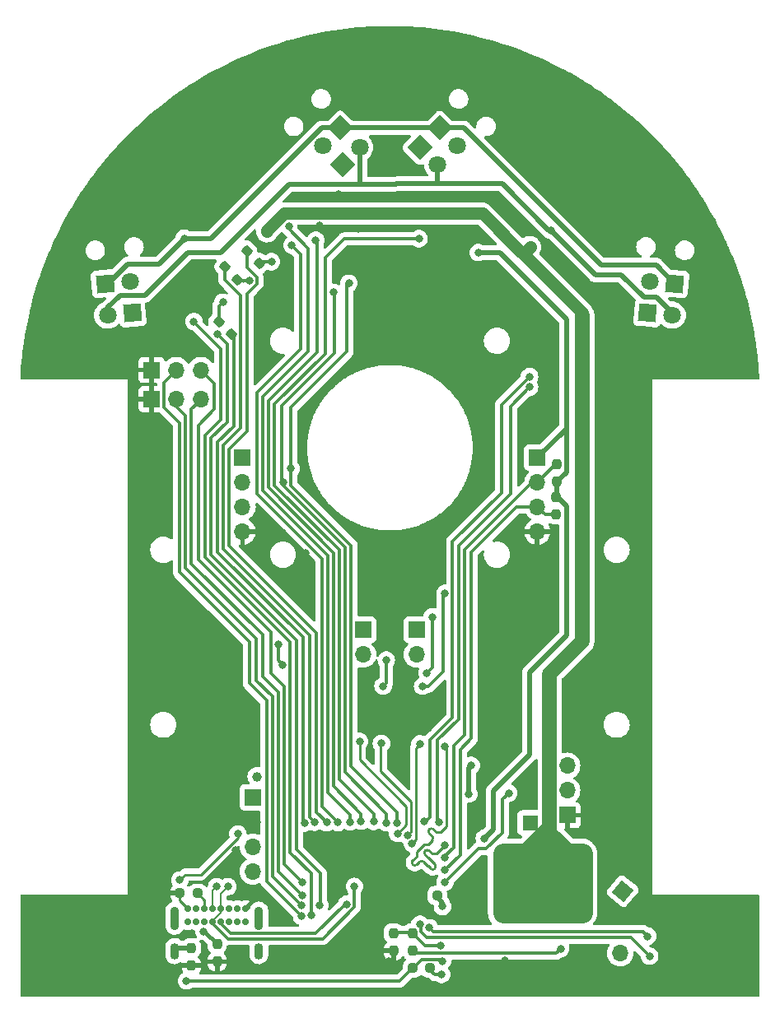
<source format=gbl>
%TF.GenerationSoftware,KiCad,Pcbnew,7.0.9*%
%TF.CreationDate,2024-01-15T17:26:04-08:00*%
%TF.ProjectId,mercury_2ir,6d657263-7572-4795-9f32-69722e6b6963,rev?*%
%TF.SameCoordinates,Original*%
%TF.FileFunction,Copper,L2,Bot*%
%TF.FilePolarity,Positive*%
%FSLAX46Y46*%
G04 Gerber Fmt 4.6, Leading zero omitted, Abs format (unit mm)*
G04 Created by KiCad (PCBNEW 7.0.9) date 2024-01-15 17:26:04*
%MOMM*%
%LPD*%
G01*
G04 APERTURE LIST*
G04 Aperture macros list*
%AMRoundRect*
0 Rectangle with rounded corners*
0 $1 Rounding radius*
0 $2 $3 $4 $5 $6 $7 $8 $9 X,Y pos of 4 corners*
0 Add a 4 corners polygon primitive as box body*
4,1,4,$2,$3,$4,$5,$6,$7,$8,$9,$2,$3,0*
0 Add four circle primitives for the rounded corners*
1,1,$1+$1,$2,$3*
1,1,$1+$1,$4,$5*
1,1,$1+$1,$6,$7*
1,1,$1+$1,$8,$9*
0 Add four rect primitives between the rounded corners*
20,1,$1+$1,$2,$3,$4,$5,0*
20,1,$1+$1,$4,$5,$6,$7,0*
20,1,$1+$1,$6,$7,$8,$9,0*
20,1,$1+$1,$8,$9,$2,$3,0*%
%AMRotRect*
0 Rectangle, with rotation*
0 The origin of the aperture is its center*
0 $1 length*
0 $2 width*
0 $3 Rotation angle, in degrees counterclockwise*
0 Add horizontal line*
21,1,$1,$2,0,0,$3*%
G04 Aperture macros list end*
%TA.AperFunction,ComponentPad*%
%ADD10C,0.700000*%
%TD*%
%TA.AperFunction,ComponentPad*%
%ADD11O,0.900000X2.400000*%
%TD*%
%TA.AperFunction,ComponentPad*%
%ADD12O,0.900000X1.700000*%
%TD*%
%TA.AperFunction,ComponentPad*%
%ADD13R,1.700000X1.700000*%
%TD*%
%TA.AperFunction,ComponentPad*%
%ADD14O,1.700000X1.700000*%
%TD*%
%TA.AperFunction,ComponentPad*%
%ADD15R,1.600000X1.600000*%
%TD*%
%TA.AperFunction,ComponentPad*%
%ADD16C,1.600000*%
%TD*%
%TA.AperFunction,SMDPad,CuDef*%
%ADD17RoundRect,0.237500X-0.250000X-0.237500X0.250000X-0.237500X0.250000X0.237500X-0.250000X0.237500X0*%
%TD*%
%TA.AperFunction,ComponentPad*%
%ADD18C,1.524000*%
%TD*%
%TA.AperFunction,ComponentPad*%
%ADD19RotRect,1.600000X1.600000X50.000000*%
%TD*%
%TA.AperFunction,ComponentPad*%
%ADD20RotRect,1.800000X1.800000X185.000000*%
%TD*%
%TA.AperFunction,ComponentPad*%
%ADD21C,1.800000*%
%TD*%
%TA.AperFunction,ComponentPad*%
%ADD22RotRect,1.800000X1.800000X175.000000*%
%TD*%
%TA.AperFunction,ComponentPad*%
%ADD23RotRect,1.800000X1.800000X135.000000*%
%TD*%
%TA.AperFunction,ComponentPad*%
%ADD24RotRect,1.800000X1.800000X45.000000*%
%TD*%
%TA.AperFunction,ComponentPad*%
%ADD25RotRect,1.800000X1.800000X315.000000*%
%TD*%
%TA.AperFunction,ComponentPad*%
%ADD26RotRect,1.800000X1.800000X355.000000*%
%TD*%
%TA.AperFunction,ComponentPad*%
%ADD27RotRect,1.800000X1.800000X225.000000*%
%TD*%
%TA.AperFunction,SMDPad,CuDef*%
%ADD28RoundRect,0.237500X-0.237500X0.250000X-0.237500X-0.250000X0.237500X-0.250000X0.237500X0.250000X0*%
%TD*%
%TA.AperFunction,SMDPad,CuDef*%
%ADD29RoundRect,0.237500X0.250000X0.237500X-0.250000X0.237500X-0.250000X-0.237500X0.250000X-0.237500X0*%
%TD*%
%TA.AperFunction,SMDPad,CuDef*%
%ADD30RoundRect,0.237500X0.237500X-0.250000X0.237500X0.250000X-0.237500X0.250000X-0.237500X-0.250000X0*%
%TD*%
%TA.AperFunction,SMDPad,CuDef*%
%ADD31RoundRect,0.237500X0.344715X-0.008839X-0.008839X0.344715X-0.344715X0.008839X0.008839X-0.344715X0*%
%TD*%
%TA.AperFunction,SMDPad,CuDef*%
%ADD32RoundRect,0.237500X-0.344715X0.008839X0.008839X-0.344715X0.344715X-0.008839X-0.008839X0.344715X0*%
%TD*%
%TA.AperFunction,ViaPad*%
%ADD33C,0.800000*%
%TD*%
%TA.AperFunction,ViaPad*%
%ADD34C,1.000000*%
%TD*%
%TA.AperFunction,Conductor*%
%ADD35C,0.250000*%
%TD*%
%TA.AperFunction,Conductor*%
%ADD36C,0.350000*%
%TD*%
%TA.AperFunction,Conductor*%
%ADD37C,0.200000*%
%TD*%
%TA.AperFunction,Conductor*%
%ADD38C,0.500000*%
%TD*%
%TA.AperFunction,Conductor*%
%ADD39C,0.300000*%
%TD*%
%TA.AperFunction,Conductor*%
%ADD40C,1.500000*%
%TD*%
%TA.AperFunction,Conductor*%
%ADD41C,2.100000*%
%TD*%
%TA.AperFunction,Conductor*%
%ADD42C,1.000000*%
%TD*%
%TA.AperFunction,Conductor*%
%ADD43C,0.400000*%
%TD*%
%TA.AperFunction,Conductor*%
%ADD44C,1.250000*%
%TD*%
%TA.AperFunction,Conductor*%
%ADD45C,0.750000*%
%TD*%
G04 APERTURE END LIST*
D10*
%TO.P,J3,A1,GND*%
%TO.N,GND*%
X106225000Y-149415000D03*
%TO.P,J3,A4,VBUS*%
%TO.N,/VBUS*%
X107075000Y-149415000D03*
%TO.P,J3,A5,CC1*%
%TO.N,Net-(J3-CC1)*%
X107925000Y-149415000D03*
%TO.P,J3,A6,D+*%
%TO.N,/USB_D+*%
X108775000Y-149415000D03*
%TO.P,J3,A7,D-*%
%TO.N,/USB_D-*%
X109625000Y-149415000D03*
%TO.P,J3,A8,SBU1*%
%TO.N,unconnected-(J3-SBU1-PadA8)*%
X110475000Y-149415000D03*
%TO.P,J3,A9,VBUS*%
%TO.N,/VBUS*%
X111325000Y-149415000D03*
%TO.P,J3,A12,GND*%
%TO.N,GND*%
X112175000Y-149415000D03*
%TO.P,J3,B1,GND*%
X112175000Y-150765000D03*
%TO.P,J3,B4,VBUS*%
%TO.N,/VBUS*%
X111325000Y-150765000D03*
%TO.P,J3,B5,CC2*%
%TO.N,Net-(J3-CC2)*%
X110475000Y-150765000D03*
%TO.P,J3,B6,D+*%
%TO.N,/USB_D+*%
X109625000Y-150765000D03*
%TO.P,J3,B7,D-*%
%TO.N,/USB_D-*%
X108775000Y-150765000D03*
%TO.P,J3,B8,SBU2*%
%TO.N,unconnected-(J3-SBU2-PadB8)*%
X107925000Y-150765000D03*
%TO.P,J3,B9,VBUS*%
%TO.N,/VBUS*%
X107075000Y-150765000D03*
%TO.P,J3,B12,GND*%
%TO.N,GND*%
X106225000Y-150765000D03*
D11*
%TO.P,J3,S1,SHIELD*%
%TO.N,Net-(J3-SHIELD)*%
X104875000Y-150395000D03*
D12*
X104875000Y-153775000D03*
D11*
X113525000Y-150395000D03*
D12*
X113525000Y-153775000D03*
%TD*%
D13*
%TO.P,J2,1,Pin_1*%
%TO.N,/5V*%
X112910000Y-137960000D03*
D14*
%TO.P,J2,2,Pin_2*%
%TO.N,GND*%
X112910000Y-140500000D03*
%TO.P,J2,3,Pin_3*%
%TO.N,/UART_RX*%
X112910000Y-143040000D03*
%TO.P,J2,4,Pin_4*%
%TO.N,/UART_TX*%
X112910000Y-145580000D03*
%TD*%
D15*
%TO.P,C46,1*%
%TO.N,/5V*%
X141420000Y-140590000D03*
D16*
%TO.P,C46,2*%
%TO.N,GND*%
X141420000Y-138090000D03*
%TD*%
D17*
%TO.P,R13,1*%
%TO.N,GND*%
X130037500Y-148050000D03*
%TO.P,R13,2*%
%TO.N,Net-(U9-IO15)*%
X131862500Y-148050000D03*
%TD*%
D18*
%TO.P,U8,2,VO*%
%TO.N,/5V*%
X146753500Y-143750000D03*
X144721500Y-143750000D03*
X142689500Y-143750000D03*
X140657500Y-143750000D03*
X138625500Y-143750000D03*
X146753500Y-145782000D03*
X144721500Y-145782000D03*
X142689500Y-145782000D03*
X140657500Y-145782000D03*
X138625500Y-145782000D03*
X146753500Y-147814000D03*
X144721500Y-147814000D03*
X142689500Y-147814000D03*
X140657500Y-147814000D03*
X138625500Y-147814000D03*
X146753500Y-149846000D03*
X144721500Y-149846000D03*
X142689500Y-149846000D03*
X140657500Y-149846000D03*
X138625500Y-149846000D03*
%TD*%
D16*
%TO.P,C47,2*%
%TO.N,GND*%
X152554874Y-145663591D03*
D19*
%TO.P,C47,1*%
%TO.N,/V_BATTERY*%
X150922193Y-147609344D03*
%TD*%
D20*
%TO.P,Q5,1,C*%
%TO.N,/RECV_3.3VA*%
X97734833Y-85110688D03*
D21*
%TO.P,Q5,2,E*%
%TO.N,/FL_RECV*%
X100265167Y-84889312D03*
%TD*%
D13*
%TO.P,J1,1,Pin_1*%
%TO.N,GND*%
X150675000Y-156550000D03*
D14*
%TO.P,J1,2,Pin_2*%
%TO.N,/V_BATTERY*%
X150675000Y-154010000D03*
%TD*%
D22*
%TO.P,Q4,1,C*%
%TO.N,/RECV_3.3VA*%
X156265167Y-85110688D03*
D21*
%TO.P,Q4,2,E*%
%TO.N,/FR_RECV*%
X153734833Y-84889312D03*
%TD*%
D14*
%TO.P,J9,3,Pin_3*%
%TO.N,/MTDO*%
X107580000Y-97000000D03*
%TO.P,J9,2,Pin_2*%
%TO.N,/MTDI*%
X105040000Y-97000000D03*
D13*
%TO.P,J9,1,Pin_1*%
%TO.N,GND*%
X102500000Y-97000000D03*
%TD*%
%TO.P,J6,1,Pin_1*%
%TO.N,3.3V*%
X111850000Y-103000000D03*
D14*
%TO.P,J6,2,Pin_2*%
%TO.N,/SCL_1*%
X111850000Y-105540000D03*
%TO.P,J6,3,Pin_3*%
%TO.N,/SDA_1*%
X111850000Y-108080000D03*
%TO.P,J6,4,Pin_4*%
%TO.N,GND*%
X111850000Y-110620000D03*
%TD*%
D13*
%TO.P,J5,1,Pin_1*%
%TO.N,/ML_OUT_A*%
X124250000Y-120730000D03*
D14*
%TO.P,J5,2,Pin_2*%
%TO.N,/ML_OUT_B*%
X124250000Y-123270000D03*
%TD*%
D23*
%TO.P,Q6,1,C*%
%TO.N,/RECV_3.3VA*%
X132101974Y-69101974D03*
D21*
%TO.P,Q6,2,E*%
%TO.N,/DR_RECV*%
X133898026Y-70898026D03*
%TD*%
D13*
%TO.P,J7,1,Pin_1*%
%TO.N,3.3V*%
X142150000Y-103000000D03*
D14*
%TO.P,J7,2,Pin_2*%
%TO.N,/SCL_0*%
X142150000Y-105540000D03*
%TO.P,J7,3,Pin_3*%
%TO.N,/SDA_0*%
X142150000Y-108080000D03*
%TO.P,J7,4,Pin_4*%
%TO.N,GND*%
X142150000Y-110620000D03*
%TD*%
D24*
%TO.P,D5,1,K*%
%TO.N,Net-(D5-K)*%
X122101974Y-72898026D03*
D21*
%TO.P,D5,2,A*%
%TO.N,/2V*%
X123898026Y-71101974D03*
%TD*%
D14*
%TO.P,J10,3,Pin_3*%
%TO.N,/MTCK*%
X107580000Y-94000000D03*
%TO.P,J10,2,Pin_2*%
%TO.N,/MTMS*%
X105040000Y-94000000D03*
D13*
%TO.P,J10,1,Pin_1*%
%TO.N,GND*%
X102500000Y-94000000D03*
%TD*%
D20*
%TO.P,D1,1,K*%
%TO.N,Net-(D1-K)*%
X100515167Y-88139312D03*
D21*
%TO.P,D1,2,A*%
%TO.N,/2V*%
X97984833Y-88360688D03*
%TD*%
D13*
%TO.P,J4,1,Pin_1*%
%TO.N,/MR_OUT_A*%
X129750000Y-120730000D03*
D14*
%TO.P,J4,2,Pin_2*%
%TO.N,/MR_OUT_B*%
X129750000Y-123270000D03*
%TD*%
D21*
%TO.P,D3,2,A*%
%TO.N,/2V*%
X131898026Y-72898026D03*
D25*
%TO.P,D3,1,K*%
%TO.N,Net-(D3-K)*%
X130101974Y-71101974D03*
%TD*%
D13*
%TO.P,J8,1,Pin_1*%
%TO.N,GND*%
X145225000Y-139800000D03*
D14*
%TO.P,J8,2,Pin_2*%
%TO.N,/FAN_PWM*%
X145225000Y-137260000D03*
%TO.P,J8,3,Pin_3*%
%TO.N,/V_BATTERY*%
X145225000Y-134720000D03*
%TD*%
D26*
%TO.P,D2,1,K*%
%TO.N,Net-(D2-K)*%
X153484833Y-88139312D03*
D21*
%TO.P,D2,2,A*%
%TO.N,/2V*%
X156015167Y-88360688D03*
%TD*%
%TO.P,Q7,2,E*%
%TO.N,/DL_RECV*%
X120101974Y-70898026D03*
D27*
%TO.P,Q7,1,C*%
%TO.N,/RECV_3.3VA*%
X121898026Y-69101974D03*
%TD*%
D28*
%TO.P,R21,1*%
%TO.N,/BATT_DIV*%
X127360000Y-151927500D03*
%TO.P,R21,2*%
%TO.N,GND*%
X127360000Y-153752500D03*
%TD*%
%TO.P,R28,1*%
%TO.N,/SCL_0*%
X144150000Y-103662500D03*
%TO.P,R28,2*%
%TO.N,3.3V*%
X144150000Y-105487500D03*
%TD*%
D29*
%TO.P,R12,1*%
%TO.N,3.3V*%
X131137500Y-155550000D03*
%TO.P,R12,2*%
%TO.N,/RST*%
X129312500Y-155550000D03*
%TD*%
D30*
%TO.P,R19,1*%
%TO.N,/SDA_0*%
X144100000Y-108887500D03*
%TO.P,R19,2*%
%TO.N,3.3V*%
X144100000Y-107062500D03*
%TD*%
D31*
%TO.P,R29,1*%
%TO.N,Net-(D6-K)*%
X113575235Y-83045235D03*
%TO.P,R29,2*%
%TO.N,/GREEN_LED*%
X112284765Y-81754765D03*
%TD*%
%TO.P,R37,1*%
%TO.N,Net-(D4-K)*%
X111320235Y-84695235D03*
%TO.P,R37,2*%
%TO.N,/BLUE_LED*%
X110029765Y-83404765D03*
%TD*%
D29*
%TO.P,R18,1*%
%TO.N,Net-(J3-CC1)*%
X107237500Y-147840000D03*
%TO.P,R18,2*%
%TO.N,GND*%
X105412500Y-147840000D03*
%TD*%
D32*
%TO.P,R30,1*%
%TO.N,Net-(D9-K)*%
X109404765Y-89029765D03*
%TO.P,R30,2*%
%TO.N,/RED_LED*%
X110695235Y-90320235D03*
%TD*%
D28*
%TO.P,R17,1*%
%TO.N,Net-(J3-CC2)*%
X109240000Y-153047500D03*
%TO.P,R17,2*%
%TO.N,GND*%
X109240000Y-154872500D03*
%TD*%
%TO.P,R40,1*%
%TO.N,Net-(J3-SHIELD)*%
X106590000Y-153457500D03*
%TO.P,R40,2*%
%TO.N,GND*%
X106590000Y-155282500D03*
%TD*%
%TO.P,R20,1*%
%TO.N,/BATT_DIV*%
X129330000Y-151917500D03*
%TO.P,R20,2*%
%TO.N,/V_BATTERY*%
X129330000Y-153742500D03*
%TD*%
D33*
%TO.N,GND*%
X134470000Y-109020000D03*
%TO.N,/SCL_1*%
X116830000Y-104150000D03*
%TO.N,/SDA_1*%
X116030000Y-105514500D03*
%TO.N,Net-(U9-IO15)*%
X132400000Y-149190000D03*
%TO.N,GND*%
X127840000Y-124840000D03*
%TO.N,Net-(U3-OUTB)*%
X126625000Y-123840000D03*
X126290000Y-126520000D03*
%TO.N,Net-(U1-N2G)*%
X131350000Y-119400000D03*
X130800000Y-125180000D03*
%TO.N,Net-(U1-N1G)*%
X130355000Y-126535000D03*
X132665500Y-116970000D03*
%TO.N,/DL_RECV*%
X116607102Y-79250000D03*
%TO.N,/DL_EMIT*%
X116930000Y-81160000D03*
%TO.N,/DL_RECV*%
X122890000Y-140480000D03*
%TO.N,GND*%
X122625000Y-144950000D03*
X111100000Y-143400000D03*
X136399500Y-146900000D03*
X152400000Y-140375000D03*
X152425000Y-136875000D03*
X125033691Y-82056961D03*
X128500000Y-67725000D03*
X124340000Y-130840000D03*
X130970000Y-130830000D03*
X127830000Y-130820000D03*
X107000000Y-140500000D03*
X107000000Y-137000000D03*
X98880000Y-153150000D03*
X91880000Y-153150000D03*
X95380000Y-156650000D03*
X103225000Y-68500000D03*
X150525000Y-68450000D03*
X136500000Y-61350000D03*
X120700000Y-61500000D03*
X127000000Y-59575000D03*
X123500000Y-59575000D03*
X130500000Y-59575000D03*
X123500000Y-63075000D03*
X127000000Y-63075000D03*
X130500000Y-63075000D03*
X143525000Y-71925000D03*
X133000000Y-61350000D03*
X136475000Y-64875000D03*
X140000000Y-64875000D03*
X143500000Y-64875000D03*
X139975000Y-68400000D03*
X143500000Y-68400000D03*
X147000000Y-68400000D03*
X147000000Y-75450000D03*
X150525000Y-75450000D03*
X147025000Y-71925000D03*
X154050000Y-71975000D03*
X150550000Y-71950000D03*
X154050000Y-75475000D03*
X154075000Y-78975000D03*
X157600000Y-78975000D03*
X159375000Y-82500000D03*
X161125000Y-86025000D03*
X159400000Y-89550000D03*
X162900000Y-89550000D03*
X155925000Y-93075000D03*
X159425000Y-93075000D03*
X162925000Y-93075000D03*
X117200000Y-61500000D03*
X117175000Y-64975000D03*
X113675000Y-65000000D03*
X110200000Y-65000000D03*
X113675000Y-68500000D03*
X113675000Y-72000000D03*
X106725000Y-68500000D03*
X110200000Y-68500000D03*
X110200000Y-72000000D03*
X106725000Y-72000000D03*
X99750000Y-72000000D03*
X103225000Y-75500000D03*
X103225000Y-72000000D03*
X99750000Y-75500000D03*
X99775000Y-79025000D03*
X96300000Y-79050000D03*
X94550000Y-82550000D03*
X92825000Y-86075000D03*
X91065000Y-89555000D03*
X94575000Y-89575000D03*
X91075000Y-93075000D03*
X94585000Y-93095000D03*
X98075000Y-93075000D03*
X121730000Y-75950000D03*
X103490000Y-101960000D03*
X136600000Y-98360000D03*
X110500000Y-126500000D03*
X103490000Y-108990000D03*
X158370000Y-155380000D03*
X127840000Y-91350000D03*
X119850000Y-154880000D03*
X127860000Y-112370000D03*
X126860000Y-154870000D03*
X129700000Y-146580000D03*
X143180000Y-119420000D03*
X103500000Y-126500000D03*
X127850000Y-115860000D03*
X112200000Y-147640500D03*
X138830000Y-154774500D03*
X107000000Y-130000000D03*
X107000000Y-126500000D03*
X103500000Y-119500000D03*
X158370000Y-151870000D03*
X138320000Y-94850000D03*
X124360000Y-87880000D03*
X141850000Y-87870000D03*
X134820000Y-94870000D03*
X150680000Y-94940000D03*
X138370000Y-84370000D03*
X139650000Y-115920000D03*
X103500000Y-123000000D03*
X147180000Y-126400000D03*
X124370000Y-112390000D03*
X119780000Y-79124500D03*
X150680000Y-126420000D03*
X125900000Y-72310000D03*
X110500000Y-133500000D03*
X150680000Y-108910000D03*
X107000000Y-123000000D03*
X103500000Y-133500000D03*
X150710000Y-119460000D03*
X147650000Y-138870000D03*
X125500000Y-67725000D03*
X115540000Y-81200000D03*
X130000000Y-76110000D03*
X131380000Y-112400000D03*
X103500000Y-137000000D03*
X118350000Y-116390000D03*
X133960000Y-76180000D03*
X138900000Y-157620000D03*
X150680000Y-133400000D03*
X141830000Y-91340000D03*
X139225000Y-130200000D03*
X110500000Y-130000000D03*
X136560000Y-105330000D03*
X143220000Y-115970000D03*
X113828555Y-109368809D03*
X158360000Y-148870000D03*
X150680000Y-122940000D03*
X131370000Y-115890000D03*
X95380000Y-149640000D03*
X103500000Y-144000000D03*
X107000000Y-133500000D03*
X110500000Y-123000000D03*
X95380000Y-153150000D03*
X124360000Y-115880000D03*
X150680000Y-105430000D03*
X103500000Y-140500000D03*
X150740000Y-115990000D03*
X138370000Y-87880000D03*
X150708853Y-98447086D03*
X103500000Y-116000000D03*
X139710000Y-122940000D03*
X118340000Y-112870000D03*
X127850000Y-87860000D03*
X131360000Y-91380000D03*
X103490000Y-105490000D03*
X134840000Y-91370000D03*
X147160000Y-129900000D03*
X123360000Y-151370000D03*
X123740000Y-79460000D03*
X124350000Y-91370000D03*
X131370000Y-87890000D03*
X163375000Y-153375000D03*
X115970000Y-110680000D03*
X139680000Y-119420000D03*
X139275000Y-132525000D03*
X134870000Y-84350000D03*
X134850000Y-87880000D03*
X150710000Y-101950000D03*
X107000000Y-119500000D03*
X113838555Y-112888809D03*
X123360000Y-154880000D03*
%TO.N,/RECV_3.3VA*%
X105862500Y-80462500D03*
%TO.N,3.3V*%
X136710000Y-142180000D03*
X132310000Y-156190000D03*
X136080000Y-81920000D03*
%TO.N,/BTN1*%
X131060000Y-151380000D03*
X153490000Y-152250000D03*
%TO.N,/BTN2*%
X153700000Y-154300000D03*
X130081964Y-151004754D03*
%TO.N,/V_BATTERY*%
X144547000Y-153525000D03*
%TO.N,/RST*%
X106090000Y-156850000D03*
X132410000Y-154790000D03*
%TO.N,/BOOT*%
X105410000Y-146480000D03*
X111370000Y-141730000D03*
%TO.N,/USB_D-*%
X123350000Y-147130707D03*
X110329503Y-147150500D03*
%TO.N,/USB_D+*%
X122570023Y-148960023D03*
X109190000Y-147150500D03*
%TO.N,Net-(J3-CC2)*%
X107870000Y-151760000D03*
%TO.N,/FL_EMIT*%
X106842500Y-89020000D03*
X118920000Y-150130000D03*
%TO.N,/FR_EMIT*%
X141350000Y-95775000D03*
X132070857Y-140534356D03*
%TO.N,/FR_RECV*%
X141350000Y-94675000D03*
X130549062Y-140449062D03*
%TO.N,/FL_RECV*%
X109227500Y-90347500D03*
X119790000Y-149060000D03*
%TO.N,/BATT_DIV*%
X132190000Y-153225500D03*
%TO.N,/MR_PWMA*%
X130075000Y-132475000D03*
X129280000Y-142730000D03*
%TO.N,/MR_PWMB*%
X132650000Y-132700000D03*
X132650000Y-142875000D03*
%TO.N,/ML_PWMA*%
X123875000Y-132225000D03*
X127801641Y-141678437D03*
%TO.N,/ML_PWMB*%
X126125000Y-132425000D03*
X128784108Y-141862188D03*
%TO.N,Net-(U3-OUTB)*%
X115985500Y-124340000D03*
X115524500Y-122200000D03*
%TO.N,/DR_RECV*%
X125320000Y-140439314D03*
X129990000Y-80495439D03*
%TO.N,/SCL_0*%
X132675000Y-144150000D03*
%TO.N,/SDA_0*%
X132675000Y-145425000D03*
%TO.N,/DL_EMIT*%
X121660000Y-140550000D03*
%TO.N,/SCL_1*%
X122777320Y-85077771D03*
X127750000Y-140580000D03*
%TO.N,/SDA_1*%
X121180000Y-86010000D03*
X126640000Y-140580000D03*
%TO.N,/FAN_PWM*%
X132660000Y-146680000D03*
X139200000Y-137520000D03*
%TO.N,/2V*%
X143525000Y-79625000D03*
%TO.N,/5V*%
X135349198Y-134675000D03*
X114350000Y-79750000D03*
X135100000Y-137630000D03*
X141400000Y-81350000D03*
D34*
X113350000Y-135825000D03*
D33*
%TO.N,/DR_EMIT*%
X119367725Y-80643114D03*
X124026141Y-140419268D03*
%TO.N,/GREEN_LED*%
X120490000Y-140560000D03*
%TO.N,/BLUE_LED*%
X119265000Y-140525000D03*
%TO.N,/RED_LED*%
X118250000Y-140620000D03*
%TO.N,/MTCK*%
X117970000Y-146710000D03*
%TO.N,/MTDO*%
X117950000Y-148020000D03*
%TO.N,/MTDI*%
X117940000Y-149100000D03*
%TO.N,/MTMS*%
X117923811Y-150211322D03*
%TO.N,Net-(D4-K)*%
X112550000Y-84800000D03*
%TO.N,Net-(D6-K)*%
X114820000Y-82870000D03*
%TO.N,Net-(D9-K)*%
X109825000Y-87025000D03*
%TD*%
D35*
%TO.N,/BOOT*%
X105990000Y-145900000D02*
X105410000Y-146480000D01*
X107560000Y-145900000D02*
X105990000Y-145900000D01*
X111370000Y-141730000D02*
X111370000Y-142090000D01*
X111370000Y-142090000D02*
X107560000Y-145900000D01*
D36*
%TO.N,/SCL_1*%
X122572229Y-92087771D02*
X122572229Y-85077771D01*
X116830000Y-97830000D02*
X122572229Y-92087771D01*
X123025000Y-112075000D02*
X123025000Y-134750500D01*
X116830000Y-104150000D02*
X116830000Y-97830000D01*
X116830000Y-105880000D02*
X123025000Y-112075000D01*
X123025000Y-134750500D02*
X127750000Y-139475500D01*
X116830000Y-104150000D02*
X116830000Y-105880000D01*
X127750000Y-139475500D02*
X127750000Y-140580000D01*
%TO.N,/SDA_1*%
X121320000Y-86150000D02*
X121180000Y-86010000D01*
X115860000Y-97700000D02*
X121320000Y-92240000D01*
X121320000Y-92240000D02*
X121320000Y-86150000D01*
X115860000Y-105300000D02*
X115860000Y-97700000D01*
X116030000Y-105470000D02*
X115860000Y-105300000D01*
X116030000Y-105470000D02*
X116030000Y-105514500D01*
X116030000Y-105880000D02*
X116030000Y-105470000D01*
X126640000Y-139640000D02*
X122375000Y-135375000D01*
X126640000Y-140580000D02*
X126640000Y-139640000D01*
X122375000Y-135375000D02*
X122375000Y-112225000D01*
X122375000Y-112225000D02*
X116030000Y-105880000D01*
%TO.N,/DR_RECV*%
X125320000Y-139677869D02*
X125320000Y-140439314D01*
X115130000Y-97540000D02*
X115130000Y-105880000D01*
X121775000Y-112525000D02*
X121775000Y-136132869D01*
X120360000Y-82450000D02*
X120360000Y-92310000D01*
X121775000Y-136132869D02*
X125320000Y-139677869D01*
X120360000Y-92310000D02*
X115130000Y-97540000D01*
X122280000Y-80530000D02*
X120360000Y-82450000D01*
X129955439Y-80530000D02*
X122280000Y-80530000D01*
X129990000Y-80495439D02*
X129955439Y-80530000D01*
X115130000Y-105880000D02*
X121775000Y-112525000D01*
%TO.N,/DR_EMIT*%
X124026141Y-139676141D02*
X124026141Y-140419268D01*
X121171000Y-136821000D02*
X124026141Y-139676141D01*
X121171000Y-136061449D02*
X121171000Y-136821000D01*
X121200000Y-136032449D02*
X121171000Y-136061449D01*
X121200000Y-112800000D02*
X121200000Y-136032449D01*
X114500000Y-97160000D02*
X114500000Y-106100000D01*
X119490000Y-92170000D02*
X114500000Y-97160000D01*
X114500000Y-106100000D02*
X121200000Y-112800000D01*
X119367725Y-80643114D02*
X119490000Y-80765389D01*
X119490000Y-80765389D02*
X119490000Y-92170000D01*
%TO.N,/DL_RECV*%
X118620000Y-92080000D02*
X118620000Y-81530000D01*
X120621000Y-113111000D02*
X113910000Y-106400000D01*
X113910000Y-96790000D02*
X118620000Y-92080000D01*
X118620000Y-81530000D02*
X116607102Y-79517102D01*
X120621000Y-137471000D02*
X120621000Y-113111000D01*
X116607102Y-79517102D02*
X116607102Y-79250000D01*
X122890000Y-139740000D02*
X120621000Y-137471000D01*
X113910000Y-106400000D02*
X113910000Y-96790000D01*
X122890000Y-140480000D02*
X122890000Y-139740000D01*
%TO.N,/DL_EMIT*%
X120050000Y-138940000D02*
X121660000Y-140550000D01*
X113360000Y-96340000D02*
X113360000Y-106710000D01*
X113360000Y-106710000D02*
X120050000Y-113400000D01*
X117845000Y-91855000D02*
X113360000Y-96340000D01*
X117845000Y-82075000D02*
X117845000Y-91855000D01*
X120050000Y-113400000D02*
X120050000Y-138940000D01*
X116930000Y-81160000D02*
X117845000Y-82075000D01*
%TO.N,/GREEN_LED*%
X112284765Y-83438749D02*
X112284765Y-81754765D01*
X113325000Y-84478984D02*
X112284765Y-83438749D01*
X113325000Y-85121016D02*
X113325000Y-84478984D01*
X112284765Y-86161251D02*
X113325000Y-85121016D01*
X110430000Y-102140000D02*
X112284765Y-100285235D01*
X110430000Y-112055000D02*
X110430000Y-102140000D01*
X119420000Y-139490000D02*
X119420000Y-121045000D01*
X112284765Y-100285235D02*
X112284765Y-86161251D01*
X120490000Y-140560000D02*
X119420000Y-139490000D01*
X119420000Y-121045000D02*
X110430000Y-112055000D01*
%TO.N,/BLUE_LED*%
X110029765Y-84749765D02*
X110029765Y-83404765D01*
X111657103Y-86377103D02*
X110029765Y-84749765D01*
X111657103Y-90578127D02*
X111657103Y-86377103D01*
X111650000Y-99930000D02*
X111650000Y-90585230D01*
X109840000Y-112390000D02*
X109840000Y-101740000D01*
X118770000Y-140043984D02*
X118770000Y-121320000D01*
X109840000Y-101740000D02*
X111650000Y-99930000D01*
X119251016Y-140525000D02*
X118770000Y-140043984D01*
X111650000Y-90585230D02*
X111657103Y-90578127D01*
X119265000Y-140525000D02*
X119251016Y-140525000D01*
X118770000Y-121320000D02*
X109840000Y-112390000D01*
%TO.N,/RED_LED*%
X110930000Y-90555000D02*
X110695235Y-90320235D01*
X109270000Y-112720000D02*
X109270000Y-101440000D01*
X118050000Y-121500000D02*
X109270000Y-112720000D01*
X118050000Y-140420000D02*
X118050000Y-121500000D01*
X109270000Y-101440000D02*
X110930000Y-99780000D01*
X118250000Y-140620000D02*
X118050000Y-140420000D01*
X110930000Y-99780000D02*
X110930000Y-90555000D01*
%TO.N,/FL_RECV*%
X119850000Y-149000000D02*
X119790000Y-149060000D01*
X117420000Y-121820000D02*
X117420000Y-143350000D01*
X119850000Y-145780000D02*
X119850000Y-149000000D01*
X108630000Y-101010000D02*
X108630000Y-113030000D01*
X110260000Y-91350000D02*
X110260000Y-99380000D01*
X110260000Y-99380000D02*
X108630000Y-101010000D01*
X109257500Y-90347500D02*
X110260000Y-91350000D01*
X108630000Y-113030000D02*
X117420000Y-121820000D01*
X117420000Y-143350000D02*
X119850000Y-145780000D01*
X109227500Y-90347500D02*
X109257500Y-90347500D01*
%TO.N,/FL_EMIT*%
X106842500Y-89058516D02*
X106842500Y-89020000D01*
X109610000Y-91826016D02*
X106842500Y-89058516D01*
X109610000Y-99100000D02*
X109610000Y-91826016D01*
X107990000Y-100720000D02*
X109610000Y-99100000D01*
X116760000Y-143680000D02*
X116760000Y-122010000D01*
X118880000Y-145800000D02*
X116760000Y-143680000D01*
X116760000Y-122010000D02*
X107990000Y-113240000D01*
X107990000Y-113240000D02*
X107990000Y-100720000D01*
X118920000Y-150130000D02*
X118880000Y-150090000D01*
X118880000Y-150090000D02*
X118880000Y-145800000D01*
D37*
%TO.N,/USB_D+*%
X109190000Y-147150500D02*
X108775000Y-147565500D01*
X108775000Y-147565500D02*
X108775000Y-149415000D01*
%TO.N,/USB_D-*%
X109625000Y-147855003D02*
X109625000Y-149415000D01*
X110329503Y-147150500D02*
X109625000Y-147855003D01*
X109625000Y-149845761D02*
X109625000Y-149415000D01*
D38*
%TO.N,Net-(U9-IO15)*%
X131862500Y-148252500D02*
X131862500Y-148050000D01*
X132400000Y-148790000D02*
X131862500Y-148252500D01*
X132400000Y-149170000D02*
X132400000Y-148790000D01*
D35*
X132400000Y-149190000D02*
X132400000Y-149170000D01*
D36*
%TO.N,/FR_EMIT*%
X139375000Y-97750000D02*
X141350000Y-95775000D01*
X139375000Y-106750000D02*
X139375000Y-97750000D01*
X134060000Y-129900000D02*
X134060000Y-112065000D01*
X131875000Y-132085000D02*
X134060000Y-129900000D01*
X131875000Y-140338499D02*
X131875000Y-132085000D01*
X132070857Y-140534356D02*
X131875000Y-140338499D01*
X134060000Y-112065000D02*
X139375000Y-106750000D01*
%TO.N,/FR_RECV*%
X138460000Y-97565000D02*
X141350000Y-94675000D01*
X131130000Y-132052182D02*
X133440000Y-129742182D01*
X133440000Y-111660000D02*
X138460000Y-106640000D01*
X131130000Y-140020000D02*
X131130000Y-132052182D01*
X133440000Y-129742182D02*
X133440000Y-111660000D01*
X130700938Y-140449062D02*
X131130000Y-140020000D01*
X130549062Y-140449062D02*
X130700938Y-140449062D01*
X138460000Y-106640000D02*
X138460000Y-97565000D01*
D35*
%TO.N,/MR_PWMB*%
X132795857Y-132845857D02*
X132650000Y-132700000D01*
X132173531Y-141536472D02*
X132173530Y-141536471D01*
X132795857Y-140914143D02*
X132795857Y-132845857D01*
X131466424Y-141253629D02*
X131749267Y-141536472D01*
X131466424Y-141253630D02*
X131466424Y-141253629D01*
X130920000Y-142790000D02*
X131325000Y-142385000D01*
X130510000Y-142790000D02*
X130920000Y-142790000D01*
X129740000Y-143560000D02*
X130510000Y-142790000D01*
X129335023Y-144454973D02*
X129740000Y-144049996D01*
X129335023Y-144454974D02*
X129335023Y-144454973D01*
X130042131Y-144596396D02*
X130042130Y-144596396D01*
X130891372Y-145021373D02*
X130466396Y-144596397D01*
X130902844Y-145021373D02*
X130891372Y-145021373D01*
X131185686Y-145304215D02*
X130902844Y-145021373D01*
X131325000Y-141960736D02*
X131042158Y-141677894D01*
X130902842Y-144172842D02*
X131609950Y-144879951D01*
X129740000Y-144049996D02*
X129740000Y-143560000D01*
X130620000Y-143890000D02*
X130902842Y-144172842D01*
X131327107Y-143748579D02*
X131044264Y-143465736D01*
X131749268Y-141536471D02*
G75*
G03*
X132173530Y-141536471I212131J212131D01*
G01*
X131466423Y-141253631D02*
G75*
G03*
X131042159Y-141253631I-212132J-212130D01*
G01*
X131042196Y-141253668D02*
G75*
G03*
X131042158Y-141677894I212104J-212132D01*
G01*
X131325031Y-142385031D02*
G75*
G03*
X131324999Y-141960737I-212131J212131D01*
G01*
X129335017Y-144454968D02*
G75*
G03*
X129335024Y-144879239I212183J-212132D01*
G01*
X129335025Y-144879238D02*
G75*
G03*
X129759287Y-144879238I212131J212131D01*
G01*
X130620032Y-143465768D02*
G75*
G03*
X130620000Y-143890000I212068J-212132D01*
G01*
X131185687Y-145304214D02*
G75*
G03*
X131609949Y-145304214I212131J212131D01*
G01*
X131327106Y-143748579D02*
X131327107Y-143748579D01*
X131044263Y-143465737D02*
G75*
G03*
X130620001Y-143465737I-212131J-212131D01*
G01*
X131752895Y-143748579D02*
X131751372Y-143748579D01*
X131609967Y-145304232D02*
G75*
G03*
X131609950Y-144879951I-212167J212132D01*
G01*
X132173530Y-141536471D02*
X132795857Y-140914143D01*
X131327106Y-143748579D02*
G75*
G03*
X131751372Y-143748579I212133J212134D01*
G01*
X130042130Y-144596396D02*
X129759288Y-144879239D01*
X130466433Y-144596360D02*
G75*
G03*
X130042131Y-144596396I-212133J-212140D01*
G01*
X132650000Y-142875000D02*
X131776103Y-143748897D01*
X131776103Y-143748897D02*
X131748896Y-143748897D01*
X131748896Y-143748897D02*
X131743896Y-143748897D01*
D36*
%TO.N,/FAN_PWM*%
X138580000Y-141600000D02*
X138580000Y-138140000D01*
X136910000Y-143270000D02*
X138580000Y-141600000D01*
X138580000Y-138140000D02*
X139200000Y-137520000D01*
X132660000Y-146680000D02*
X136070000Y-143270000D01*
X136070000Y-143270000D02*
X136910000Y-143270000D01*
D39*
%TO.N,/USB_D-*%
X110390050Y-152520000D02*
X108775000Y-150904950D01*
X108775000Y-150904950D02*
X108775000Y-150765000D01*
X120070000Y-152520000D02*
X110390050Y-152520000D01*
X123350000Y-147130707D02*
X123350000Y-149240000D01*
X123350000Y-149240000D02*
X120070000Y-152520000D01*
%TO.N,/USB_D+*%
X110645000Y-151945000D02*
X109625000Y-150925000D01*
X122349977Y-148960023D02*
X119365000Y-151945000D01*
X122570023Y-148960023D02*
X122349977Y-148960023D01*
X119365000Y-151945000D02*
X110645000Y-151945000D01*
D38*
%TO.N,/5V*%
X135100000Y-137630000D02*
X135100000Y-134924198D01*
X135100000Y-134924198D02*
X135349198Y-134675000D01*
D36*
%TO.N,/SCL_0*%
X134700000Y-131510000D02*
X134700000Y-112490000D01*
X134700000Y-112490000D02*
X141606130Y-105583870D01*
X133530000Y-132680000D02*
X134700000Y-131510000D01*
X141606130Y-105583870D02*
X142150000Y-105583870D01*
X133530000Y-143140000D02*
X133530000Y-132680000D01*
X132675000Y-143995000D02*
X133530000Y-143140000D01*
X132675000Y-144150000D02*
X132675000Y-143995000D01*
%TO.N,/SDA_0*%
X135350000Y-112750000D02*
X140020000Y-108080000D01*
X140020000Y-108080000D02*
X142150000Y-108080000D01*
X135350000Y-131927818D02*
X135350000Y-112750000D01*
X134220000Y-133057818D02*
X135350000Y-131927818D01*
X134220000Y-143880000D02*
X134220000Y-133057818D01*
X132675000Y-145425000D02*
X134220000Y-143880000D01*
D38*
%TO.N,/RECV_3.3VA*%
X108628311Y-80462500D02*
X119988837Y-69101974D01*
X105862500Y-80462500D02*
X103235993Y-83089007D01*
X103235993Y-83089007D02*
X100044014Y-83089007D01*
X100044014Y-83089007D02*
X98022333Y-85110688D01*
X105862500Y-80462500D02*
X108628311Y-80462500D01*
X119988837Y-69101974D02*
X121898026Y-69101974D01*
D40*
%TO.N,/5V*%
X143425000Y-141034500D02*
X142689500Y-141770000D01*
D36*
%TO.N,Net-(U3-OUTB)*%
X115524500Y-122200000D02*
X115524500Y-123879000D01*
X115524500Y-123879000D02*
X115985500Y-124340000D01*
X126620000Y-126190000D02*
X126290000Y-126520000D01*
X126620000Y-123845000D02*
X126620000Y-126190000D01*
X126625000Y-123840000D02*
X126620000Y-123845000D01*
%TO.N,Net-(U1-N2G)*%
X131350000Y-124630000D02*
X131350000Y-119400000D01*
X130800000Y-125180000D02*
X131350000Y-124630000D01*
%TO.N,Net-(U1-N1G)*%
X132440000Y-117190000D02*
X132660000Y-116970000D01*
X130355000Y-126535000D02*
X130935000Y-126535000D01*
X130935000Y-126535000D02*
X132440000Y-125030000D01*
X132440000Y-125030000D02*
X132440000Y-117190000D01*
D35*
X132665500Y-116970000D02*
X132660000Y-116970000D01*
D36*
%TO.N,/MTCK*%
X108950000Y-95370000D02*
X107580000Y-94000000D01*
X107280000Y-99720000D02*
X108950000Y-98050000D01*
X114750000Y-120970000D02*
X107280000Y-113500000D01*
X114750000Y-125170000D02*
X114750000Y-120970000D01*
X107280000Y-113500000D02*
X107280000Y-99720000D01*
X116110000Y-126530000D02*
X114750000Y-125170000D01*
X117970000Y-146710000D02*
X116110000Y-144850000D01*
X116110000Y-144850000D02*
X116110000Y-126530000D01*
X108950000Y-98050000D02*
X108950000Y-95370000D01*
%TO.N,/MTDO*%
X106590000Y-113930000D02*
X106590000Y-97990000D01*
X106590000Y-97990000D02*
X107110000Y-97470000D01*
X113920000Y-121260000D02*
X106590000Y-113930000D01*
X115530000Y-127150000D02*
X113920000Y-125540000D01*
X113920000Y-125540000D02*
X113920000Y-121260000D01*
X117950000Y-148020000D02*
X115530000Y-145600000D01*
X115530000Y-145600000D02*
X115530000Y-127150000D01*
%TO.N,/MTDI*%
X105950000Y-98670000D02*
X105040000Y-97760000D01*
X105950000Y-114380000D02*
X105950000Y-98670000D01*
X114910000Y-127610000D02*
X113240000Y-125940000D01*
X113240000Y-121670000D02*
X105950000Y-114380000D01*
X114910000Y-146076016D02*
X114910000Y-127610000D01*
X117933984Y-149100000D02*
X114910000Y-146076016D01*
X117940000Y-149100000D02*
X117933984Y-149100000D01*
X113240000Y-125940000D02*
X113240000Y-121670000D01*
%TO.N,/MTMS*%
X103760000Y-95280000D02*
X105040000Y-94000000D01*
X103760000Y-97840000D02*
X103760000Y-95280000D01*
X112530000Y-121940000D02*
X105350000Y-114760000D01*
X112530000Y-126200000D02*
X112530000Y-121940000D01*
X114340000Y-128010000D02*
X112530000Y-126200000D01*
X105350000Y-114760000D02*
X105350000Y-99430000D01*
X114340000Y-146627511D02*
X114340000Y-128010000D01*
X117923811Y-150211322D02*
X114340000Y-146627511D01*
X105350000Y-99430000D02*
X103760000Y-97840000D01*
D35*
%TO.N,/ML_PWMA*%
X128670000Y-138895000D02*
X128670000Y-140810078D01*
X128670000Y-140810078D02*
X127801641Y-141678437D01*
X123875000Y-134100000D02*
X128670000Y-138895000D01*
X123875000Y-132225000D02*
X123875000Y-134100000D01*
D40*
%TO.N,/5V*%
X145125000Y-143300000D02*
X145125000Y-143750000D01*
X143425000Y-141600000D02*
X145125000Y-143300000D01*
X143425000Y-141034500D02*
X143425000Y-141600000D01*
D41*
X146753500Y-143750000D02*
X145125000Y-143750000D01*
X145125000Y-143750000D02*
X144721500Y-143750000D01*
D40*
X143425000Y-125245000D02*
X143425000Y-141034500D01*
X146760000Y-121910000D02*
X143425000Y-125245000D01*
X146760000Y-97506500D02*
X146760000Y-121910000D01*
X146753500Y-97500000D02*
X146760000Y-97506500D01*
D36*
%TO.N,Net-(D9-K)*%
X109404765Y-87445235D02*
X109404765Y-89029765D01*
X109825000Y-87025000D02*
X109404765Y-87445235D01*
%TO.N,Net-(D4-K)*%
X112550000Y-84800000D02*
X111910470Y-84800000D01*
D38*
%TO.N,/2V*%
X156015167Y-88140167D02*
X156015167Y-88360688D01*
X154410703Y-86535703D02*
X156015167Y-88140167D01*
X153085703Y-86535703D02*
X154410703Y-86535703D01*
X148125000Y-84225000D02*
X150775000Y-84225000D01*
X150775000Y-84225000D02*
X153085703Y-86535703D01*
X143525000Y-79625000D02*
X148125000Y-84225000D01*
%TO.N,/RECV_3.3VA*%
X148690000Y-83200000D02*
X154354479Y-83200000D01*
X154354479Y-83200000D02*
X156265167Y-85110688D01*
X134591974Y-69101974D02*
X148690000Y-83200000D01*
X132101974Y-69101974D02*
X134591974Y-69101974D01*
%TO.N,/2V*%
X97934833Y-87640167D02*
X97934833Y-88335688D01*
X109575000Y-81900000D02*
X106225000Y-81900000D01*
X101825000Y-86300000D02*
X99275000Y-86300000D01*
X106225000Y-81900000D02*
X101825000Y-86300000D01*
X116600000Y-74875000D02*
X109575000Y-81900000D01*
X99275000Y-86300000D02*
X97934833Y-87640167D01*
X124080000Y-74875000D02*
X116600000Y-74875000D01*
D35*
%TO.N,GND*%
X105412500Y-147840000D02*
X105412500Y-148602500D01*
X105525000Y-147952500D02*
X105412500Y-147840000D01*
X105412500Y-148602500D02*
X106225000Y-149415000D01*
D38*
%TO.N,/RECV_3.3VA*%
X121898026Y-69101974D02*
X132101974Y-69101974D01*
D42*
X98122333Y-85210688D02*
X97653455Y-85210688D01*
D38*
%TO.N,3.3V*%
X137620000Y-141270000D02*
X137620000Y-137330000D01*
D35*
X131380000Y-155550000D02*
X131137500Y-155550000D01*
D38*
X137620000Y-137330000D02*
X141350000Y-133600000D01*
X145125000Y-88775000D02*
X145125000Y-99025000D01*
X145130000Y-121320000D02*
X145130000Y-107992500D01*
X141350000Y-125100000D02*
X145130000Y-121320000D01*
X144150000Y-105487500D02*
X144150000Y-107012500D01*
X145130000Y-107992500D02*
X144150000Y-107012500D01*
D36*
X131580000Y-156190000D02*
X131380000Y-155990000D01*
D38*
X144150000Y-105475000D02*
X145125000Y-104500000D01*
X138270000Y-81920000D02*
X145125000Y-88775000D01*
X136710000Y-142180000D02*
X137620000Y-141270000D01*
D36*
X132310000Y-156190000D02*
X131580000Y-156190000D01*
D35*
X144150000Y-107012500D02*
X144100000Y-107062500D01*
D38*
X145125000Y-100025000D02*
X142150000Y-103000000D01*
X136080000Y-81920000D02*
X138270000Y-81920000D01*
X145125000Y-99025000D02*
X145125000Y-100025000D01*
D36*
X131380000Y-155990000D02*
X131380000Y-155550000D01*
D38*
X145125000Y-99025000D02*
X145125000Y-104500000D01*
X141350000Y-133600000D02*
X141350000Y-125100000D01*
D35*
X144150000Y-105487500D02*
X144150000Y-105475000D01*
D36*
%TO.N,/BTN1*%
X153000000Y-151760000D02*
X153490000Y-152250000D01*
X131440000Y-151760000D02*
X153000000Y-151760000D01*
X131060000Y-151380000D02*
X131440000Y-151760000D01*
%TO.N,/BTN2*%
X130770000Y-152360000D02*
X151760000Y-152360000D01*
X151760000Y-152360000D02*
X153700000Y-154300000D01*
X130081964Y-151004754D02*
X130180000Y-151102790D01*
X130180000Y-151102790D02*
X130180000Y-151770000D01*
X130180000Y-151770000D02*
X130770000Y-152360000D01*
D35*
%TO.N,/V_BATTERY*%
X129330000Y-153432500D02*
X129330000Y-153742500D01*
D36*
X144547000Y-153525000D02*
X144072000Y-154000000D01*
X144072000Y-154000000D02*
X129587500Y-154000000D01*
X129587500Y-154000000D02*
X129330000Y-153742500D01*
%TO.N,/RST*%
X132410000Y-154790000D02*
X132320000Y-154700000D01*
D35*
X129312500Y-155550000D02*
X129387500Y-155550000D01*
D36*
X132320000Y-154700000D02*
X130237500Y-154700000D01*
X128012500Y-156850000D02*
X129312500Y-155550000D01*
X106090000Y-156850000D02*
X128012500Y-156850000D01*
X130237500Y-154700000D02*
X129387500Y-155550000D01*
D35*
X132525000Y-154675000D02*
X132410000Y-154790000D01*
D37*
%TO.N,/USB_D-*%
X109625000Y-149845761D02*
X108775000Y-150695761D01*
X108775000Y-150695761D02*
X108775000Y-150765000D01*
%TO.N,/USB_D+*%
X108925000Y-149410761D02*
X108925000Y-149480000D01*
X109625000Y-150925000D02*
X109625000Y-150765000D01*
D35*
%TO.N,Net-(J3-CC1)*%
X107237500Y-147840000D02*
X107925000Y-148527500D01*
X107237500Y-147840000D02*
X107225000Y-147852500D01*
X107925000Y-148527500D02*
X107925000Y-149415000D01*
D43*
%TO.N,Net-(J3-CC2)*%
X107952500Y-151760000D02*
X109240000Y-153047500D01*
X107870000Y-151760000D02*
X107952500Y-151760000D01*
D42*
%TO.N,/FL_RECV*%
X100660930Y-84889312D02*
X100552667Y-84889312D01*
D36*
%TO.N,/BATT_DIV*%
X129497500Y-151840000D02*
X127447500Y-151840000D01*
D35*
X132190000Y-153210000D02*
X132190000Y-153225500D01*
D36*
X127447500Y-151840000D02*
X127360000Y-151927500D01*
X130638000Y-153225500D02*
X132190000Y-153225500D01*
X129330000Y-151917500D02*
X130638000Y-153225500D01*
D35*
X129330000Y-151917500D02*
X129420000Y-151917500D01*
%TO.N,/MR_PWMA*%
X129280000Y-142730000D02*
X129690000Y-142320000D01*
X129690000Y-132860000D02*
X130075000Y-132475000D01*
X129690000Y-142320000D02*
X129690000Y-132860000D01*
%TO.N,/ML_PWMB*%
X126060000Y-135260000D02*
X126060000Y-132490000D01*
X128784108Y-141862188D02*
X129190000Y-141456296D01*
X129190000Y-141456296D02*
X129190000Y-138390000D01*
X126060000Y-132490000D02*
X126125000Y-132425000D01*
X129190000Y-138390000D02*
X126060000Y-135260000D01*
%TO.N,/SCL_0*%
X144150000Y-103662500D02*
X144027500Y-103662500D01*
X142150000Y-105583870D02*
X142150000Y-105540000D01*
D36*
X144027500Y-103662500D02*
X142150000Y-105540000D01*
%TO.N,/SDA_0*%
X142957500Y-108887500D02*
X142150000Y-108080000D01*
X144100000Y-108887500D02*
X142957500Y-108887500D01*
D35*
%TO.N,/SCL_1*%
X122572229Y-85077771D02*
X122777320Y-85077771D01*
D38*
%TO.N,Net-(J3-SHIELD)*%
X104875000Y-153775000D02*
X105192500Y-153457500D01*
X105192500Y-153457500D02*
X106590000Y-153457500D01*
%TO.N,/2V*%
X132070000Y-74850000D02*
X131898026Y-74678026D01*
X143325000Y-79625000D02*
X138525000Y-74825000D01*
X143525000Y-79625000D02*
X143325000Y-79625000D01*
X138525000Y-74825000D02*
X133825000Y-74825000D01*
X132070000Y-74850000D02*
X127646052Y-74850000D01*
X127646052Y-74850000D02*
X127621052Y-74875000D01*
X133800000Y-74850000D02*
X132070000Y-74850000D01*
X133825000Y-74825000D02*
X133800000Y-74850000D01*
X131898026Y-74678026D02*
X131898026Y-72898026D01*
X123898026Y-74693026D02*
X123898026Y-71101974D01*
X124080000Y-74875000D02*
X123898026Y-74693026D01*
X127621052Y-74875000D02*
X124080000Y-74875000D01*
D41*
%TO.N,/5V*%
X142689500Y-149846000D02*
X140657500Y-149846000D01*
D44*
X114350000Y-79750000D02*
X114350000Y-79650000D01*
D45*
X138396500Y-150075000D02*
X138625500Y-149846000D01*
D44*
X140487500Y-81837500D02*
X140437500Y-81837500D01*
D41*
X142689500Y-145782000D02*
X142689500Y-147814000D01*
D40*
X144721500Y-145782000D02*
X142689500Y-145782000D01*
D41*
X140657500Y-149846000D02*
X140657500Y-147814000D01*
D44*
X114350000Y-79650000D02*
X116100000Y-77900000D01*
D41*
X140657500Y-143750000D02*
X138625500Y-143750000D01*
X142689500Y-145782000D02*
X142689500Y-143750000D01*
D40*
X144721500Y-147814000D02*
X142689500Y-147814000D01*
D41*
X146753500Y-149846000D02*
X144721500Y-149846000D01*
D40*
X142689500Y-141770000D02*
X142689500Y-141718000D01*
D41*
X138625500Y-147814000D02*
X138625500Y-149846000D01*
D40*
X140657500Y-147814000D02*
X142689500Y-147814000D01*
X146753500Y-147814000D02*
X144721500Y-147814000D01*
D41*
X144721500Y-147814000D02*
X144721500Y-145782000D01*
D38*
X138521500Y-149950000D02*
X138625500Y-149846000D01*
D41*
X140657500Y-147814000D02*
X140657500Y-145782000D01*
D44*
X140437500Y-81837500D02*
X140912500Y-81837500D01*
D41*
X138625500Y-145782000D02*
X138625500Y-147814000D01*
X146753500Y-143750000D02*
X146753500Y-145782000D01*
D40*
X146753500Y-143750000D02*
X146920000Y-143583500D01*
D41*
X146753500Y-147814000D02*
X146753500Y-149846000D01*
D44*
X146753500Y-88103500D02*
X140487500Y-81837500D01*
X146753500Y-88375000D02*
X146753500Y-88103500D01*
D40*
X142689500Y-141718000D02*
X144721500Y-143750000D01*
X142689500Y-141718000D02*
X140657500Y-143750000D01*
D41*
X140657500Y-143750000D02*
X142689500Y-143750000D01*
D44*
X116100000Y-77900000D02*
X136500000Y-77900000D01*
X140912500Y-81837500D02*
X141400000Y-81350000D01*
D40*
X142689500Y-141770000D02*
X142689500Y-143750000D01*
X140657500Y-145782000D02*
X138625500Y-145782000D01*
D41*
X140657500Y-149846000D02*
X138625500Y-149846000D01*
X140657500Y-145782000D02*
X140657500Y-143750000D01*
D40*
X140657500Y-147814000D02*
X138625500Y-147814000D01*
X146753500Y-88375000D02*
X146753500Y-97500000D01*
D41*
X142689500Y-143750000D02*
X144721500Y-143750000D01*
X144721500Y-145782000D02*
X144721500Y-143750000D01*
D40*
X146753500Y-97500000D02*
X146753500Y-96953500D01*
X142689500Y-145782000D02*
X140657500Y-145782000D01*
D44*
X136500000Y-77900000D02*
X140437500Y-81837500D01*
D41*
X146753500Y-145782000D02*
X146753500Y-147814000D01*
X144721500Y-149846000D02*
X142689500Y-149846000D01*
X138625500Y-145782000D02*
X138625500Y-143750000D01*
X142689500Y-149846000D02*
X142689500Y-147814000D01*
X144721500Y-149846000D02*
X144721500Y-147814000D01*
D35*
%TO.N,/MTDO*%
X107580000Y-97000000D02*
X107630000Y-97000000D01*
X107630000Y-97000000D02*
X107640000Y-97010000D01*
X107110000Y-97470000D02*
X107580000Y-97000000D01*
%TO.N,/MTDI*%
X105040000Y-97760000D02*
X105040000Y-97000000D01*
%TO.N,Net-(D4-K)*%
X111910470Y-84800000D02*
X111855235Y-84855235D01*
%TO.N,Net-(D6-K)*%
X113750470Y-82870000D02*
X113575235Y-83045235D01*
D36*
X114820000Y-82870000D02*
X113750470Y-82870000D01*
%TD*%
%TA.AperFunction,Conductor*%
%TO.N,GND*%
G36*
X111477230Y-142969872D02*
G01*
X111533163Y-143011744D01*
X111557424Y-143075246D01*
X111574936Y-143275403D01*
X111574938Y-143275413D01*
X111636094Y-143503655D01*
X111636096Y-143503659D01*
X111636097Y-143503663D01*
X111678484Y-143594561D01*
X111735965Y-143717830D01*
X111735967Y-143717834D01*
X111871501Y-143911395D01*
X111871506Y-143911402D01*
X112038597Y-144078493D01*
X112038603Y-144078498D01*
X112224158Y-144208425D01*
X112267783Y-144263002D01*
X112274977Y-144332500D01*
X112243454Y-144394855D01*
X112224158Y-144411575D01*
X112038597Y-144541505D01*
X111871505Y-144708597D01*
X111735965Y-144902169D01*
X111735964Y-144902171D01*
X111636098Y-145116335D01*
X111636094Y-145116344D01*
X111574938Y-145344586D01*
X111574936Y-145344596D01*
X111554341Y-145579999D01*
X111554341Y-145580000D01*
X111574936Y-145815403D01*
X111574938Y-145815413D01*
X111636094Y-146043655D01*
X111636096Y-146043659D01*
X111636097Y-146043663D01*
X111667831Y-146111716D01*
X111735965Y-146257830D01*
X111735967Y-146257834D01*
X111811950Y-146366348D01*
X111871505Y-146451401D01*
X112038599Y-146618495D01*
X112109665Y-146668256D01*
X112232165Y-146754032D01*
X112232167Y-146754033D01*
X112232170Y-146754035D01*
X112446337Y-146853903D01*
X112674592Y-146915063D01*
X112862918Y-146931539D01*
X112909999Y-146935659D01*
X112910000Y-146935659D01*
X112910001Y-146935659D01*
X112949234Y-146932226D01*
X113145408Y-146915063D01*
X113373663Y-146853903D01*
X113530426Y-146780802D01*
X113599502Y-146770311D01*
X113663286Y-146798831D01*
X113695906Y-146842296D01*
X113710546Y-146874826D01*
X113714864Y-146884419D01*
X113716296Y-146887878D01*
X113737481Y-146943734D01*
X113737481Y-146943736D01*
X113740941Y-146948748D01*
X113742021Y-146950314D01*
X113742805Y-146951449D01*
X113753824Y-146970987D01*
X113757671Y-146979534D01*
X113757672Y-146979536D01*
X113757673Y-146979537D01*
X113757674Y-146979539D01*
X113789108Y-147019661D01*
X113794515Y-147026562D01*
X113796730Y-147029572D01*
X113830668Y-147078740D01*
X113875392Y-147118362D01*
X113878084Y-147120896D01*
X115437307Y-148680119D01*
X116993154Y-150235966D01*
X117026639Y-150297289D01*
X117028794Y-150310685D01*
X117038137Y-150399579D01*
X117038138Y-150399582D01*
X117096629Y-150579599D01*
X117096632Y-150579606D01*
X117191278Y-150743538D01*
X117268946Y-150829797D01*
X117317940Y-150884210D01*
X117471076Y-150995470D01*
X117471081Y-150995473D01*
X117609766Y-151057221D01*
X117663003Y-151102471D01*
X117683324Y-151169321D01*
X117664278Y-151236544D01*
X117611912Y-151282799D01*
X117559330Y-151294500D01*
X114599500Y-151294500D01*
X114532461Y-151274815D01*
X114486706Y-151222011D01*
X114475500Y-151170500D01*
X114475500Y-149596792D01*
X114460845Y-149452677D01*
X114402977Y-149268240D01*
X114402975Y-149268236D01*
X114402974Y-149268232D01*
X114309159Y-149099209D01*
X114309158Y-149099208D01*
X114309157Y-149099206D01*
X114183241Y-148952533D01*
X114183240Y-148952531D01*
X114030375Y-148834205D01*
X114030371Y-148834203D01*
X114004927Y-148821722D01*
X113856816Y-148749070D01*
X113856814Y-148749069D01*
X113856811Y-148749068D01*
X113856813Y-148749068D01*
X113669682Y-148700616D01*
X113669676Y-148700615D01*
X113494317Y-148691722D01*
X113476610Y-148690824D01*
X113476609Y-148690824D01*
X113476607Y-148690824D01*
X113285533Y-148720095D01*
X113285521Y-148720098D01*
X113104251Y-148787234D01*
X113104242Y-148787238D01*
X112940196Y-148889488D01*
X112800080Y-149022677D01*
X112689645Y-149181344D01*
X112689644Y-149181345D01*
X112644501Y-149286540D01*
X112618232Y-149325320D01*
X112386873Y-149556679D01*
X112325550Y-149590164D01*
X112280192Y-149586920D01*
X112335387Y-149542905D01*
X112375000Y-149460649D01*
X112375000Y-149369351D01*
X112335387Y-149287095D01*
X112264008Y-149230173D01*
X112197532Y-149215000D01*
X112154285Y-149215000D01*
X112145187Y-149187003D01*
X112143192Y-149117165D01*
X112175438Y-149061006D01*
X112574166Y-148662279D01*
X112574166Y-148662278D01*
X112439108Y-148602148D01*
X112439109Y-148602148D01*
X112264339Y-148565000D01*
X112085661Y-148565000D01*
X111910890Y-148602148D01*
X111910887Y-148602149D01*
X111801048Y-148651052D01*
X111731798Y-148660336D01*
X111700179Y-148651052D01*
X111589265Y-148601670D01*
X111424722Y-148566696D01*
X111414391Y-148564500D01*
X111235609Y-148564500D01*
X111225278Y-148566696D01*
X111060734Y-148601670D01*
X111060729Y-148601672D01*
X110950434Y-148650778D01*
X110881184Y-148660062D01*
X110849566Y-148650778D01*
X110739270Y-148601672D01*
X110739265Y-148601670D01*
X110574722Y-148566696D01*
X110564391Y-148564500D01*
X110385609Y-148564500D01*
X110375278Y-148566696D01*
X110305611Y-148561378D01*
X110249878Y-148519239D01*
X110225775Y-148453659D01*
X110225500Y-148445405D01*
X110225500Y-148175000D01*
X110245185Y-148107961D01*
X110297989Y-148062206D01*
X110349500Y-148051000D01*
X110424147Y-148051000D01*
X110424149Y-148051000D01*
X110609306Y-148011644D01*
X110782233Y-147934651D01*
X110935374Y-147823388D01*
X111062036Y-147682716D01*
X111156682Y-147518784D01*
X111215177Y-147338756D01*
X111234963Y-147150500D01*
X111215177Y-146962244D01*
X111156682Y-146782216D01*
X111062036Y-146618284D01*
X110935374Y-146477612D01*
X110915886Y-146463453D01*
X110782237Y-146366351D01*
X110782232Y-146366348D01*
X110609310Y-146289357D01*
X110609305Y-146289355D01*
X110460987Y-146257830D01*
X110424149Y-146250000D01*
X110234857Y-146250000D01*
X110202400Y-146256898D01*
X110049700Y-146289355D01*
X110049695Y-146289357D01*
X109876774Y-146366348D01*
X109832634Y-146398417D01*
X109766827Y-146421895D01*
X109698774Y-146406068D01*
X109686866Y-146398415D01*
X109642734Y-146366351D01*
X109642729Y-146366348D01*
X109469807Y-146289357D01*
X109469802Y-146289355D01*
X109321484Y-146257830D01*
X109284646Y-146250000D01*
X109095354Y-146250000D01*
X109062897Y-146256898D01*
X108910197Y-146289355D01*
X108910192Y-146289357D01*
X108737270Y-146366348D01*
X108737265Y-146366351D01*
X108584129Y-146477611D01*
X108457466Y-146618285D01*
X108362821Y-146782215D01*
X108362818Y-146782222D01*
X108304327Y-146962240D01*
X108304326Y-146962244D01*
X108295959Y-147041857D01*
X108292043Y-147079112D01*
X108265458Y-147143727D01*
X108208161Y-147183711D01*
X108138342Y-147186371D01*
X108078168Y-147150861D01*
X108071459Y-147143064D01*
X108070343Y-147141653D01*
X107948351Y-147019661D01*
X107948350Y-147019660D01*
X107855257Y-146962240D01*
X107801518Y-146929093D01*
X107801513Y-146929091D01*
X107800069Y-146928612D01*
X107637753Y-146874826D01*
X107637751Y-146874825D01*
X107536678Y-146864500D01*
X106938330Y-146864500D01*
X106938312Y-146864501D01*
X106837247Y-146874825D01*
X106673484Y-146929092D01*
X106673481Y-146929093D01*
X106526651Y-147019659D01*
X106412327Y-147133983D01*
X106351004Y-147167467D01*
X106281312Y-147162483D01*
X106236965Y-147133982D01*
X106199808Y-147096825D01*
X106166323Y-147035502D01*
X106171307Y-146965810D01*
X106180102Y-146947144D01*
X106182071Y-146943734D01*
X106237179Y-146848284D01*
X106295674Y-146668256D01*
X106299007Y-146636535D01*
X106325592Y-146571924D01*
X106382889Y-146531939D01*
X106422328Y-146525500D01*
X107477257Y-146525500D01*
X107492877Y-146527224D01*
X107492904Y-146526939D01*
X107500660Y-146527671D01*
X107500667Y-146527673D01*
X107569814Y-146525500D01*
X107599350Y-146525500D01*
X107606228Y-146524630D01*
X107612041Y-146524172D01*
X107658627Y-146522709D01*
X107677869Y-146517117D01*
X107696912Y-146513174D01*
X107716792Y-146510664D01*
X107760122Y-146493507D01*
X107765646Y-146491617D01*
X107769396Y-146490527D01*
X107810390Y-146478618D01*
X107827629Y-146468422D01*
X107845103Y-146459862D01*
X107863727Y-146452488D01*
X107863727Y-146452487D01*
X107863732Y-146452486D01*
X107901449Y-146425082D01*
X107906305Y-146421892D01*
X107946420Y-146398170D01*
X107960589Y-146383999D01*
X107975379Y-146371368D01*
X107991587Y-146359594D01*
X108021299Y-146323676D01*
X108025212Y-146319376D01*
X111346217Y-142998371D01*
X111407538Y-142964888D01*
X111477230Y-142969872D01*
G37*
%TD.AperFunction*%
%TA.AperFunction,Conductor*%
G36*
X140976822Y-108775185D02*
G01*
X141011358Y-108808376D01*
X141111505Y-108951401D01*
X141278597Y-109118493D01*
X141278603Y-109118498D01*
X141464594Y-109248730D01*
X141508219Y-109303307D01*
X141515413Y-109372805D01*
X141483890Y-109435160D01*
X141464595Y-109451880D01*
X141278922Y-109581890D01*
X141278920Y-109581891D01*
X141111891Y-109748920D01*
X141111886Y-109748926D01*
X140976400Y-109942420D01*
X140976399Y-109942422D01*
X140876570Y-110156507D01*
X140876567Y-110156513D01*
X140819364Y-110369999D01*
X140819364Y-110370000D01*
X141716314Y-110370000D01*
X141690507Y-110410156D01*
X141650000Y-110548111D01*
X141650000Y-110691889D01*
X141690507Y-110829844D01*
X141716314Y-110870000D01*
X140819364Y-110870000D01*
X140876567Y-111083486D01*
X140876570Y-111083492D01*
X140976399Y-111297578D01*
X141111894Y-111491082D01*
X141278917Y-111658105D01*
X141472421Y-111793600D01*
X141686507Y-111893429D01*
X141686516Y-111893433D01*
X141900000Y-111950634D01*
X141900000Y-111055501D01*
X142007685Y-111104680D01*
X142114237Y-111120000D01*
X142185763Y-111120000D01*
X142292315Y-111104680D01*
X142400000Y-111055501D01*
X142400000Y-111950633D01*
X142613483Y-111893433D01*
X142613492Y-111893429D01*
X142827578Y-111793600D01*
X143021082Y-111658105D01*
X143188105Y-111491082D01*
X143323600Y-111297578D01*
X143423429Y-111083492D01*
X143423432Y-111083486D01*
X143480636Y-110870000D01*
X142583686Y-110870000D01*
X142609493Y-110829844D01*
X142650000Y-110691889D01*
X142650000Y-110548111D01*
X142609493Y-110410156D01*
X142583686Y-110370000D01*
X143480636Y-110370000D01*
X143480635Y-110369999D01*
X143423432Y-110156513D01*
X143423430Y-110156507D01*
X143321760Y-109938477D01*
X143311268Y-109869400D01*
X143339788Y-109805616D01*
X143398264Y-109767376D01*
X143468131Y-109766821D01*
X143499236Y-109780531D01*
X143548484Y-109810908D01*
X143712247Y-109865174D01*
X143813323Y-109875500D01*
X144255500Y-109875499D01*
X144322539Y-109895183D01*
X144368294Y-109947987D01*
X144379500Y-109999499D01*
X144379500Y-120957769D01*
X144359815Y-121024808D01*
X144343181Y-121045450D01*
X140864358Y-124524272D01*
X140850729Y-124536051D01*
X140831468Y-124550390D01*
X140797898Y-124590397D01*
X140794253Y-124594376D01*
X140788409Y-124600222D01*
X140768059Y-124625959D01*
X140718695Y-124684789D01*
X140714729Y-124690819D01*
X140714682Y-124690788D01*
X140710630Y-124697147D01*
X140710679Y-124697177D01*
X140706889Y-124703321D01*
X140674424Y-124772941D01*
X140639960Y-124841566D01*
X140637488Y-124848357D01*
X140637432Y-124848336D01*
X140634960Y-124855450D01*
X140635015Y-124855469D01*
X140632742Y-124862327D01*
X140624975Y-124899946D01*
X140617207Y-124937565D01*
X140604368Y-124991740D01*
X140599498Y-125012286D01*
X140598661Y-125019454D01*
X140598601Y-125019447D01*
X140597835Y-125026945D01*
X140597895Y-125026951D01*
X140597265Y-125034140D01*
X140599500Y-125110916D01*
X140599500Y-133237769D01*
X140579815Y-133304808D01*
X140563181Y-133325450D01*
X137134358Y-136754272D01*
X137120729Y-136766051D01*
X137101468Y-136780390D01*
X137067898Y-136820397D01*
X137064253Y-136824376D01*
X137058409Y-136830222D01*
X137038059Y-136855959D01*
X136988695Y-136914789D01*
X136984729Y-136920819D01*
X136984682Y-136920788D01*
X136980630Y-136927147D01*
X136980679Y-136927177D01*
X136976889Y-136933321D01*
X136944424Y-137002941D01*
X136909960Y-137071566D01*
X136907488Y-137078357D01*
X136907432Y-137078336D01*
X136904960Y-137085450D01*
X136905015Y-137085469D01*
X136902742Y-137092327D01*
X136895190Y-137128903D01*
X136887207Y-137167565D01*
X136874001Y-137223284D01*
X136869498Y-137242286D01*
X136868661Y-137249454D01*
X136868601Y-137249447D01*
X136867835Y-137256945D01*
X136867895Y-137256951D01*
X136867265Y-137264140D01*
X136869500Y-137340916D01*
X136869500Y-140907769D01*
X136849815Y-140974808D01*
X136833181Y-140995450D01*
X136557228Y-141271402D01*
X136495905Y-141304887D01*
X136495329Y-141305011D01*
X136430196Y-141318856D01*
X136430192Y-141318857D01*
X136257270Y-141395848D01*
X136257265Y-141395851D01*
X136104129Y-141507111D01*
X135977466Y-141647785D01*
X135882821Y-141811715D01*
X135882818Y-141811722D01*
X135824327Y-141991740D01*
X135824326Y-141991744D01*
X135804540Y-142180000D01*
X135824326Y-142368256D01*
X135824327Y-142368259D01*
X135866634Y-142498468D01*
X135868629Y-142568309D01*
X135832548Y-142628142D01*
X135792677Y-142652727D01*
X135753774Y-142667482D01*
X135753770Y-142667484D01*
X135746056Y-142672808D01*
X135726525Y-142683824D01*
X135717971Y-142687674D01*
X135717970Y-142687674D01*
X135670932Y-142724525D01*
X135667917Y-142726744D01*
X135618771Y-142760667D01*
X135618769Y-142760669D01*
X135579172Y-142805364D01*
X135576605Y-142808091D01*
X135107181Y-143277516D01*
X135045858Y-143311001D01*
X134976167Y-143306017D01*
X134920233Y-143264146D01*
X134895816Y-143198681D01*
X134895500Y-143189835D01*
X134895500Y-138654500D01*
X134915185Y-138587461D01*
X134967989Y-138541706D01*
X135019500Y-138530500D01*
X135194644Y-138530500D01*
X135194646Y-138530500D01*
X135379803Y-138491144D01*
X135552730Y-138414151D01*
X135705871Y-138302888D01*
X135832533Y-138162216D01*
X135927179Y-137998284D01*
X135985674Y-137818256D01*
X136005460Y-137630000D01*
X135985674Y-137441744D01*
X135927179Y-137261716D01*
X135924428Y-137256951D01*
X135867113Y-137157677D01*
X135850500Y-137095677D01*
X135850500Y-135487042D01*
X135870185Y-135420003D01*
X135901614Y-135386724D01*
X135955069Y-135347888D01*
X136081731Y-135207216D01*
X136176377Y-135043284D01*
X136234872Y-134863256D01*
X136254658Y-134675000D01*
X136234872Y-134486744D01*
X136176377Y-134306716D01*
X136081731Y-134142784D01*
X135955069Y-134002112D01*
X135955068Y-134002111D01*
X135801932Y-133890851D01*
X135801927Y-133890848D01*
X135629005Y-133813857D01*
X135629000Y-133813855D01*
X135483199Y-133782865D01*
X135443844Y-133774500D01*
X135254552Y-133774500D01*
X135222095Y-133781398D01*
X135069395Y-133813855D01*
X135063211Y-133815865D01*
X135062791Y-133814574D01*
X135000677Y-133822898D01*
X134937402Y-133793265D01*
X134900193Y-133734127D01*
X134895500Y-133700335D01*
X134895500Y-133388981D01*
X134915185Y-133321942D01*
X134931819Y-133301300D01*
X135357032Y-132876087D01*
X135811922Y-132421196D01*
X135814614Y-132418662D01*
X135859332Y-132379047D01*
X135893272Y-132329873D01*
X135895462Y-132326897D01*
X135932326Y-132279846D01*
X135936172Y-132271298D01*
X135947197Y-132251753D01*
X135952517Y-132244045D01*
X135952516Y-132244045D01*
X135952518Y-132244044D01*
X135973705Y-132188176D01*
X135975132Y-132184734D01*
X135999647Y-132130264D01*
X135999647Y-132130263D01*
X135999650Y-132130257D01*
X136001338Y-132121039D01*
X136007366Y-132099421D01*
X136010688Y-132090663D01*
X136017889Y-132031358D01*
X136018453Y-132027654D01*
X136022577Y-132005145D01*
X136029219Y-131968903D01*
X136025613Y-131909284D01*
X136025500Y-131905540D01*
X136025500Y-113081163D01*
X136045185Y-113014124D01*
X136061819Y-112993482D01*
X136094324Y-112960977D01*
X136485716Y-112569584D01*
X136547037Y-112536101D01*
X136616728Y-112541085D01*
X136672662Y-112582956D01*
X136697079Y-112648421D01*
X136693170Y-112689359D01*
X136672650Y-112765943D01*
X136672647Y-112765956D01*
X136652171Y-112999999D01*
X136652171Y-113000000D01*
X136672647Y-113234043D01*
X136672649Y-113234053D01*
X136733452Y-113460977D01*
X136733454Y-113460981D01*
X136733455Y-113460985D01*
X136766802Y-113532497D01*
X136832745Y-113673912D01*
X136832746Y-113673914D01*
X136967504Y-113866370D01*
X137133629Y-114032495D01*
X137133632Y-114032497D01*
X137326086Y-114167254D01*
X137539015Y-114266545D01*
X137765952Y-114327352D01*
X137941377Y-114342700D01*
X138058623Y-114342700D01*
X138234048Y-114327352D01*
X138460985Y-114266545D01*
X138673914Y-114167254D01*
X138866368Y-114032497D01*
X139032497Y-113866368D01*
X139167254Y-113673915D01*
X139266545Y-113460985D01*
X139327352Y-113234048D01*
X139347829Y-113000000D01*
X139327352Y-112765952D01*
X139266545Y-112539015D01*
X139167254Y-112326086D01*
X139066355Y-112181987D01*
X139032495Y-112133629D01*
X138866370Y-111967504D01*
X138673914Y-111832746D01*
X138673912Y-111832745D01*
X138635073Y-111814634D01*
X138460985Y-111733455D01*
X138460981Y-111733454D01*
X138460977Y-111733452D01*
X138234053Y-111672649D01*
X138234043Y-111672647D01*
X138058623Y-111657300D01*
X137941377Y-111657300D01*
X137765956Y-111672647D01*
X137765946Y-111672649D01*
X137689361Y-111693170D01*
X137619511Y-111691507D01*
X137561649Y-111652344D01*
X137534145Y-111588115D01*
X137545732Y-111519213D01*
X137569587Y-111485714D01*
X138185302Y-110870000D01*
X140263483Y-108791819D01*
X140324806Y-108758334D01*
X140351164Y-108755500D01*
X140909783Y-108755500D01*
X140976822Y-108775185D01*
G37*
%TD.AperFunction*%
%TA.AperFunction,Conductor*%
G36*
X142142913Y-134042976D02*
G01*
X142172943Y-134106064D01*
X142174500Y-134125655D01*
X142174500Y-139165500D01*
X142154815Y-139232539D01*
X142102011Y-139278294D01*
X142050500Y-139289500D01*
X140572129Y-139289500D01*
X140572123Y-139289501D01*
X140512516Y-139295908D01*
X140377671Y-139346202D01*
X140377664Y-139346206D01*
X140262455Y-139432452D01*
X140262452Y-139432455D01*
X140176206Y-139547664D01*
X140176202Y-139547671D01*
X140125908Y-139682517D01*
X140119501Y-139742116D01*
X140119500Y-139742135D01*
X140119500Y-141437870D01*
X140119501Y-141437876D01*
X140125908Y-141497483D01*
X140176202Y-141632328D01*
X140176206Y-141632335D01*
X140262452Y-141747544D01*
X140262455Y-141747547D01*
X140377664Y-141833793D01*
X140377671Y-141833797D01*
X140508297Y-141882517D01*
X140564231Y-141924388D01*
X140588648Y-141989852D01*
X140573797Y-142058125D01*
X140552647Y-142086378D01*
X140475843Y-142163182D01*
X140414523Y-142196666D01*
X140388164Y-142199500D01*
X139223249Y-142199500D01*
X139156210Y-142179815D01*
X139110455Y-142127011D01*
X139100511Y-142057853D01*
X139121173Y-142005098D01*
X139121506Y-142004613D01*
X139123267Y-142002062D01*
X139125476Y-141999061D01*
X139143207Y-141976431D01*
X139162326Y-141952028D01*
X139166172Y-141943480D01*
X139177197Y-141923935D01*
X139182517Y-141916227D01*
X139182516Y-141916227D01*
X139182518Y-141916226D01*
X139203705Y-141860358D01*
X139205132Y-141856916D01*
X139229647Y-141802446D01*
X139229647Y-141802445D01*
X139229650Y-141802439D01*
X139231338Y-141793221D01*
X139237366Y-141771603D01*
X139240688Y-141762845D01*
X139247889Y-141703540D01*
X139248453Y-141699836D01*
X139254382Y-141667479D01*
X139259219Y-141641085D01*
X139255613Y-141581466D01*
X139255500Y-141577722D01*
X139255500Y-138529233D01*
X139275185Y-138462194D01*
X139327989Y-138416439D01*
X139353706Y-138407946D01*
X139479803Y-138381144D01*
X139479807Y-138381142D01*
X139479808Y-138381142D01*
X139549211Y-138350241D01*
X139652730Y-138304151D01*
X139805871Y-138192888D01*
X139932533Y-138052216D01*
X140027179Y-137888284D01*
X140085674Y-137708256D01*
X140105460Y-137520000D01*
X140085674Y-137331744D01*
X140027179Y-137151716D01*
X139932533Y-136987784D01*
X139805871Y-136847112D01*
X139805870Y-136847111D01*
X139652734Y-136735851D01*
X139652732Y-136735850D01*
X139556546Y-136693024D01*
X139503310Y-136647773D01*
X139482989Y-136580924D01*
X139502035Y-136513700D01*
X139519298Y-136492068D01*
X141835638Y-134175727D01*
X141849267Y-134163950D01*
X141868530Y-134149610D01*
X141868532Y-134149606D01*
X141868534Y-134149606D01*
X141888630Y-134125655D01*
X141902113Y-134109585D01*
X141905767Y-134105599D01*
X141911591Y-134099776D01*
X141931930Y-134074052D01*
X141955512Y-134045947D01*
X142013683Y-134007247D01*
X142083543Y-134006139D01*
X142142913Y-134042976D01*
G37*
%TD.AperFunction*%
%TA.AperFunction,Conductor*%
G36*
X136049479Y-79045185D02*
G01*
X136070121Y-79061819D01*
X137102521Y-80094219D01*
X137966122Y-80957819D01*
X137999607Y-81019142D01*
X137994623Y-81088834D01*
X137952751Y-81144767D01*
X137887287Y-81169184D01*
X137878441Y-81169500D01*
X136619337Y-81169500D01*
X136552298Y-81149815D01*
X136546452Y-81145818D01*
X136532734Y-81135851D01*
X136532729Y-81135848D01*
X136359807Y-81058857D01*
X136359802Y-81058855D01*
X136201124Y-81025128D01*
X136174646Y-81019500D01*
X135985354Y-81019500D01*
X135958876Y-81025128D01*
X135800197Y-81058855D01*
X135800192Y-81058857D01*
X135627270Y-81135848D01*
X135627265Y-81135851D01*
X135474129Y-81247111D01*
X135347466Y-81387785D01*
X135252821Y-81551715D01*
X135252818Y-81551722D01*
X135194327Y-81731740D01*
X135194326Y-81731744D01*
X135174540Y-81920000D01*
X135194326Y-82108256D01*
X135194327Y-82108259D01*
X135252818Y-82288277D01*
X135252821Y-82288284D01*
X135347467Y-82452216D01*
X135449957Y-82566042D01*
X135474129Y-82592888D01*
X135627265Y-82704148D01*
X135627270Y-82704151D01*
X135800192Y-82781142D01*
X135800197Y-82781144D01*
X135985354Y-82820500D01*
X135985355Y-82820500D01*
X136174644Y-82820500D01*
X136174646Y-82820500D01*
X136359803Y-82781144D01*
X136532730Y-82704151D01*
X136537444Y-82700726D01*
X136546452Y-82694182D01*
X136612258Y-82670702D01*
X136619337Y-82670500D01*
X137907770Y-82670500D01*
X137974809Y-82690185D01*
X137995451Y-82706819D01*
X144338181Y-89049549D01*
X144371666Y-89110872D01*
X144374500Y-89137230D01*
X144374500Y-99662769D01*
X144354815Y-99729808D01*
X144338181Y-99750450D01*
X142475449Y-101613181D01*
X142414126Y-101646666D01*
X142387768Y-101649500D01*
X141252129Y-101649500D01*
X141252123Y-101649501D01*
X141192516Y-101655908D01*
X141057671Y-101706202D01*
X141057664Y-101706206D01*
X140942455Y-101792452D01*
X140942452Y-101792455D01*
X140856206Y-101907664D01*
X140856202Y-101907671D01*
X140805908Y-102042517D01*
X140799501Y-102102116D01*
X140799500Y-102102135D01*
X140799500Y-103897870D01*
X140799501Y-103897876D01*
X140805908Y-103957483D01*
X140856202Y-104092328D01*
X140856206Y-104092335D01*
X140942452Y-104207544D01*
X140942455Y-104207547D01*
X141057664Y-104293793D01*
X141057671Y-104293797D01*
X141189081Y-104342810D01*
X141245015Y-104384681D01*
X141269432Y-104450145D01*
X141254580Y-104518418D01*
X141233430Y-104546673D01*
X141111503Y-104668600D01*
X140975965Y-104862169D01*
X140975964Y-104862171D01*
X140876098Y-105076335D01*
X140876094Y-105076344D01*
X140814938Y-105304586D01*
X140814936Y-105304596D01*
X140807827Y-105385845D01*
X140782373Y-105450914D01*
X140771980Y-105462717D01*
X140262181Y-105972517D01*
X140200858Y-106006002D01*
X140131167Y-106001018D01*
X140075233Y-105959147D01*
X140050816Y-105893682D01*
X140050500Y-105884836D01*
X140050500Y-98081163D01*
X140070185Y-98014124D01*
X140086819Y-97993482D01*
X140717741Y-97362560D01*
X141369073Y-96711227D01*
X141430394Y-96677744D01*
X141443793Y-96675589D01*
X141444631Y-96675500D01*
X141444646Y-96675500D01*
X141629803Y-96636144D01*
X141802730Y-96559151D01*
X141955871Y-96447888D01*
X142082533Y-96307216D01*
X142177179Y-96143284D01*
X142235674Y-95963256D01*
X142255460Y-95775000D01*
X142235674Y-95586744D01*
X142177179Y-95406716D01*
X142108060Y-95286999D01*
X142091588Y-95219100D01*
X142108061Y-95163000D01*
X142177179Y-95043284D01*
X142235674Y-94863256D01*
X142255460Y-94675000D01*
X142235674Y-94486744D01*
X142177179Y-94306716D01*
X142082533Y-94142784D01*
X141955871Y-94002112D01*
X141934730Y-93986752D01*
X141802734Y-93890851D01*
X141802729Y-93890848D01*
X141629807Y-93813857D01*
X141629802Y-93813855D01*
X141467581Y-93779375D01*
X141444646Y-93774500D01*
X141255354Y-93774500D01*
X141232419Y-93779375D01*
X141070197Y-93813855D01*
X141070192Y-93813857D01*
X140897270Y-93890848D01*
X140897265Y-93890851D01*
X140744129Y-94002111D01*
X140617466Y-94142785D01*
X140522821Y-94306715D01*
X140522818Y-94306722D01*
X140464327Y-94486739D01*
X140464327Y-94486740D01*
X140464326Y-94486744D01*
X140462933Y-94500000D01*
X140454983Y-94575635D01*
X140428398Y-94640249D01*
X140419343Y-94650353D01*
X137998100Y-97071597D01*
X137995373Y-97074164D01*
X137950670Y-97113769D01*
X137950667Y-97113772D01*
X137916736Y-97162928D01*
X137914517Y-97165943D01*
X137877674Y-97212970D01*
X137873824Y-97221525D01*
X137862808Y-97241056D01*
X137857484Y-97248770D01*
X137857481Y-97248774D01*
X137836301Y-97304618D01*
X137834869Y-97308075D01*
X137810350Y-97362560D01*
X137808661Y-97371777D01*
X137802639Y-97393381D01*
X137799311Y-97402156D01*
X137792108Y-97461470D01*
X137791545Y-97465171D01*
X137780781Y-97523909D01*
X137780781Y-97523915D01*
X137784387Y-97583533D01*
X137784500Y-97587277D01*
X137784500Y-106308836D01*
X137764815Y-106375875D01*
X137748181Y-106396517D01*
X132978100Y-111166597D01*
X132975373Y-111169164D01*
X132930670Y-111208769D01*
X132930667Y-111208772D01*
X132896736Y-111257928D01*
X132894517Y-111260943D01*
X132857674Y-111307970D01*
X132853824Y-111316525D01*
X132842808Y-111336056D01*
X132837484Y-111343770D01*
X132837481Y-111343774D01*
X132816301Y-111399618D01*
X132814869Y-111403075D01*
X132790350Y-111457560D01*
X132788661Y-111466777D01*
X132782639Y-111488381D01*
X132779311Y-111497156D01*
X132772108Y-111556470D01*
X132771545Y-111560171D01*
X132760781Y-111618909D01*
X132760781Y-111618915D01*
X132764387Y-111678533D01*
X132764500Y-111682277D01*
X132764500Y-115945500D01*
X132744815Y-116012539D01*
X132692011Y-116058294D01*
X132640500Y-116069500D01*
X132570854Y-116069500D01*
X132538397Y-116076398D01*
X132385697Y-116108855D01*
X132385692Y-116108857D01*
X132212770Y-116185848D01*
X132212765Y-116185851D01*
X132059629Y-116297111D01*
X131932966Y-116437785D01*
X131838321Y-116601715D01*
X131838318Y-116601722D01*
X131779827Y-116781740D01*
X131779826Y-116781744D01*
X131760040Y-116970000D01*
X131770394Y-117068521D01*
X131769042Y-117103830D01*
X131760781Y-117148910D01*
X131760781Y-117148915D01*
X131764387Y-117208533D01*
X131764500Y-117212277D01*
X131764500Y-118414359D01*
X131744815Y-118481398D01*
X131692011Y-118527153D01*
X131622853Y-118537097D01*
X131614720Y-118535649D01*
X131444647Y-118499500D01*
X131444646Y-118499500D01*
X131255354Y-118499500D01*
X131222897Y-118506398D01*
X131070197Y-118538855D01*
X131070192Y-118538857D01*
X130897270Y-118615848D01*
X130897265Y-118615851D01*
X130744129Y-118727111D01*
X130617466Y-118867785D01*
X130522821Y-119031715D01*
X130522818Y-119031722D01*
X130464327Y-119211739D01*
X130464326Y-119211742D01*
X130458365Y-119268462D01*
X130431780Y-119333077D01*
X130374482Y-119373061D01*
X130335044Y-119379500D01*
X128852129Y-119379500D01*
X128852123Y-119379501D01*
X128792516Y-119385908D01*
X128657671Y-119436202D01*
X128657664Y-119436206D01*
X128542455Y-119522452D01*
X128542452Y-119522455D01*
X128456206Y-119637664D01*
X128456202Y-119637671D01*
X128405908Y-119772517D01*
X128401677Y-119811876D01*
X128399501Y-119832123D01*
X128399500Y-119832135D01*
X128399500Y-121627870D01*
X128399501Y-121627876D01*
X128405908Y-121687483D01*
X128456202Y-121822328D01*
X128456206Y-121822335D01*
X128542452Y-121937544D01*
X128542455Y-121937547D01*
X128657664Y-122023793D01*
X128657671Y-122023797D01*
X128789081Y-122072810D01*
X128845015Y-122114681D01*
X128869432Y-122180145D01*
X128854580Y-122248418D01*
X128833430Y-122276673D01*
X128711503Y-122398600D01*
X128575965Y-122592169D01*
X128575964Y-122592171D01*
X128476098Y-122806335D01*
X128476094Y-122806344D01*
X128414938Y-123034586D01*
X128414936Y-123034596D01*
X128394341Y-123269999D01*
X128394341Y-123270000D01*
X128414936Y-123505403D01*
X128414938Y-123505413D01*
X128476094Y-123733655D01*
X128476096Y-123733659D01*
X128476097Y-123733663D01*
X128490574Y-123764708D01*
X128575965Y-123947830D01*
X128575967Y-123947834D01*
X128632280Y-124028256D01*
X128711505Y-124141401D01*
X128878599Y-124308495D01*
X128969601Y-124372215D01*
X129072165Y-124444032D01*
X129072167Y-124444033D01*
X129072170Y-124444035D01*
X129286337Y-124543903D01*
X129514592Y-124605063D01*
X129702918Y-124621539D01*
X129749999Y-124625659D01*
X129750000Y-124625659D01*
X129750001Y-124625659D01*
X129816546Y-124619836D01*
X129860514Y-124615990D01*
X129929014Y-124629756D01*
X129979197Y-124678372D01*
X129995131Y-124746400D01*
X129978710Y-124801514D01*
X129972821Y-124811716D01*
X129972820Y-124811718D01*
X129972818Y-124811722D01*
X129914327Y-124991740D01*
X129914326Y-124991744D01*
X129894540Y-125180000D01*
X129914326Y-125368256D01*
X129914327Y-125368259D01*
X129972820Y-125548283D01*
X129982572Y-125565174D01*
X129999044Y-125633074D01*
X129976191Y-125699101D01*
X129925621Y-125740452D01*
X129902267Y-125750849D01*
X129749129Y-125862111D01*
X129622466Y-126002785D01*
X129527821Y-126166715D01*
X129527818Y-126166722D01*
X129469327Y-126346740D01*
X129469326Y-126346744D01*
X129449540Y-126535000D01*
X129469326Y-126723256D01*
X129469327Y-126723259D01*
X129527818Y-126903277D01*
X129527821Y-126903284D01*
X129622467Y-127067216D01*
X129731554Y-127188369D01*
X129749129Y-127207888D01*
X129902265Y-127319148D01*
X129902270Y-127319151D01*
X130075192Y-127396142D01*
X130075197Y-127396144D01*
X130260354Y-127435500D01*
X130260355Y-127435500D01*
X130449644Y-127435500D01*
X130449646Y-127435500D01*
X130634803Y-127396144D01*
X130807730Y-127319151D01*
X130921281Y-127236650D01*
X130971814Y-127215001D01*
X130976082Y-127214218D01*
X130976085Y-127214219D01*
X131034843Y-127203451D01*
X131038540Y-127202889D01*
X131059888Y-127200296D01*
X131097845Y-127195688D01*
X131106605Y-127192365D01*
X131128221Y-127186338D01*
X131137439Y-127184650D01*
X131191916Y-127160132D01*
X131195358Y-127158705D01*
X131251226Y-127137518D01*
X131258935Y-127132197D01*
X131278480Y-127121172D01*
X131287028Y-127117326D01*
X131334066Y-127080472D01*
X131337059Y-127078269D01*
X131386229Y-127044332D01*
X131425852Y-126999605D01*
X131428386Y-126996913D01*
X132552820Y-125872479D01*
X132614142Y-125838996D01*
X132683834Y-125843980D01*
X132739767Y-125885852D01*
X132764184Y-125951316D01*
X132764500Y-125960162D01*
X132764500Y-129411018D01*
X132744815Y-129478057D01*
X132728181Y-129498699D01*
X130668100Y-131558779D01*
X130665373Y-131561346D01*
X130620670Y-131600951D01*
X130620666Y-131600954D01*
X130609817Y-131616672D01*
X130555532Y-131660660D01*
X130486083Y-131668316D01*
X130457334Y-131659506D01*
X130354807Y-131613857D01*
X130354802Y-131613855D01*
X130209001Y-131582865D01*
X130169646Y-131574500D01*
X129980354Y-131574500D01*
X129947897Y-131581398D01*
X129795197Y-131613855D01*
X129795192Y-131613857D01*
X129622270Y-131690848D01*
X129622265Y-131690851D01*
X129469129Y-131802111D01*
X129342466Y-131942785D01*
X129247821Y-132106715D01*
X129247818Y-132106722D01*
X129191567Y-132279846D01*
X129189326Y-132286744D01*
X129175193Y-132421213D01*
X129168925Y-132480852D01*
X129148818Y-132530888D01*
X129151296Y-132532354D01*
X129147324Y-132539068D01*
X129128815Y-132581838D01*
X129126245Y-132587084D01*
X129103803Y-132627906D01*
X129098822Y-132647307D01*
X129092521Y-132665710D01*
X129084562Y-132684102D01*
X129084561Y-132684105D01*
X129077271Y-132730127D01*
X129076087Y-132735846D01*
X129064501Y-132780972D01*
X129064500Y-132780982D01*
X129064500Y-132801016D01*
X129062973Y-132820415D01*
X129059840Y-132840194D01*
X129059840Y-132840195D01*
X129064225Y-132886583D01*
X129064500Y-132892421D01*
X129064500Y-137080547D01*
X129044815Y-137147586D01*
X128992011Y-137193341D01*
X128922853Y-137203285D01*
X128859297Y-137174260D01*
X128852819Y-137168228D01*
X126721819Y-135037228D01*
X126688334Y-134975905D01*
X126685500Y-134949547D01*
X126685500Y-133193948D01*
X126705185Y-133126909D01*
X126726531Y-133101796D01*
X126730868Y-133097890D01*
X126730867Y-133097890D01*
X126730871Y-133097888D01*
X126857533Y-132957216D01*
X126952179Y-132793284D01*
X127010674Y-132613256D01*
X127030460Y-132425000D01*
X127010674Y-132236744D01*
X126952179Y-132056716D01*
X126857533Y-131892784D01*
X126730871Y-131752112D01*
X126730870Y-131752111D01*
X126577734Y-131640851D01*
X126577729Y-131640848D01*
X126404807Y-131563857D01*
X126404802Y-131563855D01*
X126257269Y-131532497D01*
X126219646Y-131524500D01*
X126030354Y-131524500D01*
X125997897Y-131531398D01*
X125845197Y-131563855D01*
X125845192Y-131563857D01*
X125672270Y-131640848D01*
X125672265Y-131640851D01*
X125519129Y-131752111D01*
X125392466Y-131892785D01*
X125297821Y-132056715D01*
X125297818Y-132056722D01*
X125243142Y-132225000D01*
X125239326Y-132236744D01*
X125219540Y-132425000D01*
X125239326Y-132613256D01*
X125239327Y-132613259D01*
X125297818Y-132793277D01*
X125297821Y-132793284D01*
X125392467Y-132957216D01*
X125402649Y-132968524D01*
X125432879Y-133031515D01*
X125434500Y-133051497D01*
X125434500Y-134475547D01*
X125414815Y-134542586D01*
X125362011Y-134588341D01*
X125292853Y-134598285D01*
X125229297Y-134569260D01*
X125222819Y-134563228D01*
X124536819Y-133877228D01*
X124503334Y-133815905D01*
X124500500Y-133789547D01*
X124500500Y-132923687D01*
X124520185Y-132856648D01*
X124532350Y-132840715D01*
X124550891Y-132820122D01*
X124607533Y-132757216D01*
X124702179Y-132593284D01*
X124760674Y-132413256D01*
X124780460Y-132225000D01*
X124760674Y-132036744D01*
X124702179Y-131856716D01*
X124607533Y-131692784D01*
X124480871Y-131552112D01*
X124480870Y-131552111D01*
X124327734Y-131440851D01*
X124327729Y-131440848D01*
X124154807Y-131363857D01*
X124154802Y-131363855D01*
X124009001Y-131332865D01*
X123969646Y-131324500D01*
X123824500Y-131324500D01*
X123757461Y-131304815D01*
X123711706Y-131252011D01*
X123700500Y-131200500D01*
X123700500Y-124682503D01*
X123720185Y-124615464D01*
X123772989Y-124569709D01*
X123842147Y-124559765D01*
X123856593Y-124562728D01*
X123882647Y-124569709D01*
X124014592Y-124605063D01*
X124202918Y-124621539D01*
X124249999Y-124625659D01*
X124250000Y-124625659D01*
X124250001Y-124625659D01*
X124289234Y-124622226D01*
X124485408Y-124605063D01*
X124713663Y-124543903D01*
X124927830Y-124444035D01*
X125121401Y-124308495D01*
X125288495Y-124141401D01*
X125424035Y-123947830D01*
X125485469Y-123816083D01*
X125531641Y-123763644D01*
X125598834Y-123744492D01*
X125665716Y-123764708D01*
X125711050Y-123817873D01*
X125721171Y-123855524D01*
X125739326Y-124028256D01*
X125739327Y-124028259D01*
X125797818Y-124208277D01*
X125797821Y-124208284D01*
X125892466Y-124372215D01*
X125912649Y-124394630D01*
X125942879Y-124457621D01*
X125944500Y-124477603D01*
X125944500Y-125607580D01*
X125924815Y-125674619D01*
X125872011Y-125720374D01*
X125870937Y-125720859D01*
X125837267Y-125735849D01*
X125684129Y-125847111D01*
X125557466Y-125987785D01*
X125462821Y-126151715D01*
X125462818Y-126151722D01*
X125404327Y-126331740D01*
X125404326Y-126331744D01*
X125384540Y-126520000D01*
X125404326Y-126708256D01*
X125404327Y-126708259D01*
X125462818Y-126888277D01*
X125462821Y-126888284D01*
X125557467Y-127052216D01*
X125653344Y-127158698D01*
X125684129Y-127192888D01*
X125837265Y-127304148D01*
X125837270Y-127304151D01*
X126010192Y-127381142D01*
X126010197Y-127381144D01*
X126195354Y-127420500D01*
X126195355Y-127420500D01*
X126384644Y-127420500D01*
X126384646Y-127420500D01*
X126569803Y-127381144D01*
X126742730Y-127304151D01*
X126895871Y-127192888D01*
X127022533Y-127052216D01*
X127117179Y-126888284D01*
X127175674Y-126708256D01*
X127188320Y-126587922D01*
X127201167Y-126549741D01*
X127199244Y-126548876D01*
X127206163Y-126533499D01*
X127217197Y-126513934D01*
X127222518Y-126506226D01*
X127243712Y-126450340D01*
X127245126Y-126446926D01*
X127269650Y-126392439D01*
X127271338Y-126383221D01*
X127277366Y-126361603D01*
X127280688Y-126352845D01*
X127287889Y-126293540D01*
X127288453Y-126289836D01*
X127297386Y-126241085D01*
X127299219Y-126231085D01*
X127295613Y-126171471D01*
X127295500Y-126167726D01*
X127295500Y-124488709D01*
X127315185Y-124421670D01*
X127327351Y-124405736D01*
X127337351Y-124394630D01*
X127357533Y-124372216D01*
X127452179Y-124208284D01*
X127510674Y-124028256D01*
X127530460Y-123840000D01*
X127510674Y-123651744D01*
X127452179Y-123471716D01*
X127357533Y-123307784D01*
X127230871Y-123167112D01*
X127230870Y-123167111D01*
X127077734Y-123055851D01*
X127077729Y-123055848D01*
X126904807Y-122978857D01*
X126904802Y-122978855D01*
X126759001Y-122947865D01*
X126719646Y-122939500D01*
X126530354Y-122939500D01*
X126497897Y-122946398D01*
X126345197Y-122978855D01*
X126345192Y-122978857D01*
X126172270Y-123055848D01*
X126172265Y-123055851D01*
X126019129Y-123167111D01*
X125892465Y-123307785D01*
X125830202Y-123415629D01*
X125779635Y-123463845D01*
X125711028Y-123477067D01*
X125646163Y-123451099D01*
X125605635Y-123394185D01*
X125599287Y-123342824D01*
X125605659Y-123270000D01*
X125585063Y-123034592D01*
X125523903Y-122806337D01*
X125424035Y-122592171D01*
X125387042Y-122539340D01*
X125288496Y-122398600D01*
X125288495Y-122398599D01*
X125166567Y-122276671D01*
X125133084Y-122215351D01*
X125138068Y-122145659D01*
X125179939Y-122089725D01*
X125210915Y-122072810D01*
X125342331Y-122023796D01*
X125457546Y-121937546D01*
X125543796Y-121822331D01*
X125594091Y-121687483D01*
X125600500Y-121627873D01*
X125600499Y-119832128D01*
X125594091Y-119772517D01*
X125543796Y-119637669D01*
X125543795Y-119637668D01*
X125543793Y-119637664D01*
X125457547Y-119522455D01*
X125457544Y-119522452D01*
X125342335Y-119436206D01*
X125342328Y-119436202D01*
X125207482Y-119385908D01*
X125207483Y-119385908D01*
X125147883Y-119379501D01*
X125147881Y-119379500D01*
X125147873Y-119379500D01*
X125147865Y-119379500D01*
X123824500Y-119379500D01*
X123757461Y-119359815D01*
X123711706Y-119307011D01*
X123700500Y-119255500D01*
X123700500Y-112097277D01*
X123700613Y-112093533D01*
X123704219Y-112033915D01*
X123693453Y-111975168D01*
X123692889Y-111971463D01*
X123692408Y-111967504D01*
X123685688Y-111912155D01*
X123682363Y-111903389D01*
X123676338Y-111881776D01*
X123674650Y-111872561D01*
X123650126Y-111818070D01*
X123648703Y-111814634D01*
X123633747Y-111775199D01*
X123627518Y-111758774D01*
X123622198Y-111751066D01*
X123611171Y-111731515D01*
X123607326Y-111722972D01*
X123600944Y-111714827D01*
X123570486Y-111675949D01*
X123568265Y-111672932D01*
X123534333Y-111623772D01*
X123489624Y-111584163D01*
X123486912Y-111581611D01*
X117541819Y-105636518D01*
X117508334Y-105575195D01*
X117505500Y-105548837D01*
X117505500Y-104793156D01*
X117525185Y-104726117D01*
X117537351Y-104710183D01*
X117562533Y-104682216D01*
X117657179Y-104518284D01*
X117715674Y-104338256D01*
X117735460Y-104150000D01*
X117715674Y-103961744D01*
X117657179Y-103781716D01*
X117562533Y-103617784D01*
X117562529Y-103617778D01*
X117537350Y-103589814D01*
X117507120Y-103526822D01*
X117505500Y-103506842D01*
X117505500Y-102000000D01*
X118494542Y-102000000D01*
X118498893Y-102127383D01*
X118502478Y-102232313D01*
X118502478Y-102290277D01*
X118506433Y-102348119D01*
X118514370Y-102580432D01*
X118538140Y-102811658D01*
X118542097Y-102869499D01*
X118549991Y-102926934D01*
X118573763Y-103158168D01*
X118613257Y-103387229D01*
X118621149Y-103444650D01*
X118621149Y-103444649D01*
X118632945Y-103501416D01*
X118672441Y-103730487D01*
X118672444Y-103730498D01*
X118727474Y-103956321D01*
X118735847Y-103996610D01*
X118739271Y-104013085D01*
X118739273Y-104013092D01*
X118739273Y-104013093D01*
X118754912Y-104068909D01*
X118809948Y-104294749D01*
X118880267Y-104516307D01*
X118880859Y-104518418D01*
X118895907Y-104572124D01*
X118895909Y-104572129D01*
X118895908Y-104572128D01*
X118915318Y-104626744D01*
X118968136Y-104793156D01*
X118985639Y-104848304D01*
X119032378Y-104966828D01*
X119070911Y-105064540D01*
X119077794Y-105083907D01*
X119090327Y-105119170D01*
X119090329Y-105119174D01*
X119113425Y-105172349D01*
X119198698Y-105388585D01*
X119298524Y-105598488D01*
X119321624Y-105651669D01*
X119321624Y-105651670D01*
X119348304Y-105703161D01*
X119448131Y-105913067D01*
X119562042Y-106115656D01*
X119588721Y-106167145D01*
X119618860Y-106216707D01*
X119619827Y-106218427D01*
X119732772Y-106419299D01*
X119836106Y-106576845D01*
X119860242Y-106613643D01*
X119890382Y-106663206D01*
X119923824Y-106710584D01*
X120051295Y-106904927D01*
X120051297Y-106904930D01*
X120131937Y-107011270D01*
X120191741Y-107090134D01*
X120225179Y-107137504D01*
X120225178Y-107137504D01*
X120261772Y-107182483D01*
X120402216Y-107367688D01*
X120402217Y-107367688D01*
X120402220Y-107367692D01*
X120434315Y-107404500D01*
X120554991Y-107542897D01*
X120591573Y-107587862D01*
X120631134Y-107630222D01*
X120650556Y-107652496D01*
X120783905Y-107805427D01*
X120931097Y-107952619D01*
X120948258Y-107969780D01*
X120987839Y-108012161D01*
X120987843Y-108012164D01*
X120987847Y-108012169D01*
X121030219Y-108051741D01*
X121194573Y-108216095D01*
X121308464Y-108315403D01*
X121369777Y-108368865D01*
X121412140Y-108408429D01*
X121457096Y-108445003D01*
X121632308Y-108597780D01*
X121632312Y-108597783D01*
X121632312Y-108597784D01*
X121764044Y-108697678D01*
X121817515Y-108738226D01*
X121862493Y-108774819D01*
X121909874Y-108808265D01*
X122095070Y-108948703D01*
X122289430Y-109076184D01*
X122336795Y-109109618D01*
X122336794Y-109109618D01*
X122386356Y-109139757D01*
X122577988Y-109265449D01*
X122580701Y-109267228D01*
X122688435Y-109327804D01*
X122783291Y-109381139D01*
X122832848Y-109411275D01*
X122884325Y-109437947D01*
X123015791Y-109511867D01*
X123086933Y-109551869D01*
X123296838Y-109651695D01*
X123348325Y-109678374D01*
X123365293Y-109685743D01*
X123401500Y-109701470D01*
X123538913Y-109766821D01*
X123611415Y-109801302D01*
X123827650Y-109886574D01*
X123856900Y-109899278D01*
X123880830Y-109909673D01*
X123935457Y-109929087D01*
X124151696Y-110014361D01*
X124373243Y-110084677D01*
X124373256Y-110084681D01*
X124427876Y-110104093D01*
X124483692Y-110119732D01*
X124499025Y-110124598D01*
X124705255Y-110190053D01*
X124931107Y-110245091D01*
X124972258Y-110256622D01*
X124986914Y-110260729D01*
X124986915Y-110260729D01*
X125043663Y-110272520D01*
X125158149Y-110300420D01*
X125269502Y-110327557D01*
X125269503Y-110327557D01*
X125269509Y-110327558D01*
X125269513Y-110327559D01*
X125498584Y-110367054D01*
X125555341Y-110378849D01*
X125555346Y-110378850D01*
X125555345Y-110378850D01*
X125580451Y-110382300D01*
X125612748Y-110386738D01*
X125791020Y-110417475D01*
X125841832Y-110426237D01*
X125841838Y-110426237D01*
X125841840Y-110426238D01*
X126073085Y-110450010D01*
X126130501Y-110457903D01*
X126188314Y-110461856D01*
X126419567Y-110485630D01*
X126651879Y-110493566D01*
X126663478Y-110494359D01*
X126709716Y-110497522D01*
X126709723Y-110497522D01*
X126767686Y-110497522D01*
X127000000Y-110505458D01*
X127232314Y-110497522D01*
X127290279Y-110497522D01*
X127290284Y-110497522D01*
X127348089Y-110493567D01*
X127580433Y-110485630D01*
X127811664Y-110461858D01*
X127869499Y-110457903D01*
X127926910Y-110450011D01*
X128158160Y-110426238D01*
X128158161Y-110426237D01*
X128158168Y-110426237D01*
X128207973Y-110417649D01*
X128387246Y-110386739D01*
X128427511Y-110381206D01*
X128444655Y-110378850D01*
X128444654Y-110378850D01*
X128444659Y-110378849D01*
X128501410Y-110367055D01*
X128730487Y-110327559D01*
X128730490Y-110327558D01*
X128730497Y-110327557D01*
X128730498Y-110327557D01*
X128846070Y-110299392D01*
X128956327Y-110272523D01*
X129013085Y-110260729D01*
X129013086Y-110260729D01*
X129027741Y-110256622D01*
X129068884Y-110245093D01*
X129294745Y-110190053D01*
X129500974Y-110124598D01*
X129516308Y-110119732D01*
X129572111Y-110104097D01*
X129572110Y-110104098D01*
X129575095Y-110103037D01*
X129626729Y-110084685D01*
X129848304Y-110014361D01*
X130064560Y-109929080D01*
X130108050Y-109913624D01*
X130119168Y-109909674D01*
X130119167Y-109909675D01*
X130172349Y-109886574D01*
X130200434Y-109875499D01*
X130201932Y-109874907D01*
X130388573Y-109801307D01*
X130400075Y-109795837D01*
X130598510Y-109701465D01*
X130651674Y-109678374D01*
X130703153Y-109651699D01*
X130889661Y-109563000D01*
X130913056Y-109551874D01*
X130913058Y-109551872D01*
X130913064Y-109551870D01*
X131115679Y-109437944D01*
X131167152Y-109411275D01*
X131216690Y-109381148D01*
X131419299Y-109267228D01*
X131422012Y-109265449D01*
X131510587Y-109207352D01*
X131613652Y-109139751D01*
X131663201Y-109109621D01*
X131710554Y-109076193D01*
X131904930Y-108948703D01*
X132090159Y-108808239D01*
X132137507Y-108774819D01*
X132137509Y-108774817D01*
X132137518Y-108774811D01*
X132137517Y-108774812D01*
X132153507Y-108761801D01*
X132182466Y-108738240D01*
X132367692Y-108597780D01*
X132367695Y-108597778D01*
X132405105Y-108565157D01*
X132542912Y-108444995D01*
X132569618Y-108423269D01*
X132587855Y-108408434D01*
X132587854Y-108408435D01*
X132601883Y-108395332D01*
X132630196Y-108368887D01*
X132805427Y-108216095D01*
X132969795Y-108051726D01*
X133012161Y-108012161D01*
X133051726Y-107969795D01*
X133216095Y-107805427D01*
X133368887Y-107630196D01*
X133395332Y-107601883D01*
X133408435Y-107587854D01*
X133408434Y-107587855D01*
X133423269Y-107569618D01*
X133444995Y-107542912D01*
X133567716Y-107402171D01*
X133597778Y-107367695D01*
X133609871Y-107351746D01*
X133738240Y-107182466D01*
X133761801Y-107153507D01*
X133774812Y-107137517D01*
X133774811Y-107137518D01*
X133797777Y-107104983D01*
X133808239Y-107090159D01*
X133948703Y-106904930D01*
X134076179Y-106710576D01*
X134109617Y-106663206D01*
X134109621Y-106663201D01*
X134139751Y-106613652D01*
X134267228Y-106419299D01*
X134381148Y-106216690D01*
X134411275Y-106167152D01*
X134437944Y-106115679D01*
X134551870Y-105913064D01*
X134651699Y-105703153D01*
X134678374Y-105651674D01*
X134701465Y-105598510D01*
X134801302Y-105388584D01*
X134801303Y-105388581D01*
X134801307Y-105388573D01*
X134886574Y-105172349D01*
X134909675Y-105119167D01*
X134909674Y-105119168D01*
X134929080Y-105064560D01*
X135014361Y-104848304D01*
X135084684Y-104626732D01*
X135104098Y-104572110D01*
X135104097Y-104572111D01*
X135119732Y-104516307D01*
X135152632Y-104412648D01*
X135190053Y-104294745D01*
X135245093Y-104068884D01*
X135260729Y-104013085D01*
X135272525Y-103956321D01*
X135299392Y-103846070D01*
X135327557Y-103730498D01*
X135327557Y-103730497D01*
X135327768Y-103729274D01*
X135367055Y-103501410D01*
X135378849Y-103444659D01*
X135378851Y-103444650D01*
X135381894Y-103422504D01*
X135386739Y-103387246D01*
X135417649Y-103207973D01*
X135426237Y-103158168D01*
X135426237Y-103158169D01*
X135426321Y-103157348D01*
X135450011Y-102926910D01*
X135457903Y-102869499D01*
X135461859Y-102811658D01*
X135485630Y-102580433D01*
X135493566Y-102348118D01*
X135497522Y-102290284D01*
X135498180Y-102213039D01*
X135505458Y-102000000D01*
X135498180Y-101786961D01*
X135497522Y-101709716D01*
X135493566Y-101651880D01*
X135485630Y-101419567D01*
X135461859Y-101188341D01*
X135457903Y-101130501D01*
X135450010Y-101073085D01*
X135426238Y-100841840D01*
X135426237Y-100841832D01*
X135426236Y-100841831D01*
X135417475Y-100791020D01*
X135386738Y-100612748D01*
X135382300Y-100580451D01*
X135378850Y-100555345D01*
X135378850Y-100555346D01*
X135378849Y-100555341D01*
X135367055Y-100498583D01*
X135327559Y-100269513D01*
X135327557Y-100269503D01*
X135327557Y-100269502D01*
X135272524Y-100043677D01*
X135260729Y-99986915D01*
X135260729Y-99986914D01*
X135256622Y-99972258D01*
X135245091Y-99931107D01*
X135190053Y-99705255D01*
X135119732Y-99483692D01*
X135104093Y-99427876D01*
X135084681Y-99373256D01*
X135014994Y-99153691D01*
X135014361Y-99151696D01*
X134929087Y-98935456D01*
X134909675Y-98880836D01*
X134909673Y-98880830D01*
X134886574Y-98827650D01*
X134801302Y-98611415D01*
X134775962Y-98558135D01*
X134701470Y-98401500D01*
X134685743Y-98365293D01*
X134678374Y-98348325D01*
X134651695Y-98296838D01*
X134649027Y-98291229D01*
X134592899Y-98173208D01*
X134551869Y-98086933D01*
X134437958Y-97884344D01*
X134411275Y-97832848D01*
X134381139Y-97783291D01*
X134346217Y-97721183D01*
X134267228Y-97580701D01*
X134139753Y-97386350D01*
X134130891Y-97371777D01*
X134109621Y-97336799D01*
X134109618Y-97336794D01*
X134109618Y-97336795D01*
X134076184Y-97289430D01*
X133948703Y-97095070D01*
X133808258Y-96909865D01*
X133774819Y-96862493D01*
X133738221Y-96817508D01*
X133597784Y-96632312D01*
X133597783Y-96632312D01*
X133597780Y-96632308D01*
X133445003Y-96457096D01*
X133408427Y-96412138D01*
X133368865Y-96369777D01*
X133320368Y-96314158D01*
X133216095Y-96194573D01*
X133051741Y-96030219D01*
X133012169Y-95987847D01*
X133012164Y-95987843D01*
X133012161Y-95987839D01*
X132969780Y-95948258D01*
X132929428Y-95907906D01*
X132805427Y-95783905D01*
X132668988Y-95664936D01*
X132630222Y-95631134D01*
X132604751Y-95607346D01*
X132587860Y-95591571D01*
X132542897Y-95554991D01*
X132367692Y-95402220D01*
X132367688Y-95402216D01*
X132182483Y-95261772D01*
X132137504Y-95225178D01*
X132137504Y-95225179D01*
X132090134Y-95191741D01*
X132036101Y-95150767D01*
X131904930Y-95051297D01*
X131904927Y-95051295D01*
X131710584Y-94923824D01*
X131663206Y-94890382D01*
X131613643Y-94860242D01*
X131565661Y-94828771D01*
X131419299Y-94732772D01*
X131245453Y-94635023D01*
X131216707Y-94618860D01*
X131167145Y-94588721D01*
X131115656Y-94562042D01*
X130913067Y-94448131D01*
X130703161Y-94348304D01*
X130651670Y-94321624D01*
X130651669Y-94321624D01*
X130617361Y-94306722D01*
X130598488Y-94298524D01*
X130388585Y-94198698D01*
X130172349Y-94113425D01*
X130131323Y-94095605D01*
X130119170Y-94090327D01*
X130083907Y-94077794D01*
X130064540Y-94070911D01*
X129966828Y-94032378D01*
X129848304Y-93985639D01*
X129626744Y-93915318D01*
X129572128Y-93895908D01*
X129572124Y-93895907D01*
X129547310Y-93888954D01*
X129516307Y-93880267D01*
X129294749Y-93809948D01*
X129068909Y-93754912D01*
X129013093Y-93739273D01*
X129013092Y-93739273D01*
X129013085Y-93739271D01*
X128996610Y-93735847D01*
X128956321Y-93727474D01*
X128772823Y-93682758D01*
X128730487Y-93672441D01*
X128552412Y-93641737D01*
X128501416Y-93632945D01*
X128444649Y-93621149D01*
X128444650Y-93621149D01*
X128387229Y-93613257D01*
X128158168Y-93573763D01*
X128158162Y-93573762D01*
X128158160Y-93573762D01*
X128072377Y-93564943D01*
X127926934Y-93549991D01*
X127869499Y-93542097D01*
X127811658Y-93538140D01*
X127614441Y-93517866D01*
X127580433Y-93514370D01*
X127572684Y-93514105D01*
X127348119Y-93506433D01*
X127309219Y-93503773D01*
X127290284Y-93502478D01*
X127290277Y-93502478D01*
X127232314Y-93502478D01*
X127000000Y-93494542D01*
X126767686Y-93502478D01*
X126709710Y-93502478D01*
X126651881Y-93506433D01*
X126427315Y-93514105D01*
X126419567Y-93514370D01*
X126389919Y-93517417D01*
X126188341Y-93538140D01*
X126130501Y-93542097D01*
X126073065Y-93549991D01*
X125912453Y-93566502D01*
X125841840Y-93573762D01*
X125841837Y-93573762D01*
X125841832Y-93573763D01*
X125612771Y-93613257D01*
X125555350Y-93621149D01*
X125555351Y-93621149D01*
X125498583Y-93632945D01*
X125328291Y-93662306D01*
X125269513Y-93672441D01*
X125269511Y-93672441D01*
X125269508Y-93672442D01*
X125269509Y-93672442D01*
X125043683Y-93727474D01*
X124994541Y-93737686D01*
X124986910Y-93739272D01*
X124931090Y-93754912D01*
X124705251Y-93809948D01*
X124483692Y-93880267D01*
X124427871Y-93895908D01*
X124427872Y-93895908D01*
X124373256Y-93915318D01*
X124151696Y-93985639D01*
X124081687Y-94013247D01*
X123935459Y-94070911D01*
X123888063Y-94087756D01*
X123880830Y-94090327D01*
X123867183Y-94096254D01*
X123827649Y-94113425D01*
X123611415Y-94198698D01*
X123401510Y-94298525D01*
X123348336Y-94321621D01*
X123296837Y-94348304D01*
X123086933Y-94448131D01*
X122884344Y-94562042D01*
X122832833Y-94588733D01*
X122832834Y-94588733D01*
X122783293Y-94618860D01*
X122754547Y-94635023D01*
X122580701Y-94732772D01*
X122572941Y-94737862D01*
X122386356Y-94860242D01*
X122368005Y-94871402D01*
X122336799Y-94890379D01*
X122326224Y-94897844D01*
X122289414Y-94923825D01*
X122172516Y-95000500D01*
X122095073Y-95051295D01*
X121909865Y-95191740D01*
X121878050Y-95214199D01*
X121862493Y-95225181D01*
X121862486Y-95225187D01*
X121817516Y-95261772D01*
X121766578Y-95300400D01*
X121632308Y-95402220D01*
X121632303Y-95402224D01*
X121457102Y-95554991D01*
X121412144Y-95591567D01*
X121369777Y-95631134D01*
X121194569Y-95783908D01*
X121030219Y-95948258D01*
X120987838Y-95987838D01*
X120948258Y-96030219D01*
X120783908Y-96194569D01*
X120631134Y-96369777D01*
X120591567Y-96412144D01*
X120554991Y-96457102D01*
X120452148Y-96575048D01*
X120402220Y-96632308D01*
X120312971Y-96750000D01*
X120261772Y-96817516D01*
X120237950Y-96846796D01*
X120225181Y-96862493D01*
X120214199Y-96878050D01*
X120191740Y-96909865D01*
X120069097Y-97071597D01*
X120051297Y-97095070D01*
X120020039Y-97142725D01*
X119923825Y-97289414D01*
X119898513Y-97325274D01*
X119890379Y-97336799D01*
X119890374Y-97336805D01*
X119890374Y-97336807D01*
X119860242Y-97386356D01*
X119809048Y-97464408D01*
X119732772Y-97580701D01*
X119639575Y-97746449D01*
X119618860Y-97783293D01*
X119588733Y-97832834D01*
X119588733Y-97832833D01*
X119588726Y-97832845D01*
X119588725Y-97832848D01*
X119562042Y-97884344D01*
X119448131Y-98086933D01*
X119348304Y-98296837D01*
X119321621Y-98348336D01*
X119298525Y-98401510D01*
X119198698Y-98611415D01*
X119113425Y-98827649D01*
X119096254Y-98867183D01*
X119090327Y-98880830D01*
X119090325Y-98880836D01*
X119070911Y-98935459D01*
X119020085Y-99064345D01*
X118985639Y-99151696D01*
X118915318Y-99373256D01*
X118895908Y-99427872D01*
X118895908Y-99427871D01*
X118880267Y-99483692D01*
X118809948Y-99705251D01*
X118754912Y-99931090D01*
X118739272Y-99986910D01*
X118727477Y-100043670D01*
X118672442Y-100269509D01*
X118672442Y-100269508D01*
X118632945Y-100498583D01*
X118621149Y-100555351D01*
X118621149Y-100555350D01*
X118613257Y-100612771D01*
X118573763Y-100841832D01*
X118549991Y-101073065D01*
X118542097Y-101130501D01*
X118538140Y-101188341D01*
X118514370Y-101419568D01*
X118506433Y-101651881D01*
X118502478Y-101709710D01*
X118502478Y-101767686D01*
X118494542Y-102000000D01*
X117505500Y-102000000D01*
X117505500Y-98161162D01*
X117525185Y-98094123D01*
X117541814Y-98073486D01*
X123034142Y-92581157D01*
X123036834Y-92578623D01*
X123081561Y-92539000D01*
X123115498Y-92489830D01*
X123117701Y-92486837D01*
X123154555Y-92439799D01*
X123158401Y-92431251D01*
X123169426Y-92411706D01*
X123174746Y-92403998D01*
X123174745Y-92403998D01*
X123174747Y-92403997D01*
X123195934Y-92348129D01*
X123197361Y-92344687D01*
X123221876Y-92290217D01*
X123221876Y-92290216D01*
X123221879Y-92290210D01*
X123223567Y-92280992D01*
X123229595Y-92259374D01*
X123232917Y-92250616D01*
X123240118Y-92191311D01*
X123240682Y-92187607D01*
X123244806Y-92165098D01*
X123251448Y-92128856D01*
X123250054Y-92105817D01*
X123247842Y-92069237D01*
X123247729Y-92065493D01*
X123247729Y-91000000D01*
X136652171Y-91000000D01*
X136672647Y-91234043D01*
X136672649Y-91234053D01*
X136733452Y-91460977D01*
X136733454Y-91460981D01*
X136733455Y-91460985D01*
X136821614Y-91650043D01*
X136832745Y-91673912D01*
X136832746Y-91673914D01*
X136967504Y-91866370D01*
X137133629Y-92032495D01*
X137133632Y-92032497D01*
X137326086Y-92167254D01*
X137539015Y-92266545D01*
X137539021Y-92266546D01*
X137539022Y-92266547D01*
X137592974Y-92281003D01*
X137765952Y-92327352D01*
X137941377Y-92342700D01*
X138058623Y-92342700D01*
X138234048Y-92327352D01*
X138460985Y-92266545D01*
X138673914Y-92167254D01*
X138866368Y-92032497D01*
X139032497Y-91866368D01*
X139167254Y-91673915D01*
X139266545Y-91460985D01*
X139327352Y-91234048D01*
X139347829Y-91000000D01*
X139327352Y-90765952D01*
X139266545Y-90539015D01*
X139167254Y-90326086D01*
X139032497Y-90133632D01*
X139032495Y-90133629D01*
X138866370Y-89967504D01*
X138673914Y-89832746D01*
X138673912Y-89832745D01*
X138569209Y-89783921D01*
X138460985Y-89733455D01*
X138460981Y-89733454D01*
X138460977Y-89733452D01*
X138234053Y-89672649D01*
X138234043Y-89672647D01*
X138058623Y-89657300D01*
X137941377Y-89657300D01*
X137765956Y-89672647D01*
X137765946Y-89672649D01*
X137539022Y-89733452D01*
X137539013Y-89733456D01*
X137326087Y-89832745D01*
X137326085Y-89832746D01*
X137133630Y-89967503D01*
X136967504Y-90133630D01*
X136967499Y-90133636D01*
X136832748Y-90326080D01*
X136832746Y-90326084D01*
X136733456Y-90539013D01*
X136733452Y-90539022D01*
X136672649Y-90765946D01*
X136672647Y-90765956D01*
X136652171Y-90999999D01*
X136652171Y-91000000D01*
X123247729Y-91000000D01*
X123247729Y-85912258D01*
X123267414Y-85845219D01*
X123298840Y-85811942D01*
X123383191Y-85750659D01*
X123509853Y-85609987D01*
X123604499Y-85446055D01*
X123662994Y-85266027D01*
X123682780Y-85077771D01*
X123662994Y-84889515D01*
X123604499Y-84709487D01*
X123509853Y-84545555D01*
X123383191Y-84404883D01*
X123383190Y-84404882D01*
X123230054Y-84293622D01*
X123230049Y-84293619D01*
X123057127Y-84216628D01*
X123057122Y-84216626D01*
X122911321Y-84185636D01*
X122871966Y-84177271D01*
X122682674Y-84177271D01*
X122650217Y-84184169D01*
X122497517Y-84216626D01*
X122497512Y-84216628D01*
X122324590Y-84293619D01*
X122324585Y-84293622D01*
X122171449Y-84404882D01*
X122044786Y-84545556D01*
X121950141Y-84709486D01*
X121950138Y-84709493D01*
X121891714Y-84889305D01*
X121891646Y-84889515D01*
X121882434Y-84977163D01*
X121871860Y-85077771D01*
X121879368Y-85149211D01*
X121866798Y-85217940D01*
X121819065Y-85268964D01*
X121751325Y-85286081D01*
X121685084Y-85263858D01*
X121683162Y-85262489D01*
X121632734Y-85225851D01*
X121632729Y-85225848D01*
X121459807Y-85148857D01*
X121459802Y-85148855D01*
X121314001Y-85117865D01*
X121274646Y-85109500D01*
X121159500Y-85109500D01*
X121092461Y-85089815D01*
X121046706Y-85037011D01*
X121035500Y-84985500D01*
X121035500Y-82781163D01*
X121055185Y-82714124D01*
X121071819Y-82693482D01*
X122523482Y-81241819D01*
X122584805Y-81208334D01*
X122611163Y-81205500D01*
X129395004Y-81205500D01*
X129462043Y-81225185D01*
X129467868Y-81229167D01*
X129521710Y-81268285D01*
X129537270Y-81279590D01*
X129710192Y-81356581D01*
X129710197Y-81356583D01*
X129895354Y-81395939D01*
X129895355Y-81395939D01*
X130084644Y-81395939D01*
X130084646Y-81395939D01*
X130269803Y-81356583D01*
X130442730Y-81279590D01*
X130595871Y-81168327D01*
X130722533Y-81027655D01*
X130817179Y-80863723D01*
X130875674Y-80683695D01*
X130895460Y-80495439D01*
X130875674Y-80307183D01*
X130817179Y-80127155D01*
X130722533Y-79963223D01*
X130595871Y-79822551D01*
X130595870Y-79822550D01*
X130442734Y-79711290D01*
X130442729Y-79711287D01*
X130269807Y-79634296D01*
X130269802Y-79634294D01*
X130124001Y-79603304D01*
X130084646Y-79594939D01*
X129895354Y-79594939D01*
X129865169Y-79601355D01*
X129710197Y-79634294D01*
X129710192Y-79634296D01*
X129537270Y-79711287D01*
X129537265Y-79711290D01*
X129384130Y-79822549D01*
X129384018Y-79822651D01*
X129383938Y-79822688D01*
X129378871Y-79826371D01*
X129378197Y-79825444D01*
X129321026Y-79852880D01*
X129301047Y-79854500D01*
X122302278Y-79854500D01*
X122298534Y-79854387D01*
X122238918Y-79850781D01*
X122238909Y-79850781D01*
X122180171Y-79861545D01*
X122176470Y-79862108D01*
X122117156Y-79869311D01*
X122108381Y-79872639D01*
X122086778Y-79878660D01*
X122082259Y-79879488D01*
X122077560Y-79880350D01*
X122023075Y-79904869D01*
X122019618Y-79906301D01*
X121963774Y-79927481D01*
X121963770Y-79927484D01*
X121956056Y-79932808D01*
X121936525Y-79943824D01*
X121927970Y-79947674D01*
X121880943Y-79984517D01*
X121877928Y-79986736D01*
X121828772Y-80020667D01*
X121828769Y-80020670D01*
X121789164Y-80065373D01*
X121786597Y-80068100D01*
X120377181Y-81477517D01*
X120315858Y-81511002D01*
X120246166Y-81506018D01*
X120190233Y-81464146D01*
X120165816Y-81398682D01*
X120165500Y-81389836D01*
X120165500Y-81095552D01*
X120182113Y-81033552D01*
X120194904Y-81011398D01*
X120253399Y-80831370D01*
X120273185Y-80643114D01*
X120253399Y-80454858D01*
X120194904Y-80274830D01*
X120100258Y-80110898D01*
X119973596Y-79970226D01*
X119964987Y-79963971D01*
X119820459Y-79858965D01*
X119820454Y-79858962D01*
X119647532Y-79781971D01*
X119647527Y-79781969D01*
X119501726Y-79750979D01*
X119462371Y-79742614D01*
X119273079Y-79742614D01*
X119240622Y-79749512D01*
X119087922Y-79781969D01*
X119087917Y-79781971D01*
X118914995Y-79858962D01*
X118914990Y-79858965D01*
X118761854Y-79970225D01*
X118635190Y-80110899D01*
X118540668Y-80274618D01*
X118490101Y-80322834D01*
X118421494Y-80336057D01*
X118356629Y-80310089D01*
X118345600Y-80300299D01*
X117533720Y-79488419D01*
X117500235Y-79427096D01*
X117498080Y-79387785D01*
X117512562Y-79250000D01*
X117503361Y-79162459D01*
X117515930Y-79093732D01*
X117563663Y-79042708D01*
X117626682Y-79025500D01*
X135982440Y-79025500D01*
X136049479Y-79045185D01*
G37*
%TD.AperFunction*%
%TA.AperFunction,Conductor*%
G36*
X113349137Y-107664083D02*
G01*
X113382637Y-107687938D01*
X119338181Y-113643482D01*
X119371666Y-113704805D01*
X119374500Y-113731163D01*
X119374500Y-119744837D01*
X119354815Y-119811876D01*
X119302011Y-119857631D01*
X119232853Y-119867575D01*
X119169297Y-119838550D01*
X119162819Y-119832518D01*
X112330301Y-113000000D01*
X114652171Y-113000000D01*
X114672647Y-113234043D01*
X114672649Y-113234053D01*
X114733452Y-113460977D01*
X114733454Y-113460981D01*
X114733455Y-113460985D01*
X114766802Y-113532497D01*
X114832745Y-113673912D01*
X114832746Y-113673914D01*
X114967504Y-113866370D01*
X115133629Y-114032495D01*
X115133632Y-114032497D01*
X115326086Y-114167254D01*
X115539015Y-114266545D01*
X115765952Y-114327352D01*
X115941377Y-114342700D01*
X116058623Y-114342700D01*
X116234048Y-114327352D01*
X116460985Y-114266545D01*
X116673914Y-114167254D01*
X116866368Y-114032497D01*
X117032497Y-113866368D01*
X117167254Y-113673915D01*
X117266545Y-113460985D01*
X117327352Y-113234048D01*
X117347829Y-113000000D01*
X117327352Y-112765952D01*
X117266545Y-112539015D01*
X117167254Y-112326086D01*
X117066355Y-112181987D01*
X117032495Y-112133629D01*
X116866370Y-111967504D01*
X116673914Y-111832746D01*
X116673912Y-111832745D01*
X116635073Y-111814634D01*
X116460985Y-111733455D01*
X116460981Y-111733454D01*
X116460977Y-111733452D01*
X116234053Y-111672649D01*
X116234043Y-111672647D01*
X116058623Y-111657300D01*
X115941377Y-111657300D01*
X115765956Y-111672647D01*
X115765946Y-111672649D01*
X115539022Y-111733452D01*
X115539015Y-111733454D01*
X115539015Y-111733455D01*
X115515144Y-111744586D01*
X115326087Y-111832745D01*
X115326085Y-111832746D01*
X115133630Y-111967503D01*
X114967504Y-112133630D01*
X114967499Y-112133636D01*
X114832748Y-112326080D01*
X114832746Y-112326084D01*
X114733456Y-112539013D01*
X114733452Y-112539022D01*
X114672649Y-112765946D01*
X114672647Y-112765956D01*
X114652171Y-112999999D01*
X114652171Y-113000000D01*
X112330301Y-113000000D01*
X111491380Y-112161079D01*
X111457895Y-112099756D01*
X111462879Y-112030064D01*
X111504751Y-111974131D01*
X111570215Y-111949714D01*
X111597771Y-111952345D01*
X111600000Y-111950634D01*
X111600000Y-111055501D01*
X111707685Y-111104680D01*
X111814237Y-111120000D01*
X111885763Y-111120000D01*
X111992315Y-111104680D01*
X112100000Y-111055501D01*
X112100000Y-111950633D01*
X112313483Y-111893433D01*
X112313492Y-111893429D01*
X112527578Y-111793600D01*
X112721082Y-111658105D01*
X112888105Y-111491082D01*
X113023600Y-111297578D01*
X113123429Y-111083492D01*
X113123432Y-111083486D01*
X113180636Y-110870000D01*
X112283686Y-110870000D01*
X112309493Y-110829844D01*
X112350000Y-110691889D01*
X112350000Y-110548111D01*
X112309493Y-110410156D01*
X112283686Y-110370000D01*
X113180636Y-110370000D01*
X113180635Y-110369999D01*
X113123432Y-110156513D01*
X113123429Y-110156507D01*
X113023600Y-109942422D01*
X113023599Y-109942420D01*
X112888113Y-109748926D01*
X112888108Y-109748920D01*
X112721078Y-109581890D01*
X112535405Y-109451879D01*
X112491780Y-109397302D01*
X112484588Y-109327804D01*
X112516110Y-109265449D01*
X112535406Y-109248730D01*
X112594500Y-109207352D01*
X112721401Y-109118495D01*
X112888495Y-108951401D01*
X113024035Y-108757830D01*
X113123903Y-108543663D01*
X113185063Y-108315408D01*
X113205659Y-108080000D01*
X113185063Y-107844592D01*
X113175181Y-107807711D01*
X113176844Y-107737862D01*
X113216007Y-107680000D01*
X113280235Y-107652496D01*
X113349137Y-107664083D01*
G37*
%TD.AperFunction*%
%TA.AperFunction,Conductor*%
G36*
X113139170Y-79499709D02*
G01*
X113195103Y-79541581D01*
X113219520Y-79607045D01*
X113219801Y-79618832D01*
X113219700Y-79623088D01*
X113219700Y-79623091D01*
X113219700Y-79623094D01*
X113222291Y-79659323D01*
X113224342Y-79687995D01*
X113224500Y-79692420D01*
X113224500Y-79803618D01*
X113239812Y-79963971D01*
X113300369Y-80170209D01*
X113386424Y-80337132D01*
X113398864Y-80361263D01*
X113531729Y-80530214D01*
X113531730Y-80530215D01*
X113531732Y-80530217D01*
X113617420Y-80604466D01*
X113694178Y-80670978D01*
X113880319Y-80778446D01*
X113880320Y-80778446D01*
X113880323Y-80778448D01*
X114083446Y-80848750D01*
X114296201Y-80879338D01*
X114296202Y-80879339D01*
X114296202Y-80879338D01*
X114296203Y-80879339D01*
X114510904Y-80869112D01*
X114719790Y-80818437D01*
X114915310Y-80729146D01*
X115090399Y-80604466D01*
X115187054Y-80503097D01*
X115238725Y-80448905D01*
X115238724Y-80448905D01*
X115238727Y-80448903D01*
X115354935Y-80268080D01*
X115366390Y-80239465D01*
X115393825Y-80197871D01*
X115751336Y-79840360D01*
X115812657Y-79806877D01*
X115882349Y-79811861D01*
X115931162Y-79845069D01*
X115986296Y-79906301D01*
X116001231Y-79922888D01*
X116154370Y-80034150D01*
X116154369Y-80034150D01*
X116159473Y-80036422D01*
X116196721Y-80062022D01*
X116393882Y-80259183D01*
X116427367Y-80320506D01*
X116422383Y-80390198D01*
X116380511Y-80446131D01*
X116379088Y-80447181D01*
X116324128Y-80487112D01*
X116197466Y-80627785D01*
X116102821Y-80791715D01*
X116102818Y-80791722D01*
X116044327Y-80971740D01*
X116044326Y-80971744D01*
X116024540Y-81160000D01*
X116044326Y-81348256D01*
X116044327Y-81348259D01*
X116102818Y-81528277D01*
X116102821Y-81528284D01*
X116197467Y-81692216D01*
X116300792Y-81806970D01*
X116324129Y-81832888D01*
X116477265Y-81944148D01*
X116477270Y-81944151D01*
X116650192Y-82021142D01*
X116650197Y-82021144D01*
X116835354Y-82060500D01*
X116835367Y-82060500D01*
X116836208Y-82060589D01*
X116836672Y-82060779D01*
X116841711Y-82061851D01*
X116841515Y-82062772D01*
X116900823Y-82087173D01*
X116910928Y-82096229D01*
X117133181Y-82318482D01*
X117166666Y-82379805D01*
X117169500Y-82406163D01*
X117169500Y-89971272D01*
X117149815Y-90038311D01*
X117097011Y-90084066D01*
X117027853Y-90094010D01*
X116964297Y-90064985D01*
X116957819Y-90058953D01*
X116866370Y-89967504D01*
X116673914Y-89832746D01*
X116673912Y-89832745D01*
X116569209Y-89783921D01*
X116460985Y-89733455D01*
X116460981Y-89733454D01*
X116460977Y-89733452D01*
X116234053Y-89672649D01*
X116234043Y-89672647D01*
X116058623Y-89657300D01*
X115941377Y-89657300D01*
X115765956Y-89672647D01*
X115765946Y-89672649D01*
X115539022Y-89733452D01*
X115539013Y-89733456D01*
X115326087Y-89832745D01*
X115326085Y-89832746D01*
X115133630Y-89967503D01*
X114967504Y-90133630D01*
X114967499Y-90133636D01*
X114832748Y-90326080D01*
X114832746Y-90326084D01*
X114733456Y-90539013D01*
X114733452Y-90539022D01*
X114672649Y-90765946D01*
X114672647Y-90765956D01*
X114652171Y-90999999D01*
X114652171Y-91000000D01*
X114672647Y-91234043D01*
X114672649Y-91234053D01*
X114733452Y-91460977D01*
X114733454Y-91460981D01*
X114733455Y-91460985D01*
X114821614Y-91650043D01*
X114832745Y-91673912D01*
X114832746Y-91673914D01*
X114967504Y-91866370D01*
X115133629Y-92032495D01*
X115133632Y-92032497D01*
X115326086Y-92167254D01*
X115539015Y-92266545D01*
X115539021Y-92266546D01*
X115539022Y-92266547D01*
X115592974Y-92281003D01*
X115765952Y-92327352D01*
X115941377Y-92342700D01*
X116058623Y-92342700D01*
X116095528Y-92339471D01*
X116164028Y-92353237D01*
X116214211Y-92401852D01*
X116230145Y-92469880D01*
X116206770Y-92535724D01*
X116194017Y-92550680D01*
X113171946Y-95572752D01*
X113110623Y-95606237D01*
X113040931Y-95601253D01*
X112984998Y-95559381D01*
X112960581Y-95493917D01*
X112960265Y-95485071D01*
X112960265Y-86492414D01*
X112979950Y-86425375D01*
X112996584Y-86404733D01*
X113341245Y-86060072D01*
X113786922Y-85614394D01*
X113789614Y-85611860D01*
X113834332Y-85572245D01*
X113868276Y-85523065D01*
X113870478Y-85520073D01*
X113907325Y-85473044D01*
X113911169Y-85464501D01*
X113922197Y-85444948D01*
X113927518Y-85437242D01*
X113948712Y-85381356D01*
X113950126Y-85377942D01*
X113974650Y-85323455D01*
X113976338Y-85314237D01*
X113982366Y-85292619D01*
X113985688Y-85283861D01*
X113992889Y-85224556D01*
X113993453Y-85220852D01*
X113997577Y-85198343D01*
X114004219Y-85162101D01*
X114000613Y-85102487D01*
X114000500Y-85098742D01*
X114000500Y-84501256D01*
X114000613Y-84497511D01*
X114004219Y-84437899D01*
X114003323Y-84433011D01*
X113993451Y-84379142D01*
X113992889Y-84375447D01*
X113985688Y-84316141D01*
X113985688Y-84316139D01*
X113982363Y-84307373D01*
X113976338Y-84285760D01*
X113974650Y-84276545D01*
X113950131Y-84222066D01*
X113948711Y-84218639D01*
X113929126Y-84166999D01*
X113923760Y-84097339D01*
X113956907Y-84035833D01*
X113989425Y-84012217D01*
X113992372Y-84010738D01*
X114071145Y-83946568D01*
X114304443Y-83713268D01*
X114365763Y-83679785D01*
X114435455Y-83684769D01*
X114442558Y-83687672D01*
X114540192Y-83731142D01*
X114540197Y-83731144D01*
X114725354Y-83770500D01*
X114725355Y-83770500D01*
X114914644Y-83770500D01*
X114914646Y-83770500D01*
X115099803Y-83731144D01*
X115272730Y-83654151D01*
X115425871Y-83542888D01*
X115552533Y-83402216D01*
X115647179Y-83238284D01*
X115705674Y-83058256D01*
X115725460Y-82870000D01*
X115705674Y-82681744D01*
X115647956Y-82504106D01*
X115647181Y-82501722D01*
X115647180Y-82501721D01*
X115647179Y-82501716D01*
X115552533Y-82337784D01*
X115425871Y-82197112D01*
X115425870Y-82197111D01*
X115272734Y-82085851D01*
X115272729Y-82085848D01*
X115099807Y-82008857D01*
X115099802Y-82008855D01*
X114935732Y-81973982D01*
X114914646Y-81969500D01*
X114725354Y-81969500D01*
X114704268Y-81973982D01*
X114540197Y-82008855D01*
X114540192Y-82008857D01*
X114367270Y-82085848D01*
X114367265Y-82085851D01*
X114250319Y-82170818D01*
X114184513Y-82194298D01*
X114177434Y-82194500D01*
X114155426Y-82194500D01*
X114088387Y-82174815D01*
X114067745Y-82158181D01*
X114053475Y-82143911D01*
X114053468Y-82143904D01*
X114053460Y-82143897D01*
X114053454Y-82143892D01*
X113974701Y-82079737D01*
X113974695Y-82079733D01*
X113974694Y-82079732D01*
X113820525Y-82002306D01*
X113652656Y-81962520D01*
X113491480Y-81962520D01*
X113424441Y-81942835D01*
X113378686Y-81890031D01*
X113367480Y-81838520D01*
X113367480Y-81677346D01*
X113363290Y-81659666D01*
X113327694Y-81509475D01*
X113250268Y-81355306D01*
X113250265Y-81355302D01*
X113250264Y-81355300D01*
X113186107Y-81276543D01*
X113186106Y-81276542D01*
X113186098Y-81276532D01*
X112762998Y-80853434D01*
X112762990Y-80853427D01*
X112762984Y-80853422D01*
X112684231Y-80789267D01*
X112684225Y-80789263D01*
X112684224Y-80789262D01*
X112530055Y-80711836D01*
X112362186Y-80672050D01*
X112189666Y-80672050D01*
X112189665Y-80672050D01*
X112188694Y-80672280D01*
X112188006Y-80672243D01*
X112182493Y-80672888D01*
X112182382Y-80671945D01*
X112118922Y-80668581D01*
X112062226Y-80627747D01*
X112036607Y-80562744D01*
X112050198Y-80494209D01*
X112072422Y-80463944D01*
X113008157Y-79528208D01*
X113069478Y-79494725D01*
X113139170Y-79499709D01*
G37*
%TD.AperFunction*%
%TA.AperFunction,Conductor*%
G36*
X129138545Y-69872159D02*
G01*
X129184300Y-69924963D01*
X129194244Y-69994121D01*
X129165219Y-70057677D01*
X129159187Y-70064155D01*
X128441432Y-70781910D01*
X128441426Y-70781917D01*
X128403804Y-70828602D01*
X128403803Y-70828604D01*
X128344016Y-70959517D01*
X128323535Y-71101974D01*
X128344016Y-71244430D01*
X128403803Y-71375344D01*
X128403804Y-71375345D01*
X128403805Y-71375347D01*
X128441424Y-71422030D01*
X128441427Y-71422033D01*
X128441432Y-71422039D01*
X129461117Y-72441722D01*
X129781918Y-72762523D01*
X129828601Y-72800143D01*
X129959517Y-72859931D01*
X129959516Y-72859931D01*
X129977423Y-72862505D01*
X130101974Y-72880413D01*
X130244431Y-72859931D01*
X130320115Y-72825366D01*
X130389272Y-72815423D01*
X130452828Y-72844448D01*
X130490603Y-72903225D01*
X130495202Y-72927921D01*
X130511890Y-73129322D01*
X130511892Y-73129334D01*
X130568868Y-73354326D01*
X130662101Y-73566874D01*
X130789042Y-73761173D01*
X130789045Y-73761177D01*
X130789047Y-73761179D01*
X130909033Y-73891519D01*
X130939954Y-73954172D01*
X130932094Y-74023598D01*
X130887946Y-74077753D01*
X130821529Y-74099444D01*
X130817802Y-74099500D01*
X127709757Y-74099500D01*
X127691787Y-74098191D01*
X127668024Y-74094710D01*
X127622942Y-74098655D01*
X127615985Y-74099264D01*
X127610584Y-74099500D01*
X127602340Y-74099500D01*
X127569759Y-74103308D01*
X127493251Y-74110001D01*
X127486185Y-74111461D01*
X127486173Y-74111404D01*
X127478804Y-74113038D01*
X127478818Y-74113095D01*
X127471795Y-74114759D01*
X127465582Y-74117021D01*
X127423169Y-74124500D01*
X124772526Y-74124500D01*
X124705487Y-74104815D01*
X124659732Y-74052011D01*
X124648526Y-74000500D01*
X124648526Y-72353172D01*
X124668211Y-72286133D01*
X124696364Y-72255318D01*
X124849810Y-72135887D01*
X125007005Y-71965127D01*
X125133950Y-71770823D01*
X125227183Y-71558274D01*
X125284160Y-71333279D01*
X125284697Y-71326802D01*
X125303326Y-71101980D01*
X125303326Y-71101967D01*
X125284161Y-70870676D01*
X125284159Y-70870665D01*
X125227183Y-70645673D01*
X125133950Y-70433125D01*
X125007009Y-70238826D01*
X125007006Y-70238823D01*
X125007005Y-70238821D01*
X124849810Y-70068061D01*
X124849808Y-70068059D01*
X124849803Y-70068054D01*
X124849416Y-70067698D01*
X124849304Y-70067513D01*
X124846336Y-70064288D01*
X124846999Y-70063676D01*
X124813429Y-70007809D01*
X124815534Y-69937971D01*
X124855062Y-69880357D01*
X124919464Y-69853260D01*
X124933405Y-69852474D01*
X129071506Y-69852474D01*
X129138545Y-69872159D01*
G37*
%TD.AperFunction*%
%TA.AperFunction,Conductor*%
G36*
X127895360Y-58637460D02*
G01*
X128561662Y-58658890D01*
X129123026Y-58686272D01*
X129788402Y-58729116D01*
X130348471Y-58774712D01*
X131012238Y-58838933D01*
X131570394Y-58902684D01*
X132231935Y-58988232D01*
X132787529Y-59070054D01*
X133446123Y-59176847D01*
X133998652Y-59276655D01*
X134653636Y-59404596D01*
X135202342Y-59522239D01*
X135853223Y-59671247D01*
X136397419Y-59806555D01*
X137043576Y-59976515D01*
X137582741Y-60129333D01*
X138223411Y-60320068D01*
X138756921Y-60490191D01*
X139391581Y-60701573D01*
X139918835Y-60888780D01*
X140546831Y-61120624D01*
X141067167Y-61324642D01*
X141687928Y-61576773D01*
X142200863Y-61797373D01*
X142813715Y-62069558D01*
X143318580Y-62306409D01*
X143730694Y-62505539D01*
X143922975Y-62598448D01*
X144419311Y-62851285D01*
X145014634Y-63162931D01*
X145438065Y-63396257D01*
X145501710Y-63431328D01*
X146087489Y-63762390D01*
X146564822Y-64046014D01*
X146751438Y-64159549D01*
X147140368Y-64396169D01*
X147607428Y-64694634D01*
X148172317Y-65063695D01*
X148628449Y-65376501D01*
X149182105Y-65764175D01*
X149182127Y-65764190D01*
X149485116Y-65986784D01*
X149626894Y-66090942D01*
X150168766Y-66496935D01*
X150601725Y-66837211D01*
X150663244Y-66886469D01*
X151131248Y-67261199D01*
X151229852Y-67344016D01*
X151551789Y-67614408D01*
X152068544Y-68056170D01*
X152188536Y-68163788D01*
X152471034Y-68417155D01*
X152476154Y-68421746D01*
X152829838Y-68744347D01*
X152979670Y-68881011D01*
X153373910Y-69258414D01*
X153863687Y-69734877D01*
X154035024Y-69909912D01*
X154206873Y-70085470D01*
X154244039Y-70123438D01*
X154542552Y-70433125D01*
X154719647Y-70616850D01*
X155085722Y-71015979D01*
X155546685Y-71526043D01*
X155898010Y-71935003D01*
X155923525Y-71965127D01*
X156343894Y-72461457D01*
X156680104Y-72879569D01*
X157110492Y-73422174D01*
X157431155Y-73848614D01*
X157845629Y-74407132D01*
X158150344Y-74841022D01*
X158548597Y-75415383D01*
X158687277Y-75627163D01*
X158836899Y-75855651D01*
X159218613Y-76445811D01*
X159490229Y-76891553D01*
X159854963Y-77497311D01*
X160109568Y-77947421D01*
X160457044Y-78568888D01*
X160694209Y-79021907D01*
X161024168Y-79659323D01*
X161243624Y-80113870D01*
X161529816Y-80713177D01*
X161555777Y-80767540D01*
X161716070Y-81129097D01*
X161757123Y-81221699D01*
X161781173Y-81276525D01*
X162051306Y-81892367D01*
X162231748Y-82337904D01*
X162234258Y-82344102D01*
X162510221Y-83032590D01*
X162510238Y-83032631D01*
X162674419Y-83479197D01*
X162932090Y-84187142D01*
X163077218Y-84625340D01*
X163316403Y-85354630D01*
X163442181Y-85780266D01*
X163662808Y-86533982D01*
X163666703Y-86548930D01*
X163768717Y-86940542D01*
X163970922Y-87723892D01*
X164056525Y-88102531D01*
X164240430Y-88923150D01*
X164304888Y-89258580D01*
X164330775Y-89394416D01*
X164471053Y-90130519D01*
X164513046Y-90395176D01*
X164662543Y-91344705D01*
X164679433Y-91479267D01*
X164814359Y-92561705D01*
X164926530Y-93779375D01*
X164991613Y-94868101D01*
X164975964Y-94936195D01*
X164925984Y-94985020D01*
X164867834Y-94999500D01*
X154024760Y-94999500D01*
X154024554Y-94999459D01*
X154000000Y-94999459D01*
X153999901Y-94999500D01*
X153999617Y-94999616D01*
X153999615Y-94999618D01*
X153999459Y-94999999D01*
X153999476Y-95024616D01*
X153999471Y-95024616D01*
X153999500Y-95024759D01*
X153999500Y-147975467D01*
X153999416Y-147975889D01*
X153999459Y-148000001D01*
X153999500Y-148000099D01*
X153999616Y-148000382D01*
X153999618Y-148000384D01*
X153999808Y-148000462D01*
X154000000Y-148000541D01*
X154000002Y-148000539D01*
X154024616Y-148000524D01*
X154024616Y-148000528D01*
X154024760Y-148000500D01*
X164875500Y-148000500D01*
X164942539Y-148020185D01*
X164988294Y-148072989D01*
X164999500Y-148124500D01*
X164999500Y-158375500D01*
X164979815Y-158442539D01*
X164927011Y-158488294D01*
X164875500Y-158499500D01*
X89124500Y-158499500D01*
X89057461Y-158479815D01*
X89011706Y-158427011D01*
X89000500Y-158375500D01*
X89000500Y-148124500D01*
X89020185Y-148057461D01*
X89072989Y-148011706D01*
X89124500Y-148000500D01*
X99975240Y-148000500D01*
X99975383Y-148000528D01*
X99975384Y-148000524D01*
X99999997Y-148000539D01*
X100000000Y-148000541D01*
X100000383Y-148000383D01*
X100000500Y-148000099D01*
X100000541Y-148000000D01*
X100000540Y-147999997D01*
X100000583Y-147975889D01*
X100000500Y-147975467D01*
X100000500Y-130500000D01*
X102352171Y-130500000D01*
X102372647Y-130734043D01*
X102372649Y-130734053D01*
X102433452Y-130960977D01*
X102433454Y-130960981D01*
X102433455Y-130960985D01*
X102521614Y-131150043D01*
X102532745Y-131173912D01*
X102532746Y-131173914D01*
X102667504Y-131366370D01*
X102833629Y-131532495D01*
X102833632Y-131532497D01*
X103026086Y-131667254D01*
X103239015Y-131766545D01*
X103465952Y-131827352D01*
X103641377Y-131842700D01*
X103758623Y-131842700D01*
X103934048Y-131827352D01*
X104160985Y-131766545D01*
X104373914Y-131667254D01*
X104566368Y-131532497D01*
X104732497Y-131366368D01*
X104867254Y-131173915D01*
X104966545Y-130960985D01*
X105027352Y-130734048D01*
X105047829Y-130500000D01*
X105027352Y-130265952D01*
X104966545Y-130039015D01*
X104867254Y-129826086D01*
X104732497Y-129633632D01*
X104732495Y-129633629D01*
X104566370Y-129467504D01*
X104373914Y-129332746D01*
X104373912Y-129332745D01*
X104350043Y-129321614D01*
X104160985Y-129233455D01*
X104160981Y-129233454D01*
X104160977Y-129233452D01*
X103934053Y-129172649D01*
X103934043Y-129172647D01*
X103758623Y-129157300D01*
X103641377Y-129157300D01*
X103465956Y-129172647D01*
X103465946Y-129172649D01*
X103239022Y-129233452D01*
X103239013Y-129233456D01*
X103026087Y-129332745D01*
X103026085Y-129332746D01*
X102833630Y-129467503D01*
X102667504Y-129633630D01*
X102667499Y-129633636D01*
X102532748Y-129826080D01*
X102532746Y-129826084D01*
X102433456Y-130039013D01*
X102433452Y-130039022D01*
X102372649Y-130265946D01*
X102372647Y-130265956D01*
X102352171Y-130499999D01*
X102352171Y-130500000D01*
X100000500Y-130500000D01*
X100000500Y-95024759D01*
X100000528Y-95024616D01*
X100000524Y-95024616D01*
X100000539Y-95000002D01*
X100000541Y-95000000D01*
X100000462Y-94999808D01*
X100000384Y-94999618D01*
X100000382Y-94999616D01*
X100000099Y-94999500D01*
X100000000Y-94999459D01*
X99975446Y-94999459D01*
X99975240Y-94999500D01*
X89132166Y-94999500D01*
X89065127Y-94979815D01*
X89019372Y-94927011D01*
X89008387Y-94868101D01*
X89073470Y-93779375D01*
X89185641Y-92561705D01*
X89200836Y-92439802D01*
X89320624Y-91478796D01*
X89322861Y-91460986D01*
X89337456Y-91344705D01*
X89486986Y-90394963D01*
X89528945Y-90130526D01*
X89695164Y-89258301D01*
X89759569Y-88923150D01*
X89943493Y-88102443D01*
X89988271Y-87904387D01*
X90029074Y-87723903D01*
X90231315Y-86940412D01*
X90233238Y-86933034D01*
X90337185Y-86534004D01*
X90557920Y-85779918D01*
X90683587Y-85354657D01*
X90922802Y-84625277D01*
X91034340Y-84288496D01*
X96257050Y-84288496D01*
X96422274Y-86177006D01*
X96422277Y-86177024D01*
X96433854Y-86235838D01*
X96495711Y-86365792D01*
X96495711Y-86365793D01*
X96587331Y-86468196D01*
X96591675Y-86473051D01*
X96713968Y-86548931D01*
X96713972Y-86548932D01*
X96852682Y-86587281D01*
X96852683Y-86587281D01*
X96852687Y-86587282D01*
X96912629Y-86588471D01*
X96912640Y-86588469D01*
X96912641Y-86588470D01*
X97216666Y-86561871D01*
X97682848Y-86521085D01*
X97751348Y-86534852D01*
X97801531Y-86583467D01*
X97817464Y-86651495D01*
X97794089Y-86717339D01*
X97781336Y-86732294D01*
X97470384Y-87043246D01*
X97424982Y-87071590D01*
X97425027Y-87071692D01*
X97424332Y-87071996D01*
X97422980Y-87072841D01*
X97420343Y-87073746D01*
X97420327Y-87073753D01*
X97216209Y-87184216D01*
X97216198Y-87184223D01*
X97033055Y-87326769D01*
X97033052Y-87326772D01*
X96875849Y-87497540D01*
X96748908Y-87691839D01*
X96655675Y-87904387D01*
X96598699Y-88129379D01*
X96598697Y-88129390D01*
X96579533Y-88360681D01*
X96579533Y-88360694D01*
X96598697Y-88591985D01*
X96598699Y-88591996D01*
X96655675Y-88816988D01*
X96748908Y-89029536D01*
X96875849Y-89223835D01*
X96875852Y-89223839D01*
X96875854Y-89223841D01*
X97033049Y-89394601D01*
X97033052Y-89394603D01*
X97033055Y-89394606D01*
X97216198Y-89537152D01*
X97216204Y-89537156D01*
X97216207Y-89537158D01*
X97420330Y-89647624D01*
X97534320Y-89686756D01*
X97639848Y-89722985D01*
X97639850Y-89722985D01*
X97639852Y-89722986D01*
X97868784Y-89761188D01*
X97868785Y-89761188D01*
X98100881Y-89761188D01*
X98100882Y-89761188D01*
X98329814Y-89722986D01*
X98549336Y-89647624D01*
X98753459Y-89537158D01*
X98936617Y-89394601D01*
X99036106Y-89286526D01*
X99095991Y-89250536D01*
X99165830Y-89252635D01*
X99223446Y-89292159D01*
X99239298Y-89317215D01*
X99276045Y-89394416D01*
X99276045Y-89394417D01*
X99336771Y-89462290D01*
X99372009Y-89501675D01*
X99494302Y-89577555D01*
X99494306Y-89577556D01*
X99633016Y-89615905D01*
X99633017Y-89615905D01*
X99633021Y-89615906D01*
X99692963Y-89617095D01*
X99692974Y-89617093D01*
X99692975Y-89617094D01*
X101581485Y-89451870D01*
X101581487Y-89451869D01*
X101581494Y-89451869D01*
X101640319Y-89440290D01*
X101770271Y-89378434D01*
X101877530Y-89282470D01*
X101953410Y-89160177D01*
X101987079Y-89038394D01*
X101991760Y-89021462D01*
X101991760Y-89021461D01*
X101991761Y-89021458D01*
X101992950Y-88961516D01*
X101989593Y-88923150D01*
X101936724Y-88318852D01*
X101836807Y-87176805D01*
X101850574Y-87108307D01*
X101899189Y-87058124D01*
X101949530Y-87042472D01*
X101959970Y-87041558D01*
X101977797Y-87039999D01*
X101977805Y-87039996D01*
X101984866Y-87038539D01*
X101984878Y-87038598D01*
X101992243Y-87036965D01*
X101992229Y-87036906D01*
X101999246Y-87035241D01*
X101999255Y-87035241D01*
X102071423Y-87008974D01*
X102144334Y-86984814D01*
X102144343Y-86984807D01*
X102150882Y-86981760D01*
X102150908Y-86981816D01*
X102157690Y-86978532D01*
X102157663Y-86978478D01*
X102164106Y-86975240D01*
X102164117Y-86975237D01*
X102228283Y-86933034D01*
X102293656Y-86892712D01*
X102293662Y-86892705D01*
X102299325Y-86888229D01*
X102299362Y-86888277D01*
X102305204Y-86883518D01*
X102305164Y-86883471D01*
X102310691Y-86878832D01*
X102310696Y-86878830D01*
X102350402Y-86836744D01*
X102363386Y-86822981D01*
X106499548Y-82686819D01*
X106560871Y-82653334D01*
X106587229Y-82650500D01*
X109087427Y-82650500D01*
X109154466Y-82670185D01*
X109200221Y-82722989D01*
X109210165Y-82792147D01*
X109181140Y-82855703D01*
X109175108Y-82862181D01*
X109128437Y-82908851D01*
X109128428Y-82908861D01*
X109064261Y-82987629D01*
X108986834Y-83141800D01*
X108947050Y-83309664D01*
X108947050Y-83309666D01*
X108947050Y-83482186D01*
X108986836Y-83650055D01*
X109061200Y-83798128D01*
X109064265Y-83804229D01*
X109109039Y-83859192D01*
X109128432Y-83882998D01*
X109128437Y-83883003D01*
X109128438Y-83883004D01*
X109317946Y-84072511D01*
X109351431Y-84133834D01*
X109354265Y-84160192D01*
X109354265Y-84727487D01*
X109354152Y-84731231D01*
X109350804Y-84786590D01*
X109350546Y-84790850D01*
X109361313Y-84849608D01*
X109361872Y-84853284D01*
X109369077Y-84912610D01*
X109372402Y-84921379D01*
X109378426Y-84942988D01*
X109380115Y-84952205D01*
X109404628Y-85006672D01*
X109406061Y-85010131D01*
X109427246Y-85065989D01*
X109427246Y-85065990D01*
X109432570Y-85073703D01*
X109443589Y-85093241D01*
X109447436Y-85101788D01*
X109447437Y-85101790D01*
X109484280Y-85148816D01*
X109486495Y-85151826D01*
X109520433Y-85200994D01*
X109565157Y-85240616D01*
X109567849Y-85243150D01*
X109952405Y-85627706D01*
X110323448Y-85998749D01*
X110356933Y-86060072D01*
X110351949Y-86129764D01*
X110310077Y-86185697D01*
X110244613Y-86210114D01*
X110185331Y-86199709D01*
X110104807Y-86163857D01*
X110104802Y-86163855D01*
X109944411Y-86129764D01*
X109919646Y-86124500D01*
X109730354Y-86124500D01*
X109705589Y-86129764D01*
X109545197Y-86163855D01*
X109545192Y-86163857D01*
X109372270Y-86240848D01*
X109372265Y-86240851D01*
X109219129Y-86352111D01*
X109092466Y-86492785D01*
X108997821Y-86656715D01*
X108997818Y-86656722D01*
X108943798Y-86822981D01*
X108939326Y-86836744D01*
X108935081Y-86877136D01*
X108930634Y-86919440D01*
X108904048Y-86984054D01*
X108900136Y-86988696D01*
X108895435Y-86994002D01*
X108861501Y-87043163D01*
X108859282Y-87046178D01*
X108822439Y-87093205D01*
X108818589Y-87101760D01*
X108807573Y-87121291D01*
X108802249Y-87129005D01*
X108802246Y-87129009D01*
X108781066Y-87184853D01*
X108779634Y-87188310D01*
X108755115Y-87242795D01*
X108753426Y-87252012D01*
X108747404Y-87273616D01*
X108744076Y-87282391D01*
X108736873Y-87341705D01*
X108736310Y-87345406D01*
X108725546Y-87404144D01*
X108725546Y-87404150D01*
X108729152Y-87463768D01*
X108729265Y-87467512D01*
X108729265Y-88256659D01*
X108709580Y-88323698D01*
X108692947Y-88344340D01*
X108503428Y-88533861D01*
X108439261Y-88612629D01*
X108361834Y-88766800D01*
X108324779Y-88923150D01*
X108322050Y-88934666D01*
X108322050Y-89107186D01*
X108345384Y-89205639D01*
X108361836Y-89275056D01*
X108367559Y-89286450D01*
X108380055Y-89355194D01*
X108353402Y-89419780D01*
X108296062Y-89459704D01*
X108226240Y-89462290D01*
X108169067Y-89429782D01*
X107777679Y-89038394D01*
X107744194Y-88977071D01*
X107742039Y-88963673D01*
X107741812Y-88961516D01*
X107728174Y-88831744D01*
X107669679Y-88651716D01*
X107575033Y-88487784D01*
X107448371Y-88347112D01*
X107418900Y-88325700D01*
X107295234Y-88235851D01*
X107295229Y-88235848D01*
X107122307Y-88158857D01*
X107122302Y-88158855D01*
X106976501Y-88127865D01*
X106937146Y-88119500D01*
X106747854Y-88119500D01*
X106715397Y-88126398D01*
X106562697Y-88158855D01*
X106562692Y-88158857D01*
X106389770Y-88235848D01*
X106389765Y-88235851D01*
X106236629Y-88347111D01*
X106109966Y-88487785D01*
X106015321Y-88651715D01*
X106015318Y-88651722D01*
X105956827Y-88831740D01*
X105956826Y-88831744D01*
X105937040Y-89020000D01*
X105956826Y-89208256D01*
X105956827Y-89208259D01*
X106015318Y-89388277D01*
X106015321Y-89388284D01*
X106109967Y-89552216D01*
X106218404Y-89672647D01*
X106236629Y-89692888D01*
X106389765Y-89804148D01*
X106389770Y-89804151D01*
X106562692Y-89881142D01*
X106562697Y-89881144D01*
X106713614Y-89913222D01*
X106775096Y-89946414D01*
X106775514Y-89946831D01*
X108898181Y-92069498D01*
X108931666Y-92130821D01*
X108934500Y-92157179D01*
X108934500Y-93186623D01*
X108914815Y-93253662D01*
X108862011Y-93299417D01*
X108792853Y-93309361D01*
X108729297Y-93280336D01*
X108708925Y-93257746D01*
X108618494Y-93128597D01*
X108451402Y-92961506D01*
X108451395Y-92961501D01*
X108257834Y-92825967D01*
X108257830Y-92825965D01*
X108186727Y-92792809D01*
X108043663Y-92726097D01*
X108043659Y-92726096D01*
X108043655Y-92726094D01*
X107815413Y-92664938D01*
X107815403Y-92664936D01*
X107580001Y-92644341D01*
X107579999Y-92644341D01*
X107344596Y-92664936D01*
X107344586Y-92664938D01*
X107116344Y-92726094D01*
X107116335Y-92726098D01*
X106902171Y-92825964D01*
X106902169Y-92825965D01*
X106708597Y-92961505D01*
X106541505Y-93128597D01*
X106411575Y-93314158D01*
X106356998Y-93357783D01*
X106287500Y-93364977D01*
X106225145Y-93333454D01*
X106208425Y-93314158D01*
X106078494Y-93128597D01*
X105911402Y-92961506D01*
X105911395Y-92961501D01*
X105717834Y-92825967D01*
X105717830Y-92825965D01*
X105646727Y-92792809D01*
X105503663Y-92726097D01*
X105503659Y-92726096D01*
X105503655Y-92726094D01*
X105275413Y-92664938D01*
X105275403Y-92664936D01*
X105040001Y-92644341D01*
X105039999Y-92644341D01*
X104804596Y-92664936D01*
X104804586Y-92664938D01*
X104576344Y-92726094D01*
X104576335Y-92726098D01*
X104362171Y-92825964D01*
X104362169Y-92825965D01*
X104168600Y-92961503D01*
X104046284Y-93083819D01*
X103984961Y-93117303D01*
X103915269Y-93112319D01*
X103859336Y-93070447D01*
X103842421Y-93039470D01*
X103793354Y-92907913D01*
X103793350Y-92907906D01*
X103707190Y-92792812D01*
X103707187Y-92792809D01*
X103592093Y-92706649D01*
X103592086Y-92706645D01*
X103457379Y-92656403D01*
X103457372Y-92656401D01*
X103397844Y-92650000D01*
X102750000Y-92650000D01*
X102750000Y-93564498D01*
X102642315Y-93515320D01*
X102535763Y-93500000D01*
X102464237Y-93500000D01*
X102357685Y-93515320D01*
X102250000Y-93564498D01*
X102250000Y-92650000D01*
X101602155Y-92650000D01*
X101542627Y-92656401D01*
X101542620Y-92656403D01*
X101407913Y-92706645D01*
X101407906Y-92706649D01*
X101292812Y-92792809D01*
X101292809Y-92792812D01*
X101206649Y-92907906D01*
X101206645Y-92907913D01*
X101156403Y-93042620D01*
X101156401Y-93042627D01*
X101150000Y-93102155D01*
X101150000Y-93750000D01*
X102066314Y-93750000D01*
X102040507Y-93790156D01*
X102000000Y-93928111D01*
X102000000Y-94071889D01*
X102040507Y-94209844D01*
X102066314Y-94250000D01*
X101150000Y-94250000D01*
X101150000Y-94897844D01*
X101156401Y-94957372D01*
X101156403Y-94957379D01*
X101206645Y-95092086D01*
X101206649Y-95092093D01*
X101292809Y-95207187D01*
X101292812Y-95207190D01*
X101407906Y-95293350D01*
X101407913Y-95293354D01*
X101542620Y-95343596D01*
X101542627Y-95343598D01*
X101602155Y-95349999D01*
X101602172Y-95350000D01*
X102250000Y-95350000D01*
X102250000Y-94435501D01*
X102357685Y-94484680D01*
X102464237Y-94500000D01*
X102535763Y-94500000D01*
X102642315Y-94484680D01*
X102750000Y-94435501D01*
X102750000Y-95350000D01*
X102960500Y-95350000D01*
X103027539Y-95369685D01*
X103073294Y-95422489D01*
X103084500Y-95474000D01*
X103084500Y-95526000D01*
X103064815Y-95593039D01*
X103012011Y-95638794D01*
X102960500Y-95650000D01*
X102750000Y-95650000D01*
X102750000Y-96564498D01*
X102642315Y-96515320D01*
X102535763Y-96500000D01*
X102464237Y-96500000D01*
X102357685Y-96515320D01*
X102250000Y-96564498D01*
X102250000Y-95650000D01*
X101602155Y-95650000D01*
X101542627Y-95656401D01*
X101542620Y-95656403D01*
X101407913Y-95706645D01*
X101407906Y-95706649D01*
X101292812Y-95792809D01*
X101292809Y-95792812D01*
X101206649Y-95907906D01*
X101206645Y-95907913D01*
X101156403Y-96042620D01*
X101156401Y-96042627D01*
X101150000Y-96102155D01*
X101150000Y-96750000D01*
X102066314Y-96750000D01*
X102040507Y-96790156D01*
X102000000Y-96928111D01*
X102000000Y-97071889D01*
X102040507Y-97209844D01*
X102066314Y-97250000D01*
X101150000Y-97250000D01*
X101150000Y-97897844D01*
X101156401Y-97957372D01*
X101156403Y-97957379D01*
X101206645Y-98092086D01*
X101206649Y-98092093D01*
X101292809Y-98207187D01*
X101292812Y-98207190D01*
X101407906Y-98293350D01*
X101407913Y-98293354D01*
X101542620Y-98343596D01*
X101542627Y-98343598D01*
X101602155Y-98349999D01*
X101602172Y-98350000D01*
X102250000Y-98350000D01*
X102250000Y-97435501D01*
X102357685Y-97484680D01*
X102464237Y-97500000D01*
X102535763Y-97500000D01*
X102642315Y-97484680D01*
X102750000Y-97435501D01*
X102750000Y-98350000D01*
X103263337Y-98350000D01*
X103330376Y-98369685D01*
X103351018Y-98386319D01*
X104638181Y-99673482D01*
X104671666Y-99734805D01*
X104674500Y-99761163D01*
X104674500Y-111305016D01*
X104654815Y-111372055D01*
X104602011Y-111417810D01*
X104532853Y-111427754D01*
X104479377Y-111406591D01*
X104373914Y-111332746D01*
X104373912Y-111332745D01*
X104298496Y-111297578D01*
X104160985Y-111233455D01*
X104160981Y-111233454D01*
X104160977Y-111233452D01*
X103934053Y-111172649D01*
X103934043Y-111172647D01*
X103758623Y-111157300D01*
X103641377Y-111157300D01*
X103465956Y-111172647D01*
X103465946Y-111172649D01*
X103239022Y-111233452D01*
X103239013Y-111233456D01*
X103026087Y-111332745D01*
X103026085Y-111332746D01*
X102833630Y-111467503D01*
X102667504Y-111633630D01*
X102667499Y-111633636D01*
X102532748Y-111826080D01*
X102532746Y-111826084D01*
X102433456Y-112039013D01*
X102433452Y-112039022D01*
X102372649Y-112265946D01*
X102372647Y-112265956D01*
X102352171Y-112499999D01*
X102352171Y-112500000D01*
X102372647Y-112734043D01*
X102372649Y-112734053D01*
X102433452Y-112960977D01*
X102433454Y-112960981D01*
X102433455Y-112960985D01*
X102465545Y-113029801D01*
X102532745Y-113173912D01*
X102532746Y-113173914D01*
X102667504Y-113366370D01*
X102833629Y-113532495D01*
X102833632Y-113532497D01*
X103026086Y-113667254D01*
X103239015Y-113766545D01*
X103465952Y-113827352D01*
X103641377Y-113842700D01*
X103758623Y-113842700D01*
X103934048Y-113827352D01*
X104160985Y-113766545D01*
X104373914Y-113667254D01*
X104479378Y-113593407D01*
X104545583Y-113571081D01*
X104613350Y-113588091D01*
X104661163Y-113639039D01*
X104674500Y-113694983D01*
X104674500Y-114737722D01*
X104674387Y-114741466D01*
X104670781Y-114801082D01*
X104670781Y-114801085D01*
X104681545Y-114859828D01*
X104682108Y-114863529D01*
X104689311Y-114922845D01*
X104692637Y-114931614D01*
X104698661Y-114953223D01*
X104700350Y-114962440D01*
X104724863Y-115016907D01*
X104726296Y-115020366D01*
X104747481Y-115076224D01*
X104747481Y-115076225D01*
X104752805Y-115083938D01*
X104763824Y-115103476D01*
X104767671Y-115112023D01*
X104767672Y-115112025D01*
X104804515Y-115159051D01*
X104806730Y-115162061D01*
X104840668Y-115211229D01*
X104885392Y-115250851D01*
X104888084Y-115253385D01*
X108361810Y-118727111D01*
X111818181Y-122183482D01*
X111851666Y-122244805D01*
X111854500Y-122271163D01*
X111854500Y-126177722D01*
X111854387Y-126181466D01*
X111850781Y-126241082D01*
X111850781Y-126241085D01*
X111861545Y-126299828D01*
X111862108Y-126303529D01*
X111869311Y-126362845D01*
X111872637Y-126371614D01*
X111878661Y-126393223D01*
X111880350Y-126402440D01*
X111904863Y-126456907D01*
X111906296Y-126460366D01*
X111927481Y-126516224D01*
X111927481Y-126516225D01*
X111932805Y-126523938D01*
X111943824Y-126543476D01*
X111947671Y-126552023D01*
X111947672Y-126552025D01*
X111984515Y-126599051D01*
X111986730Y-126602061D01*
X112020668Y-126651229D01*
X112065392Y-126690851D01*
X112068084Y-126693385D01*
X113628181Y-128253482D01*
X113661666Y-128314805D01*
X113664500Y-128341163D01*
X113664500Y-134713821D01*
X113644815Y-134780860D01*
X113592011Y-134826615D01*
X113528346Y-134837224D01*
X113350000Y-134819659D01*
X113153870Y-134838975D01*
X112965266Y-134896188D01*
X112791467Y-134989086D01*
X112791460Y-134989090D01*
X112639116Y-135114116D01*
X112514090Y-135266460D01*
X112514086Y-135266467D01*
X112421188Y-135440266D01*
X112363975Y-135628870D01*
X112344659Y-135825000D01*
X112363975Y-136021129D01*
X112421188Y-136209733D01*
X112514086Y-136383532D01*
X112514090Y-136383539D01*
X112533209Y-136406835D01*
X112560522Y-136471145D01*
X112548731Y-136540013D01*
X112501579Y-136591573D01*
X112437356Y-136609500D01*
X112012129Y-136609500D01*
X112012123Y-136609501D01*
X111952516Y-136615908D01*
X111817671Y-136666202D01*
X111817664Y-136666206D01*
X111702455Y-136752452D01*
X111702452Y-136752455D01*
X111616206Y-136867664D01*
X111616202Y-136867671D01*
X111565908Y-137002517D01*
X111559501Y-137062116D01*
X111559500Y-137062135D01*
X111559500Y-138857870D01*
X111559501Y-138857876D01*
X111565908Y-138917483D01*
X111616202Y-139052328D01*
X111616206Y-139052335D01*
X111702452Y-139167544D01*
X111702455Y-139167547D01*
X111817664Y-139253793D01*
X111817671Y-139253797D01*
X111952517Y-139304091D01*
X111952516Y-139304091D01*
X111959444Y-139304835D01*
X112012127Y-139310500D01*
X113540500Y-139310499D01*
X113607539Y-139330184D01*
X113653294Y-139382987D01*
X113664500Y-139434499D01*
X113664500Y-141707075D01*
X113644815Y-141774114D01*
X113592011Y-141819869D01*
X113522853Y-141829813D01*
X113488096Y-141819457D01*
X113373669Y-141766099D01*
X113373655Y-141766094D01*
X113145413Y-141704938D01*
X113145403Y-141704936D01*
X112910001Y-141684341D01*
X112909999Y-141684341D01*
X112674596Y-141704936D01*
X112674586Y-141704938D01*
X112446344Y-141766094D01*
X112446328Y-141766100D01*
X112444605Y-141766904D01*
X112443775Y-141767030D01*
X112441256Y-141767947D01*
X112441071Y-141767440D01*
X112375527Y-141777391D01*
X112311745Y-141748866D01*
X112273510Y-141690386D01*
X112268889Y-141667488D01*
X112255674Y-141541744D01*
X112197179Y-141361716D01*
X112102533Y-141197784D01*
X111975871Y-141057112D01*
X111975870Y-141057111D01*
X111822734Y-140945851D01*
X111822729Y-140945848D01*
X111649807Y-140868857D01*
X111649802Y-140868855D01*
X111504001Y-140837865D01*
X111464646Y-140829500D01*
X111275354Y-140829500D01*
X111242897Y-140836398D01*
X111090197Y-140868855D01*
X111090192Y-140868857D01*
X110917270Y-140945848D01*
X110917265Y-140945851D01*
X110764129Y-141057111D01*
X110637466Y-141197785D01*
X110542821Y-141361715D01*
X110542818Y-141361722D01*
X110484327Y-141541740D01*
X110484326Y-141541744D01*
X110464540Y-141730000D01*
X110484326Y-141918256D01*
X110484327Y-141918259D01*
X110503228Y-141976431D01*
X110505223Y-142046272D01*
X110472978Y-142102430D01*
X107337228Y-145238181D01*
X107275905Y-145271666D01*
X107249547Y-145274500D01*
X106072743Y-145274500D01*
X106057122Y-145272775D01*
X106057096Y-145273061D01*
X106049334Y-145272327D01*
X106049333Y-145272327D01*
X105980186Y-145274500D01*
X105950649Y-145274500D01*
X105943766Y-145275369D01*
X105937949Y-145275826D01*
X105891373Y-145277290D01*
X105872129Y-145282881D01*
X105853079Y-145286825D01*
X105833211Y-145289334D01*
X105789884Y-145306488D01*
X105784358Y-145308379D01*
X105739614Y-145321379D01*
X105739610Y-145321381D01*
X105722366Y-145331579D01*
X105704905Y-145340133D01*
X105686274Y-145347510D01*
X105686262Y-145347517D01*
X105648570Y-145374902D01*
X105643687Y-145378109D01*
X105603580Y-145401829D01*
X105589414Y-145415995D01*
X105574624Y-145428627D01*
X105558414Y-145440404D01*
X105558411Y-145440407D01*
X105528714Y-145476304D01*
X105524782Y-145480625D01*
X105462230Y-145543180D01*
X105400907Y-145576666D01*
X105374547Y-145579500D01*
X105315354Y-145579500D01*
X105282897Y-145586398D01*
X105130197Y-145618855D01*
X105130192Y-145618857D01*
X104957270Y-145695848D01*
X104957265Y-145695851D01*
X104804129Y-145807111D01*
X104677466Y-145947785D01*
X104582821Y-146111715D01*
X104582818Y-146111722D01*
X104524327Y-146291740D01*
X104524326Y-146291744D01*
X104504540Y-146480000D01*
X104524326Y-146668256D01*
X104524327Y-146668259D01*
X104582818Y-146848277D01*
X104582823Y-146848289D01*
X104641727Y-146950314D01*
X104658200Y-147018214D01*
X104635347Y-147084241D01*
X104622023Y-147099992D01*
X104580056Y-147141960D01*
X104580052Y-147141965D01*
X104489551Y-147288688D01*
X104489546Y-147288699D01*
X104435319Y-147452347D01*
X104425000Y-147553345D01*
X104425000Y-147590000D01*
X105538500Y-147590000D01*
X105605539Y-147609685D01*
X105651294Y-147662489D01*
X105662500Y-147714000D01*
X105662500Y-147966000D01*
X105642815Y-148033039D01*
X105590011Y-148078794D01*
X105538500Y-148090000D01*
X104425001Y-148090000D01*
X104425001Y-148126654D01*
X104435319Y-148227652D01*
X104489546Y-148391300D01*
X104489551Y-148391311D01*
X104580052Y-148538034D01*
X104580055Y-148538038D01*
X104591121Y-148549104D01*
X104624606Y-148610427D01*
X104619622Y-148680119D01*
X104577750Y-148736052D01*
X104546507Y-148753066D01*
X104454248Y-148787235D01*
X104454242Y-148787238D01*
X104290196Y-148889488D01*
X104150080Y-149022677D01*
X104039646Y-149181342D01*
X103963413Y-149358987D01*
X103924500Y-149548343D01*
X103924500Y-151193207D01*
X103939154Y-151337322D01*
X103997022Y-151521759D01*
X103997029Y-151521774D01*
X104090839Y-151690788D01*
X104090842Y-151690793D01*
X104216758Y-151837466D01*
X104216759Y-151837468D01*
X104359886Y-151948256D01*
X104369627Y-151955796D01*
X104543184Y-152040930D01*
X104543188Y-152040931D01*
X104543186Y-152040931D01*
X104730317Y-152089383D01*
X104730320Y-152089383D01*
X104730326Y-152089385D01*
X104923390Y-152099176D01*
X105114474Y-152069903D01*
X105295753Y-152002764D01*
X105459807Y-151900509D01*
X105599919Y-151767323D01*
X105710353Y-151608658D01*
X105712073Y-151604647D01*
X105756596Y-151550802D01*
X105823163Y-151529574D01*
X105876463Y-151540262D01*
X105960884Y-151577849D01*
X105960889Y-151577851D01*
X106135661Y-151615000D01*
X106314339Y-151615000D01*
X106489110Y-151577851D01*
X106489111Y-151577851D01*
X106598946Y-151528948D01*
X106668196Y-151519662D01*
X106699818Y-151528947D01*
X106810730Y-151578328D01*
X106810731Y-151578328D01*
X106810733Y-151578329D01*
X106870646Y-151591064D01*
X106932126Y-151624254D01*
X106965903Y-151685417D01*
X106968185Y-151725312D01*
X106964540Y-151759998D01*
X106964540Y-151760000D01*
X106984326Y-151948256D01*
X106984327Y-151948259D01*
X107042818Y-152128277D01*
X107042821Y-152128284D01*
X107137467Y-152292216D01*
X107141081Y-152297191D01*
X107164560Y-152362998D01*
X107148734Y-152431052D01*
X107098627Y-152479746D01*
X107030149Y-152493620D01*
X107001761Y-152487781D01*
X106987604Y-152483090D01*
X106977751Y-152479825D01*
X106876678Y-152469500D01*
X106303330Y-152469500D01*
X106303312Y-152469501D01*
X106202247Y-152479825D01*
X106038484Y-152534092D01*
X106038481Y-152534093D01*
X105891648Y-152624661D01*
X105845629Y-152670681D01*
X105784306Y-152704166D01*
X105757948Y-152707000D01*
X105607235Y-152707000D01*
X105540196Y-152687315D01*
X105531334Y-152681056D01*
X105393550Y-152574404D01*
X105380373Y-152564204D01*
X105206816Y-152479070D01*
X105206814Y-152479069D01*
X105206811Y-152479068D01*
X105206813Y-152479068D01*
X105019682Y-152430616D01*
X105019676Y-152430615D01*
X104890964Y-152424087D01*
X104826610Y-152420824D01*
X104826609Y-152420824D01*
X104826607Y-152420824D01*
X104635533Y-152450095D01*
X104635521Y-152450098D01*
X104454251Y-152517234D01*
X104454242Y-152517238D01*
X104290196Y-152619488D01*
X104150080Y-152752677D01*
X104039646Y-152911342D01*
X103963413Y-153088987D01*
X103924500Y-153278343D01*
X103924500Y-154223207D01*
X103939154Y-154367322D01*
X103997022Y-154551759D01*
X103997029Y-154551774D01*
X104090839Y-154720788D01*
X104090842Y-154720793D01*
X104216758Y-154867466D01*
X104216759Y-154867468D01*
X104366480Y-154983360D01*
X104369627Y-154985796D01*
X104543184Y-155070930D01*
X104543188Y-155070931D01*
X104543186Y-155070931D01*
X104730317Y-155119383D01*
X104730320Y-155119383D01*
X104730326Y-155119385D01*
X104923390Y-155129176D01*
X104966969Y-155122500D01*
X108265001Y-155122500D01*
X108265001Y-155171654D01*
X108275319Y-155272652D01*
X108329546Y-155436300D01*
X108329551Y-155436311D01*
X108420052Y-155583034D01*
X108420055Y-155583038D01*
X108541961Y-155704944D01*
X108541965Y-155704947D01*
X108688688Y-155795448D01*
X108688699Y-155795453D01*
X108852347Y-155849680D01*
X108953352Y-155859999D01*
X108990000Y-155859999D01*
X108990000Y-155122500D01*
X109490000Y-155122500D01*
X109490000Y-155859999D01*
X109526640Y-155859999D01*
X109526654Y-155859998D01*
X109627652Y-155849680D01*
X109791300Y-155795453D01*
X109791311Y-155795448D01*
X109938034Y-155704947D01*
X109938038Y-155704944D01*
X110059944Y-155583038D01*
X110059947Y-155583034D01*
X110150448Y-155436311D01*
X110150453Y-155436300D01*
X110204680Y-155272652D01*
X110214999Y-155171654D01*
X110215000Y-155171641D01*
X110215000Y-155122500D01*
X109490000Y-155122500D01*
X108990000Y-155122500D01*
X108265001Y-155122500D01*
X104966969Y-155122500D01*
X105114474Y-155099903D01*
X105295753Y-155032764D01*
X105425409Y-154951948D01*
X105492714Y-154933193D01*
X105559475Y-154953802D01*
X105604495Y-155007233D01*
X105608426Y-155025926D01*
X105615000Y-155032500D01*
X107564999Y-155032500D01*
X107564999Y-154983360D01*
X107564998Y-154983345D01*
X107554680Y-154882347D01*
X107500453Y-154718699D01*
X107500448Y-154718688D01*
X107409947Y-154571965D01*
X107409944Y-154571961D01*
X107296017Y-154458034D01*
X107262532Y-154396711D01*
X107267516Y-154327019D01*
X107296013Y-154282676D01*
X107410340Y-154168350D01*
X107500908Y-154021516D01*
X107555174Y-153857753D01*
X107565500Y-153756677D01*
X107565499Y-153158324D01*
X107565434Y-153157692D01*
X107555174Y-153057247D01*
X107546692Y-153031650D01*
X107500908Y-152893484D01*
X107494865Y-152883687D01*
X107445689Y-152803959D01*
X107427249Y-152736567D01*
X107448172Y-152669904D01*
X107501814Y-152625134D01*
X107571145Y-152616473D01*
X107589554Y-152620934D01*
X107590186Y-152621139D01*
X107590197Y-152621144D01*
X107775354Y-152660500D01*
X107810981Y-152660500D01*
X107878020Y-152680185D01*
X107898662Y-152696819D01*
X108228181Y-153026338D01*
X108261666Y-153087661D01*
X108264500Y-153114018D01*
X108264500Y-153346668D01*
X108264501Y-153346687D01*
X108274825Y-153447752D01*
X108299490Y-153522185D01*
X108329092Y-153611516D01*
X108418632Y-153756684D01*
X108419661Y-153758351D01*
X108533982Y-153872672D01*
X108567467Y-153933995D01*
X108562483Y-154003687D01*
X108533983Y-154048034D01*
X108420052Y-154161965D01*
X108329551Y-154308688D01*
X108329546Y-154308699D01*
X108275319Y-154472347D01*
X108265000Y-154573345D01*
X108265000Y-154622500D01*
X110214999Y-154622500D01*
X110214999Y-154573360D01*
X110214998Y-154573345D01*
X110204680Y-154472347D01*
X110150453Y-154308699D01*
X110150448Y-154308688D01*
X110059947Y-154161965D01*
X110059944Y-154161961D01*
X109946017Y-154048034D01*
X109912532Y-153986711D01*
X109917516Y-153917019D01*
X109946013Y-153872676D01*
X110060340Y-153758350D01*
X110150908Y-153611516D01*
X110205174Y-153447753D01*
X110215500Y-153346677D01*
X110215499Y-153296147D01*
X110235182Y-153229110D01*
X110287985Y-153183355D01*
X110357144Y-153173410D01*
X110358871Y-153173670D01*
X110369455Y-153175347D01*
X110417822Y-153170774D01*
X110423659Y-153170500D01*
X112450500Y-153170500D01*
X112517539Y-153190185D01*
X112563294Y-153242989D01*
X112574500Y-153294500D01*
X112574500Y-154223207D01*
X112589154Y-154367322D01*
X112647022Y-154551759D01*
X112647029Y-154551774D01*
X112740839Y-154720788D01*
X112740842Y-154720793D01*
X112866758Y-154867466D01*
X112866759Y-154867468D01*
X113016480Y-154983360D01*
X113019627Y-154985796D01*
X113193184Y-155070930D01*
X113193188Y-155070931D01*
X113193186Y-155070931D01*
X113380317Y-155119383D01*
X113380320Y-155119383D01*
X113380326Y-155119385D01*
X113573390Y-155129176D01*
X113764474Y-155099903D01*
X113945753Y-155032764D01*
X114109807Y-154930509D01*
X114249919Y-154797323D01*
X114360353Y-154638658D01*
X114436587Y-154461012D01*
X114475500Y-154271656D01*
X114475500Y-154002500D01*
X126385001Y-154002500D01*
X126385001Y-154051654D01*
X126395319Y-154152652D01*
X126449546Y-154316300D01*
X126449551Y-154316311D01*
X126540052Y-154463034D01*
X126540055Y-154463038D01*
X126661961Y-154584944D01*
X126661965Y-154584947D01*
X126808688Y-154675448D01*
X126808699Y-154675453D01*
X126972347Y-154729680D01*
X127073352Y-154739999D01*
X127110000Y-154739999D01*
X127110000Y-154002500D01*
X126385001Y-154002500D01*
X114475500Y-154002500D01*
X114475500Y-153326794D01*
X114473492Y-153307044D01*
X114486294Y-153238357D01*
X114534198Y-153187495D01*
X114596856Y-153170500D01*
X119984495Y-153170500D01*
X120000505Y-153172267D01*
X120000528Y-153172026D01*
X120008289Y-153172758D01*
X120008296Y-153172760D01*
X120080203Y-153170500D01*
X120110925Y-153170500D01*
X120118190Y-153169581D01*
X120124016Y-153169122D01*
X120172569Y-153167597D01*
X120192956Y-153161673D01*
X120211996Y-153157731D01*
X120233058Y-153155071D01*
X120278235Y-153137183D01*
X120283735Y-153135300D01*
X120330398Y-153121744D01*
X120348665Y-153110939D01*
X120366136Y-153102380D01*
X120385871Y-153094568D01*
X120425177Y-153066010D01*
X120430043Y-153062813D01*
X120471865Y-153038081D01*
X120486870Y-153023075D01*
X120501668Y-153010436D01*
X120518837Y-152997963D01*
X120549809Y-152960522D01*
X120553723Y-152956221D01*
X123749513Y-149760431D01*
X123762079Y-149750365D01*
X123761925Y-149750178D01*
X123767937Y-149745204D01*
X123767937Y-149745203D01*
X123767940Y-149745202D01*
X123817190Y-149692755D01*
X123838911Y-149671035D01*
X123843401Y-149665245D01*
X123847183Y-149660815D01*
X123880448Y-149625393D01*
X123890674Y-149606790D01*
X123901353Y-149590533D01*
X123914362Y-149573764D01*
X123933656Y-149529175D01*
X123936212Y-149523956D01*
X123959627Y-149481368D01*
X123964905Y-149460806D01*
X123971207Y-149442399D01*
X123979635Y-149422927D01*
X123987233Y-149374953D01*
X123988415Y-149369242D01*
X124000500Y-149322177D01*
X124000500Y-149300950D01*
X124002027Y-149281550D01*
X124004135Y-149268240D01*
X124005346Y-149260596D01*
X124000775Y-149212239D01*
X124000500Y-149206401D01*
X124000500Y-147801628D01*
X124020185Y-147734589D01*
X124032351Y-147718655D01*
X124082533Y-147662923D01*
X124177179Y-147498991D01*
X124235674Y-147318963D01*
X124255460Y-147130707D01*
X124235674Y-146942451D01*
X124177179Y-146762423D01*
X124082533Y-146598491D01*
X123955871Y-146457819D01*
X123955870Y-146457818D01*
X123802734Y-146346558D01*
X123802729Y-146346555D01*
X123629807Y-146269564D01*
X123629802Y-146269562D01*
X123484001Y-146238572D01*
X123444646Y-146230207D01*
X123255354Y-146230207D01*
X123222897Y-146237105D01*
X123070197Y-146269562D01*
X123070192Y-146269564D01*
X122897270Y-146346555D01*
X122897265Y-146346558D01*
X122744129Y-146457818D01*
X122617466Y-146598492D01*
X122522821Y-146762422D01*
X122522818Y-146762429D01*
X122468666Y-146929093D01*
X122464326Y-146942451D01*
X122444540Y-147130707D01*
X122464326Y-147318963D01*
X122464327Y-147318966D01*
X122522818Y-147498984D01*
X122522821Y-147498991D01*
X122617076Y-147662247D01*
X122617467Y-147662923D01*
X122663457Y-147714000D01*
X122667649Y-147718655D01*
X122697880Y-147781647D01*
X122699500Y-147801628D01*
X122699500Y-147935523D01*
X122679815Y-148002562D01*
X122627011Y-148048317D01*
X122575500Y-148059523D01*
X122475377Y-148059523D01*
X122442920Y-148066421D01*
X122290220Y-148098878D01*
X122290215Y-148098880D01*
X122117293Y-148175871D01*
X122117288Y-148175874D01*
X121964152Y-148287134D01*
X121837489Y-148427808D01*
X121742844Y-148591738D01*
X121742843Y-148591740D01*
X121725344Y-148645597D01*
X121695094Y-148694958D01*
X120812463Y-149577590D01*
X120751140Y-149611075D01*
X120681449Y-149606091D01*
X120625515Y-149564219D01*
X120601098Y-149498755D01*
X120615085Y-149434457D01*
X120614538Y-149434214D01*
X120615711Y-149431578D01*
X120615950Y-149430482D01*
X120617158Y-149428328D01*
X120617173Y-149428293D01*
X120617179Y-149428284D01*
X120675674Y-149248256D01*
X120695460Y-149060000D01*
X120675674Y-148871744D01*
X120617179Y-148691716D01*
X120559458Y-148591740D01*
X120542113Y-148561697D01*
X120525500Y-148499697D01*
X120525500Y-145802277D01*
X120525613Y-145798533D01*
X120529219Y-145738915D01*
X120518451Y-145680158D01*
X120517889Y-145676463D01*
X120515505Y-145656831D01*
X120510688Y-145617155D01*
X120507363Y-145608389D01*
X120501338Y-145586776D01*
X120499650Y-145577561D01*
X120475126Y-145523070D01*
X120473703Y-145519634D01*
X120464640Y-145495737D01*
X120452518Y-145463774D01*
X120447198Y-145456066D01*
X120436171Y-145436515D01*
X120432326Y-145427972D01*
X120423915Y-145417236D01*
X120395486Y-145380949D01*
X120393265Y-145377932D01*
X120359333Y-145328772D01*
X120350991Y-145321382D01*
X120314624Y-145289163D01*
X120311912Y-145286611D01*
X118131819Y-143106518D01*
X118098334Y-143045195D01*
X118095500Y-143018837D01*
X118095500Y-141644500D01*
X118115185Y-141577461D01*
X118167989Y-141531706D01*
X118219500Y-141520500D01*
X118344644Y-141520500D01*
X118344646Y-141520500D01*
X118529803Y-141481144D01*
X118702730Y-141404151D01*
X118767505Y-141357088D01*
X118833311Y-141333608D01*
X118890825Y-141344126D01*
X118985197Y-141386144D01*
X119170354Y-141425500D01*
X119170355Y-141425500D01*
X119359644Y-141425500D01*
X119359646Y-141425500D01*
X119544803Y-141386144D01*
X119717730Y-141309151D01*
X119779667Y-141264151D01*
X119780526Y-141263527D01*
X119846332Y-141240046D01*
X119914386Y-141255871D01*
X119926297Y-141263525D01*
X120037270Y-141344151D01*
X120210192Y-141421142D01*
X120210197Y-141421144D01*
X120395354Y-141460500D01*
X120395355Y-141460500D01*
X120584644Y-141460500D01*
X120584646Y-141460500D01*
X120769803Y-141421144D01*
X120942730Y-141344151D01*
X121008996Y-141296005D01*
X121074800Y-141272525D01*
X121142854Y-141288350D01*
X121154760Y-141296001D01*
X121187840Y-141320034D01*
X121207270Y-141334151D01*
X121380192Y-141411142D01*
X121380197Y-141411144D01*
X121565354Y-141450500D01*
X121565355Y-141450500D01*
X121754644Y-141450500D01*
X121754646Y-141450500D01*
X121939803Y-141411144D01*
X122112730Y-141334151D01*
X122250290Y-141234207D01*
X122316094Y-141210729D01*
X122384147Y-141226554D01*
X122396055Y-141234206D01*
X122418191Y-141250289D01*
X122437271Y-141264152D01*
X122610192Y-141341142D01*
X122610197Y-141341144D01*
X122795354Y-141380500D01*
X122795355Y-141380500D01*
X122984644Y-141380500D01*
X122984646Y-141380500D01*
X123169803Y-141341144D01*
X123342730Y-141264151D01*
X123426981Y-141202939D01*
X123492785Y-141179459D01*
X123560839Y-141195284D01*
X123572746Y-141202935D01*
X123573411Y-141203419D01*
X123639599Y-141232888D01*
X123746333Y-141280410D01*
X123746338Y-141280412D01*
X123931495Y-141319768D01*
X123931496Y-141319768D01*
X124120785Y-141319768D01*
X124120787Y-141319768D01*
X124305944Y-141280412D01*
X124478871Y-141203419D01*
X124586392Y-141125300D01*
X124652194Y-141101822D01*
X124720248Y-141117647D01*
X124732159Y-141125302D01*
X124867265Y-141223462D01*
X124867270Y-141223465D01*
X125040192Y-141300456D01*
X125040197Y-141300458D01*
X125225354Y-141339814D01*
X125225355Y-141339814D01*
X125414644Y-141339814D01*
X125414646Y-141339814D01*
X125599803Y-141300458D01*
X125772730Y-141223465D01*
X125824410Y-141185916D01*
X125890215Y-141162436D01*
X125958269Y-141178261D01*
X125989444Y-141203260D01*
X126022566Y-141240046D01*
X126034129Y-141252888D01*
X126187265Y-141364148D01*
X126187270Y-141364151D01*
X126360192Y-141441142D01*
X126360197Y-141441144D01*
X126545354Y-141480500D01*
X126545355Y-141480500D01*
X126734644Y-141480500D01*
X126734646Y-141480500D01*
X126754211Y-141476341D01*
X126823876Y-141481656D01*
X126879610Y-141523793D01*
X126903716Y-141589372D01*
X126903312Y-141610587D01*
X126896181Y-141678437D01*
X126915967Y-141866693D01*
X126915968Y-141866696D01*
X126974459Y-142046714D01*
X126974462Y-142046721D01*
X127069108Y-142210653D01*
X127189755Y-142344645D01*
X127195770Y-142351325D01*
X127348906Y-142462585D01*
X127348911Y-142462588D01*
X127521833Y-142539579D01*
X127521838Y-142539581D01*
X127706995Y-142578937D01*
X127706996Y-142578937D01*
X127896285Y-142578937D01*
X127896287Y-142578937D01*
X128081444Y-142539581D01*
X128081454Y-142539576D01*
X128087623Y-142537573D01*
X128088141Y-142539167D01*
X128149126Y-142530978D01*
X128203218Y-142553226D01*
X128323924Y-142640923D01*
X128366589Y-142696253D01*
X128374359Y-142728279D01*
X128374540Y-142730000D01*
X128394326Y-142918256D01*
X128394327Y-142918259D01*
X128452818Y-143098277D01*
X128452821Y-143098284D01*
X128547467Y-143262216D01*
X128625266Y-143348620D01*
X128674129Y-143402888D01*
X128827265Y-143514148D01*
X128827270Y-143514151D01*
X129000191Y-143591142D01*
X129000194Y-143591143D01*
X129000195Y-143591143D01*
X129000197Y-143591144D01*
X129016279Y-143594562D01*
X129077760Y-143627752D01*
X129111538Y-143688913D01*
X129114500Y-143715852D01*
X129114500Y-143739541D01*
X129094815Y-143806580D01*
X129078181Y-143827223D01*
X128951228Y-143954175D01*
X128938969Y-143963999D01*
X128939151Y-143964219D01*
X128933144Y-143969187D01*
X128885929Y-144019467D01*
X128835422Y-144069984D01*
X128831525Y-144075551D01*
X128829489Y-144078057D01*
X128829537Y-144078092D01*
X128824750Y-144084680D01*
X128821663Y-144089638D01*
X128742560Y-144202632D01*
X128674138Y-144349395D01*
X128674135Y-144349403D01*
X128632239Y-144505795D01*
X128632235Y-144505817D01*
X128618129Y-144667110D01*
X128618129Y-144667117D01*
X128632242Y-144828421D01*
X128632242Y-144828422D01*
X128674149Y-144984836D01*
X128742575Y-145131592D01*
X128742577Y-145131595D01*
X128835443Y-145264240D01*
X128836393Y-145265190D01*
X128836471Y-145265277D01*
X128884998Y-145313804D01*
X128892689Y-145321496D01*
X128902771Y-145331579D01*
X128946390Y-145375205D01*
X128946393Y-145375206D01*
X128949061Y-145377875D01*
X128949150Y-145377954D01*
X128949982Y-145378786D01*
X128949988Y-145378791D01*
X129082634Y-145471671D01*
X129082636Y-145471672D01*
X129082639Y-145471674D01*
X129229408Y-145540113D01*
X129385831Y-145582027D01*
X129501063Y-145592108D01*
X129547154Y-145596141D01*
X129547156Y-145596141D01*
X129547158Y-145596141D01*
X129587487Y-145592612D01*
X129708481Y-145582027D01*
X129864904Y-145540113D01*
X130011673Y-145471674D01*
X130144328Y-145378788D01*
X130145706Y-145377409D01*
X130145709Y-145377408D01*
X130166584Y-145356533D01*
X130227907Y-145323049D01*
X130297599Y-145328035D01*
X130341944Y-145356535D01*
X130390566Y-145405157D01*
X130400389Y-145417418D01*
X130400611Y-145417236D01*
X130405584Y-145423248D01*
X130456008Y-145470600D01*
X130476895Y-145491488D01*
X130476899Y-145491491D01*
X130476901Y-145491493D01*
X130482383Y-145495746D01*
X130486815Y-145499530D01*
X130520790Y-145531435D01*
X130522034Y-145532119D01*
X130549980Y-145553099D01*
X130593022Y-145596141D01*
X130771297Y-145774418D01*
X130771308Y-145774428D01*
X130800646Y-145803764D01*
X130933296Y-145896647D01*
X130933298Y-145896648D01*
X130933301Y-145896650D01*
X131080070Y-145965089D01*
X131236493Y-146007003D01*
X131351725Y-146017084D01*
X131397816Y-146021117D01*
X131397818Y-146021117D01*
X131397820Y-146021117D01*
X131438149Y-146017588D01*
X131559143Y-146007003D01*
X131715566Y-145965089D01*
X131797206Y-145927019D01*
X131866281Y-145916528D01*
X131930065Y-145945047D01*
X131941752Y-145956422D01*
X131942466Y-145957215D01*
X131942467Y-145957216D01*
X131946045Y-145961190D01*
X131976280Y-146024177D01*
X131967661Y-146093513D01*
X131946054Y-146127139D01*
X131927470Y-146147778D01*
X131927465Y-146147785D01*
X131832821Y-146311715D01*
X131832818Y-146311722D01*
X131778591Y-146478617D01*
X131774326Y-146491744D01*
X131754540Y-146680000D01*
X131774326Y-146868256D01*
X131774326Y-146868258D01*
X131774327Y-146868260D01*
X131788598Y-146912183D01*
X131790593Y-146982024D01*
X131754512Y-147041857D01*
X131691811Y-147072684D01*
X131670668Y-147074500D01*
X131563331Y-147074500D01*
X131563312Y-147074501D01*
X131462247Y-147084825D01*
X131298484Y-147139092D01*
X131298481Y-147139093D01*
X131151648Y-147229661D01*
X131029661Y-147351648D01*
X130939093Y-147498481D01*
X130939091Y-147498486D01*
X130932365Y-147518784D01*
X130884826Y-147662247D01*
X130884826Y-147662248D01*
X130884825Y-147662248D01*
X130874500Y-147763315D01*
X130874500Y-148336669D01*
X130874501Y-148336687D01*
X130884825Y-148437752D01*
X130895732Y-148470666D01*
X130938103Y-148598532D01*
X130939092Y-148601515D01*
X130939093Y-148601518D01*
X130961101Y-148637198D01*
X131029660Y-148748350D01*
X131151650Y-148870340D01*
X131298484Y-148960908D01*
X131416460Y-149000001D01*
X131473903Y-149039772D01*
X131500726Y-149104288D01*
X131500775Y-149130665D01*
X131494540Y-149189998D01*
X131494540Y-149190000D01*
X131514326Y-149378256D01*
X131514327Y-149378259D01*
X131572818Y-149558277D01*
X131572821Y-149558284D01*
X131667467Y-149722216D01*
X131750816Y-149814784D01*
X131794129Y-149862888D01*
X131947265Y-149974148D01*
X131947270Y-149974151D01*
X132120192Y-150051142D01*
X132120197Y-150051144D01*
X132305354Y-150090500D01*
X132305355Y-150090500D01*
X132494644Y-150090500D01*
X132494646Y-150090500D01*
X132679803Y-150051144D01*
X132852730Y-149974151D01*
X133005871Y-149862888D01*
X133132533Y-149722216D01*
X133227179Y-149558284D01*
X133285674Y-149378256D01*
X133305460Y-149190000D01*
X133285674Y-149001744D01*
X133227179Y-148821716D01*
X133157198Y-148700505D01*
X133141058Y-148649313D01*
X133139999Y-148637203D01*
X133139998Y-148637200D01*
X133139998Y-148637198D01*
X133138539Y-148630132D01*
X133138596Y-148630120D01*
X133136964Y-148622758D01*
X133136906Y-148622772D01*
X133135242Y-148615753D01*
X133135241Y-148615745D01*
X133108974Y-148543576D01*
X133084814Y-148470666D01*
X133084809Y-148470659D01*
X133081760Y-148464118D01*
X133081815Y-148464091D01*
X133078533Y-148457313D01*
X133078480Y-148457340D01*
X133075235Y-148450880D01*
X133066600Y-148437752D01*
X133033028Y-148386708D01*
X132992712Y-148321345D01*
X132992711Y-148321344D01*
X132992710Y-148321342D01*
X132988234Y-148315682D01*
X132988281Y-148315644D01*
X132983519Y-148309799D01*
X132983474Y-148309838D01*
X132978834Y-148304309D01*
X132978832Y-148304307D01*
X132978830Y-148304304D01*
X132948061Y-148275275D01*
X132922966Y-148251598D01*
X132886818Y-148215450D01*
X132853333Y-148154127D01*
X132850499Y-148127769D01*
X132850499Y-147763330D01*
X132850498Y-147763315D01*
X132841496Y-147675190D01*
X132854266Y-147606498D01*
X132902146Y-147555613D01*
X132933702Y-147543380D01*
X132933628Y-147543150D01*
X132937767Y-147541805D01*
X132939073Y-147541299D01*
X132939803Y-147541144D01*
X132939807Y-147541142D01*
X132939808Y-147541142D01*
X133034479Y-147498991D01*
X133112730Y-147464151D01*
X133265871Y-147352888D01*
X133392533Y-147212216D01*
X133487179Y-147048284D01*
X133545674Y-146868256D01*
X133555016Y-146779362D01*
X133581599Y-146714749D01*
X133590647Y-146704652D01*
X136313483Y-143981819D01*
X136374806Y-143948334D01*
X136401164Y-143945500D01*
X136887722Y-143945500D01*
X136891465Y-143945613D01*
X136903877Y-143946363D01*
X136951085Y-143949219D01*
X136951087Y-143949218D01*
X136958485Y-143949666D01*
X137024214Y-143973362D01*
X137066698Y-144028831D01*
X137075000Y-144073440D01*
X137075000Y-149814785D01*
X137071217Y-149908628D01*
X137071217Y-149908629D01*
X137082540Y-150001880D01*
X137090099Y-150095525D01*
X137096711Y-150122351D01*
X137098061Y-150129717D01*
X137101392Y-150157143D01*
X137101393Y-150157149D01*
X137119773Y-150220605D01*
X137127528Y-150247379D01*
X137150010Y-150338592D01*
X137160840Y-150364011D01*
X137163355Y-150371069D01*
X137171039Y-150397601D01*
X137180323Y-150417165D01*
X137211316Y-150482481D01*
X137226814Y-150518856D01*
X137248134Y-150568897D01*
X137262899Y-150592247D01*
X137266514Y-150598809D01*
X137278360Y-150623774D01*
X137278362Y-150623777D01*
X137330606Y-150699465D01*
X137331730Y-150701093D01*
X137381932Y-150780481D01*
X137400260Y-150801170D01*
X137404855Y-150807035D01*
X137420566Y-150829794D01*
X137420570Y-150829799D01*
X137463604Y-150874602D01*
X137495847Y-150936587D01*
X137489461Y-151006164D01*
X137446472Y-151061243D01*
X137380529Y-151084337D01*
X137374175Y-151084500D01*
X132000111Y-151084500D01*
X131933072Y-151064815D01*
X131891434Y-151016762D01*
X131890428Y-151017344D01*
X131887412Y-151012121D01*
X131887317Y-151012011D01*
X131887202Y-151011756D01*
X131886385Y-151010341D01*
X131792533Y-150847784D01*
X131665871Y-150707112D01*
X131665870Y-150707111D01*
X131512734Y-150595851D01*
X131512729Y-150595848D01*
X131339807Y-150518857D01*
X131339802Y-150518855D01*
X131173507Y-150483509D01*
X131154646Y-150479500D01*
X130965354Y-150479500D01*
X130965353Y-150479500D01*
X130914017Y-150490411D01*
X130844350Y-150485094D01*
X130796088Y-150452093D01*
X130687835Y-150331866D01*
X130687831Y-150331863D01*
X130534698Y-150220605D01*
X130534693Y-150220602D01*
X130361771Y-150143611D01*
X130361766Y-150143609D01*
X130215965Y-150112619D01*
X130176610Y-150104254D01*
X129987318Y-150104254D01*
X129954861Y-150111152D01*
X129802161Y-150143609D01*
X129802156Y-150143611D01*
X129629234Y-150220602D01*
X129629229Y-150220605D01*
X129476093Y-150331865D01*
X129349430Y-150472539D01*
X129254785Y-150636469D01*
X129254782Y-150636476D01*
X129196291Y-150816493D01*
X129196289Y-150816503D01*
X129196083Y-150818466D01*
X129195646Y-150819525D01*
X129194940Y-150822852D01*
X129194331Y-150822722D01*
X129169497Y-150883079D01*
X129112198Y-150923062D01*
X129072767Y-150929500D01*
X129043332Y-150929500D01*
X129043312Y-150929501D01*
X128942247Y-150939825D01*
X128778484Y-150994092D01*
X128778481Y-150994093D01*
X128631648Y-151084661D01*
X128588129Y-151128181D01*
X128526806Y-151161666D01*
X128500448Y-151164500D01*
X128179552Y-151164500D01*
X128112513Y-151144815D01*
X128091871Y-151128181D01*
X128058351Y-151094661D01*
X128058350Y-151094660D01*
X127933001Y-151017344D01*
X127911518Y-151004093D01*
X127911513Y-151004091D01*
X127910069Y-151003612D01*
X127747753Y-150949826D01*
X127747751Y-150949825D01*
X127646678Y-150939500D01*
X127073330Y-150939500D01*
X127073312Y-150939501D01*
X126972247Y-150949825D01*
X126808484Y-151004092D01*
X126808481Y-151004093D01*
X126661648Y-151094661D01*
X126539661Y-151216648D01*
X126449093Y-151363481D01*
X126449091Y-151363486D01*
X126440684Y-151388857D01*
X126394826Y-151527247D01*
X126394826Y-151527248D01*
X126394825Y-151527248D01*
X126384500Y-151628315D01*
X126384500Y-152226669D01*
X126384501Y-152226687D01*
X126394825Y-152327752D01*
X126406505Y-152362998D01*
X126447854Y-152487781D01*
X126449092Y-152491515D01*
X126449093Y-152491518D01*
X126475353Y-152534092D01*
X126539658Y-152638347D01*
X126539661Y-152638351D01*
X126653982Y-152752672D01*
X126687467Y-152813995D01*
X126682483Y-152883687D01*
X126653983Y-152928034D01*
X126540052Y-153041965D01*
X126449551Y-153188688D01*
X126449546Y-153188699D01*
X126395319Y-153352347D01*
X126385000Y-153453345D01*
X126385000Y-153502500D01*
X127486000Y-153502500D01*
X127553039Y-153522185D01*
X127598794Y-153574989D01*
X127610000Y-153626500D01*
X127610000Y-154739999D01*
X127646640Y-154739999D01*
X127646654Y-154739998D01*
X127747652Y-154729680D01*
X127911300Y-154675453D01*
X127911311Y-154675448D01*
X128058034Y-154584947D01*
X128058038Y-154584944D01*
X128179943Y-154463039D01*
X128242251Y-154362023D01*
X128294199Y-154315299D01*
X128363162Y-154304076D01*
X128427244Y-154331920D01*
X128453328Y-154362023D01*
X128509657Y-154453346D01*
X128509660Y-154453350D01*
X128606129Y-154549819D01*
X128639614Y-154611142D01*
X128634630Y-154680834D01*
X128606129Y-154725181D01*
X128479661Y-154851648D01*
X128389093Y-154998481D01*
X128389091Y-154998486D01*
X128372520Y-155048495D01*
X128334826Y-155162247D01*
X128334826Y-155162248D01*
X128334825Y-155162248D01*
X128324500Y-155263315D01*
X128324500Y-155531336D01*
X128304815Y-155598375D01*
X128288181Y-155619017D01*
X127769018Y-156138181D01*
X127707695Y-156171666D01*
X127681337Y-156174500D01*
X107520193Y-156174500D01*
X107453154Y-156154815D01*
X107407399Y-156102011D01*
X107397455Y-156032853D01*
X107414655Y-155985403D01*
X107500448Y-155846311D01*
X107500453Y-155846300D01*
X107554680Y-155682652D01*
X107564999Y-155581654D01*
X107565000Y-155581641D01*
X107565000Y-155532500D01*
X105615001Y-155532500D01*
X105615001Y-155581654D01*
X105625319Y-155682652D01*
X105679546Y-155846300D01*
X105679548Y-155846305D01*
X105702233Y-155883082D01*
X105720673Y-155950475D01*
X105699750Y-156017138D01*
X105647134Y-156061457D01*
X105637267Y-156065850D01*
X105484129Y-156177111D01*
X105357466Y-156317785D01*
X105262821Y-156481715D01*
X105262818Y-156481722D01*
X105207095Y-156653222D01*
X105204326Y-156661744D01*
X105184540Y-156850000D01*
X105204326Y-157038256D01*
X105204327Y-157038259D01*
X105262818Y-157218277D01*
X105262821Y-157218284D01*
X105357467Y-157382216D01*
X105466554Y-157503369D01*
X105484129Y-157522888D01*
X105637265Y-157634148D01*
X105637270Y-157634151D01*
X105810192Y-157711142D01*
X105810197Y-157711144D01*
X105995354Y-157750500D01*
X105995355Y-157750500D01*
X106184644Y-157750500D01*
X106184646Y-157750500D01*
X106369803Y-157711144D01*
X106542730Y-157634151D01*
X106562493Y-157619792D01*
X106659681Y-157549182D01*
X106725487Y-157525702D01*
X106732566Y-157525500D01*
X127990222Y-157525500D01*
X127993966Y-157525613D01*
X128053582Y-157529219D01*
X128053582Y-157529218D01*
X128053585Y-157529219D01*
X128089827Y-157522577D01*
X128112336Y-157518453D01*
X128116040Y-157517889D01*
X128137388Y-157515296D01*
X128175345Y-157510688D01*
X128184105Y-157507365D01*
X128205721Y-157501338D01*
X128214939Y-157499650D01*
X128269416Y-157475132D01*
X128272858Y-157473705D01*
X128328726Y-157452518D01*
X128336435Y-157447197D01*
X128355980Y-157436172D01*
X128364528Y-157432326D01*
X128411566Y-157395472D01*
X128414559Y-157393269D01*
X128463729Y-157359332D01*
X128503352Y-157314605D01*
X128505886Y-157311913D01*
X129255982Y-156561818D01*
X129317305Y-156528333D01*
X129343663Y-156525499D01*
X129611670Y-156525499D01*
X129611676Y-156525499D01*
X129712753Y-156515174D01*
X129876516Y-156460908D01*
X130023350Y-156370340D01*
X130137319Y-156256371D01*
X130198642Y-156222886D01*
X130268334Y-156227870D01*
X130312681Y-156256371D01*
X130426650Y-156370340D01*
X130573484Y-156460908D01*
X130737247Y-156515174D01*
X130838323Y-156525500D01*
X130908835Y-156525499D01*
X130975874Y-156545183D01*
X130996517Y-156561818D01*
X131086611Y-156651912D01*
X131089163Y-156654624D01*
X131128772Y-156699333D01*
X131177932Y-156733265D01*
X131180949Y-156735486D01*
X131219827Y-156765944D01*
X131227972Y-156772326D01*
X131236515Y-156776171D01*
X131256067Y-156787198D01*
X131263774Y-156792518D01*
X131319639Y-156813705D01*
X131323070Y-156815126D01*
X131377561Y-156839650D01*
X131386776Y-156841338D01*
X131408389Y-156847363D01*
X131417155Y-156850688D01*
X131476471Y-156857890D01*
X131480158Y-156858451D01*
X131538915Y-156869219D01*
X131538916Y-156869218D01*
X131538917Y-156869219D01*
X131598534Y-156865613D01*
X131602278Y-156865500D01*
X131667434Y-156865500D01*
X131734473Y-156885185D01*
X131740319Y-156889182D01*
X131857265Y-156974148D01*
X131857270Y-156974151D01*
X132030192Y-157051142D01*
X132030197Y-157051144D01*
X132215354Y-157090500D01*
X132215355Y-157090500D01*
X132404644Y-157090500D01*
X132404646Y-157090500D01*
X132589803Y-157051144D01*
X132762730Y-156974151D01*
X132915871Y-156862888D01*
X133042533Y-156722216D01*
X133137179Y-156558284D01*
X133195674Y-156378256D01*
X133215460Y-156190000D01*
X133195674Y-156001744D01*
X133137179Y-155821716D01*
X133042533Y-155657784D01*
X133016165Y-155628500D01*
X132985937Y-155565511D01*
X132994562Y-155496176D01*
X133016161Y-155462564D01*
X133142533Y-155322216D01*
X133237179Y-155158284D01*
X133295674Y-154978256D01*
X133315460Y-154790000D01*
X133315459Y-154789996D01*
X133315823Y-154786539D01*
X133342407Y-154721924D01*
X133399705Y-154681939D01*
X133439144Y-154675500D01*
X144049722Y-154675500D01*
X144053466Y-154675613D01*
X144113082Y-154679219D01*
X144113082Y-154679218D01*
X144113085Y-154679219D01*
X144149327Y-154672577D01*
X144171836Y-154668453D01*
X144175540Y-154667889D01*
X144196888Y-154665296D01*
X144234845Y-154660688D01*
X144243605Y-154657365D01*
X144265221Y-154651338D01*
X144274439Y-154649650D01*
X144298863Y-154638658D01*
X144328916Y-154625132D01*
X144332358Y-154623705D01*
X144388226Y-154602518D01*
X144395935Y-154597197D01*
X144415480Y-154586172D01*
X144424028Y-154582326D01*
X144471066Y-154545472D01*
X144474059Y-154543269D01*
X144523229Y-154509332D01*
X144561019Y-154466674D01*
X144620205Y-154429548D01*
X144640881Y-154425579D01*
X144641628Y-154425500D01*
X144641646Y-154425500D01*
X144826803Y-154386144D01*
X144999730Y-154309151D01*
X145152871Y-154197888D01*
X145279533Y-154057216D01*
X145374179Y-153893284D01*
X145432674Y-153713256D01*
X145452460Y-153525000D01*
X145432674Y-153336744D01*
X145387534Y-153197818D01*
X145385539Y-153127977D01*
X145421619Y-153068144D01*
X145484320Y-153037316D01*
X145505465Y-153035500D01*
X149470494Y-153035500D01*
X149537533Y-153055185D01*
X149583288Y-153107989D01*
X149593232Y-153177147D01*
X149572069Y-153230623D01*
X149500965Y-153332169D01*
X149500964Y-153332171D01*
X149401098Y-153546335D01*
X149401094Y-153546344D01*
X149339938Y-153774586D01*
X149339936Y-153774596D01*
X149319341Y-154009999D01*
X149319341Y-154010000D01*
X149339936Y-154245403D01*
X149339938Y-154245413D01*
X149401094Y-154473655D01*
X149401096Y-154473659D01*
X149401097Y-154473663D01*
X149495215Y-154675500D01*
X149500965Y-154687830D01*
X149500967Y-154687834D01*
X149537493Y-154739998D01*
X149636505Y-154881401D01*
X149803599Y-155048495D01*
X149835641Y-155070931D01*
X149997165Y-155184032D01*
X149997167Y-155184033D01*
X149997170Y-155184035D01*
X150211337Y-155283903D01*
X150439592Y-155345063D01*
X150627918Y-155361539D01*
X150674999Y-155365659D01*
X150675000Y-155365659D01*
X150675001Y-155365659D01*
X150714234Y-155362226D01*
X150910408Y-155345063D01*
X151138663Y-155283903D01*
X151352830Y-155184035D01*
X151546401Y-155048495D01*
X151713495Y-154881401D01*
X151849035Y-154687830D01*
X151948903Y-154473663D01*
X152010063Y-154245408D01*
X152030659Y-154010000D01*
X152019695Y-153884692D01*
X152033461Y-153816195D01*
X152082076Y-153766012D01*
X152150104Y-153750078D01*
X152215948Y-153773453D01*
X152230904Y-153786206D01*
X152769343Y-154324645D01*
X152802828Y-154385968D01*
X152804982Y-154399359D01*
X152814326Y-154488256D01*
X152814327Y-154488258D01*
X152814327Y-154488260D01*
X152872818Y-154668277D01*
X152872821Y-154668284D01*
X152967467Y-154832216D01*
X153076944Y-154953802D01*
X153094129Y-154972888D01*
X153247265Y-155084148D01*
X153247270Y-155084151D01*
X153420192Y-155161142D01*
X153420197Y-155161144D01*
X153605354Y-155200500D01*
X153605355Y-155200500D01*
X153794644Y-155200500D01*
X153794646Y-155200500D01*
X153979803Y-155161144D01*
X154152730Y-155084151D01*
X154305871Y-154972888D01*
X154432533Y-154832216D01*
X154527179Y-154668284D01*
X154585674Y-154488256D01*
X154605460Y-154300000D01*
X154585674Y-154111744D01*
X154531112Y-153943823D01*
X154527181Y-153931722D01*
X154527180Y-153931721D01*
X154527179Y-153931716D01*
X154432533Y-153767784D01*
X154305871Y-153627112D01*
X154284405Y-153611516D01*
X154152734Y-153515851D01*
X154152729Y-153515848D01*
X153979807Y-153438857D01*
X153979802Y-153438855D01*
X153794640Y-153399498D01*
X153793776Y-153399408D01*
X153793310Y-153399216D01*
X153788289Y-153398149D01*
X153788484Y-153397230D01*
X153729164Y-153372815D01*
X153719072Y-153363770D01*
X153681111Y-153325809D01*
X153647626Y-153264486D01*
X153652610Y-153194794D01*
X153694482Y-153138861D01*
X153743011Y-153116838D01*
X153769803Y-153111144D01*
X153942730Y-153034151D01*
X154095871Y-152922888D01*
X154222533Y-152782216D01*
X154317179Y-152618284D01*
X154375674Y-152438256D01*
X154395460Y-152250000D01*
X154375674Y-152061744D01*
X154317179Y-151881716D01*
X154222533Y-151717784D01*
X154095871Y-151577112D01*
X154095870Y-151577111D01*
X153942734Y-151465851D01*
X153942729Y-151465848D01*
X153769807Y-151388857D01*
X153769802Y-151388855D01*
X153584639Y-151349498D01*
X153583776Y-151349408D01*
X153583310Y-151349216D01*
X153578289Y-151348149D01*
X153578484Y-151347230D01*
X153519165Y-151322817D01*
X153509071Y-151313770D01*
X153493385Y-151298084D01*
X153490851Y-151295392D01*
X153451229Y-151250668D01*
X153402061Y-151216730D01*
X153399051Y-151214515D01*
X153371854Y-151193207D01*
X153352028Y-151177674D01*
X153352026Y-151177673D01*
X153352025Y-151177672D01*
X153352023Y-151177671D01*
X153343476Y-151173824D01*
X153323938Y-151162805D01*
X153322288Y-151161666D01*
X153316226Y-151157482D01*
X153316224Y-151157481D01*
X153260366Y-151136296D01*
X153256907Y-151134863D01*
X153202440Y-151110350D01*
X153202441Y-151110350D01*
X153195087Y-151109002D01*
X153193222Y-151108660D01*
X153171614Y-151102637D01*
X153162845Y-151099311D01*
X153103529Y-151092108D01*
X153099828Y-151091545D01*
X153041089Y-151080781D01*
X153041082Y-151080781D01*
X152981466Y-151084387D01*
X152977722Y-151084500D01*
X148009986Y-151084500D01*
X147942947Y-151064815D01*
X147897192Y-151012011D01*
X147887248Y-150942853D01*
X147915153Y-150881748D01*
X147914839Y-150881512D01*
X147915915Y-150880078D01*
X147916273Y-150879297D01*
X147917171Y-150878273D01*
X147917842Y-150877515D01*
X147974264Y-150802430D01*
X147992185Y-150780481D01*
X148033688Y-150729650D01*
X148047505Y-150705715D01*
X148051637Y-150699465D01*
X148051893Y-150699123D01*
X148068230Y-150677385D01*
X148111882Y-150594211D01*
X148158857Y-150512850D01*
X148168654Y-150487014D01*
X148171722Y-150480195D01*
X148184569Y-150455721D01*
X148214319Y-150366608D01*
X148247628Y-150278780D01*
X148253154Y-150251705D01*
X148255091Y-150244477D01*
X148263843Y-150218266D01*
X148278913Y-150125530D01*
X148297702Y-150033500D01*
X148298814Y-150005882D01*
X148299565Y-149998455D01*
X148303020Y-149977192D01*
X148304000Y-149971171D01*
X148304000Y-149877214D01*
X148307782Y-149783371D01*
X148307782Y-149783365D01*
X148304452Y-149755942D01*
X148304000Y-149748463D01*
X148304000Y-147752019D01*
X149291405Y-147752019D01*
X149324222Y-147892145D01*
X149324224Y-147892151D01*
X149348313Y-147934648D01*
X149391992Y-148011706D01*
X149395196Y-148017357D01*
X149436726Y-148060570D01*
X149436730Y-148060574D01*
X149436739Y-148060583D01*
X150735756Y-149150586D01*
X150785540Y-149183994D01*
X150785543Y-149183995D01*
X150921167Y-149232144D01*
X150928734Y-149232564D01*
X151064868Y-149240132D01*
X151204999Y-149207313D01*
X151330205Y-149136342D01*
X151373432Y-149094798D01*
X152463435Y-147795781D01*
X152496843Y-147745997D01*
X152544993Y-147610369D01*
X152552981Y-147466669D01*
X152520162Y-147326538D01*
X152449191Y-147201332D01*
X152443256Y-147195156D01*
X152407659Y-147158117D01*
X152407654Y-147158112D01*
X152407647Y-147158105D01*
X151108630Y-146068102D01*
X151058846Y-146034694D01*
X151058844Y-146034693D01*
X151058842Y-146034692D01*
X150923218Y-145986543D01*
X150787084Y-145978976D01*
X150779518Y-145978556D01*
X150779517Y-145978556D01*
X150639391Y-146011373D01*
X150639385Y-146011375D01*
X150514179Y-146082347D01*
X150470966Y-146123877D01*
X150470952Y-146123892D01*
X149380946Y-147422913D01*
X149347544Y-147472689D01*
X149347541Y-147472694D01*
X149299392Y-147608318D01*
X149291405Y-147752019D01*
X148304000Y-147752019D01*
X148304000Y-143781214D01*
X148307782Y-143687371D01*
X148307782Y-143687365D01*
X148296459Y-143594119D01*
X148290004Y-143514148D01*
X148288900Y-143500473D01*
X148282286Y-143473641D01*
X148280937Y-143466285D01*
X148277607Y-143438851D01*
X148251471Y-143348620D01*
X148228990Y-143257409D01*
X148218161Y-143231993D01*
X148215644Y-143224931D01*
X148207959Y-143198396D01*
X148191668Y-143164064D01*
X148167684Y-143113519D01*
X148138574Y-143045195D01*
X148130866Y-143027103D01*
X148116089Y-143003735D01*
X148112491Y-142997202D01*
X148100641Y-142972228D01*
X148047269Y-142894906D01*
X147997068Y-142815519D01*
X147997067Y-142815517D01*
X147978745Y-142794836D01*
X147974129Y-142788943D01*
X147958432Y-142766203D01*
X147893354Y-142698450D01*
X147831063Y-142628138D01*
X147809660Y-142610663D01*
X147804153Y-142605582D01*
X147785016Y-142585659D01*
X147785013Y-142585657D01*
X147776070Y-142578937D01*
X147709930Y-142529235D01*
X147637150Y-142469812D01*
X147613217Y-142455994D01*
X147606967Y-142451863D01*
X147584896Y-142435277D01*
X147584888Y-142435272D01*
X147584885Y-142435270D01*
X147501711Y-142391617D01*
X147420350Y-142344643D01*
X147420345Y-142344641D01*
X147420335Y-142344636D01*
X147394522Y-142334847D01*
X147387691Y-142331773D01*
X147363221Y-142318931D01*
X147274108Y-142289180D01*
X147186283Y-142255873D01*
X147186281Y-142255872D01*
X147186280Y-142255872D01*
X147186278Y-142255871D01*
X147186269Y-142255869D01*
X147159210Y-142250345D01*
X147151974Y-142248406D01*
X147125769Y-142239658D01*
X147125768Y-142239657D01*
X147125766Y-142239657D01*
X147125764Y-142239656D01*
X147125755Y-142239654D01*
X147033030Y-142224586D01*
X146964781Y-142210653D01*
X146941000Y-142205798D01*
X146940998Y-142205797D01*
X146940994Y-142205797D01*
X146913403Y-142204685D01*
X146905950Y-142203933D01*
X146878669Y-142199500D01*
X146784715Y-142199500D01*
X146781764Y-142199381D01*
X146690871Y-142195717D01*
X146683057Y-142196666D01*
X146663436Y-142199048D01*
X146655964Y-142199500D01*
X145844336Y-142199500D01*
X145777297Y-142179815D01*
X145756655Y-142163181D01*
X144946918Y-141353444D01*
X144913433Y-141292121D01*
X144918417Y-141222429D01*
X144946918Y-141178082D01*
X144975000Y-141150000D01*
X144975000Y-140235501D01*
X145082685Y-140284680D01*
X145189237Y-140300000D01*
X145260763Y-140300000D01*
X145367315Y-140284680D01*
X145475000Y-140235501D01*
X145475000Y-141150000D01*
X146122828Y-141150000D01*
X146122844Y-141149999D01*
X146182372Y-141143598D01*
X146182379Y-141143596D01*
X146317086Y-141093354D01*
X146317093Y-141093350D01*
X146432187Y-141007190D01*
X146432190Y-141007187D01*
X146518350Y-140892093D01*
X146518354Y-140892086D01*
X146568596Y-140757379D01*
X146568598Y-140757372D01*
X146574999Y-140697844D01*
X146575000Y-140697827D01*
X146575000Y-140050000D01*
X145658686Y-140050000D01*
X145684493Y-140009844D01*
X145725000Y-139871889D01*
X145725000Y-139728111D01*
X145684493Y-139590156D01*
X145658686Y-139550000D01*
X146575000Y-139550000D01*
X146575000Y-138902172D01*
X146574999Y-138902155D01*
X146568598Y-138842627D01*
X146568596Y-138842620D01*
X146518354Y-138707913D01*
X146518350Y-138707906D01*
X146432190Y-138592812D01*
X146432187Y-138592809D01*
X146317093Y-138506649D01*
X146317088Y-138506646D01*
X146185528Y-138457577D01*
X146129595Y-138415705D01*
X146105178Y-138350241D01*
X146120030Y-138281968D01*
X146141175Y-138253720D01*
X146263495Y-138131401D01*
X146399035Y-137937830D01*
X146498903Y-137723663D01*
X146560063Y-137495408D01*
X146580659Y-137260000D01*
X146560063Y-137024592D01*
X146498903Y-136796337D01*
X146399035Y-136582171D01*
X146351092Y-136513700D01*
X146263494Y-136388597D01*
X146096402Y-136221506D01*
X146096396Y-136221501D01*
X145910842Y-136091575D01*
X145867217Y-136036998D01*
X145860023Y-135967500D01*
X145891546Y-135905145D01*
X145910842Y-135888425D01*
X146001422Y-135825000D01*
X146096401Y-135758495D01*
X146263495Y-135591401D01*
X146399035Y-135397830D01*
X146498903Y-135183663D01*
X146560063Y-134955408D01*
X146580659Y-134720000D01*
X146560063Y-134484592D01*
X146498903Y-134256337D01*
X146399035Y-134042171D01*
X146373806Y-134006139D01*
X146263494Y-133848597D01*
X146096402Y-133681506D01*
X146096395Y-133681501D01*
X146089501Y-133676674D01*
X146057521Y-133654281D01*
X145902834Y-133545967D01*
X145902830Y-133545965D01*
X145688663Y-133446097D01*
X145688659Y-133446096D01*
X145688655Y-133446094D01*
X145460413Y-133384938D01*
X145460403Y-133384936D01*
X145225001Y-133364341D01*
X145224999Y-133364341D01*
X144989596Y-133384936D01*
X144989583Y-133384939D01*
X144831592Y-133427271D01*
X144761742Y-133425608D01*
X144703880Y-133386445D01*
X144676377Y-133322216D01*
X144675500Y-133307496D01*
X144675500Y-130500000D01*
X148952171Y-130500000D01*
X148972647Y-130734043D01*
X148972649Y-130734053D01*
X149033452Y-130960977D01*
X149033454Y-130960981D01*
X149033455Y-130960985D01*
X149121614Y-131150043D01*
X149132745Y-131173912D01*
X149132746Y-131173914D01*
X149267504Y-131366370D01*
X149433629Y-131532495D01*
X149433632Y-131532497D01*
X149626086Y-131667254D01*
X149839015Y-131766545D01*
X150065952Y-131827352D01*
X150241377Y-131842700D01*
X150358623Y-131842700D01*
X150534048Y-131827352D01*
X150760985Y-131766545D01*
X150973914Y-131667254D01*
X151166368Y-131532497D01*
X151332497Y-131366368D01*
X151467254Y-131173915D01*
X151566545Y-130960985D01*
X151627352Y-130734048D01*
X151647829Y-130500000D01*
X151627352Y-130265952D01*
X151566545Y-130039015D01*
X151467254Y-129826086D01*
X151332497Y-129633632D01*
X151332495Y-129633629D01*
X151166370Y-129467504D01*
X150973914Y-129332746D01*
X150973912Y-129332745D01*
X150950043Y-129321614D01*
X150760985Y-129233455D01*
X150760981Y-129233454D01*
X150760977Y-129233452D01*
X150534053Y-129172649D01*
X150534043Y-129172647D01*
X150358623Y-129157300D01*
X150241377Y-129157300D01*
X150065956Y-129172647D01*
X150065946Y-129172649D01*
X149839022Y-129233452D01*
X149839013Y-129233456D01*
X149626087Y-129332745D01*
X149626085Y-129332746D01*
X149433630Y-129467503D01*
X149267504Y-129633630D01*
X149267499Y-129633636D01*
X149132748Y-129826080D01*
X149132746Y-129826084D01*
X149033456Y-130039013D01*
X149033452Y-130039022D01*
X148972649Y-130265946D01*
X148972647Y-130265956D01*
X148952171Y-130499999D01*
X148952171Y-130500000D01*
X144675500Y-130500000D01*
X144675500Y-125814335D01*
X144695185Y-125747296D01*
X144711814Y-125726659D01*
X147592127Y-122846345D01*
X147597287Y-122841733D01*
X147627666Y-122817508D01*
X147672632Y-122766039D01*
X147675478Y-122762995D01*
X147683929Y-122754545D01*
X147683929Y-122754544D01*
X147683944Y-122754530D01*
X147710947Y-122722185D01*
X147775765Y-122647996D01*
X147778006Y-122644243D01*
X147789274Y-122628364D01*
X147792068Y-122625019D01*
X147840683Y-122539340D01*
X147891215Y-122454764D01*
X147892747Y-122450679D01*
X147901003Y-122433033D01*
X147903153Y-122429245D01*
X147935692Y-122336253D01*
X147970307Y-122244024D01*
X147971085Y-122239737D01*
X147976056Y-122220902D01*
X147977498Y-122216783D01*
X147992910Y-122119472D01*
X147999983Y-122080499D01*
X148010500Y-122022549D01*
X148010500Y-122018169D01*
X148012027Y-121998770D01*
X148012710Y-121994460D01*
X148010500Y-121895997D01*
X148010500Y-112500000D01*
X148952171Y-112500000D01*
X148972647Y-112734043D01*
X148972649Y-112734053D01*
X149033452Y-112960977D01*
X149033454Y-112960981D01*
X149033455Y-112960985D01*
X149065545Y-113029801D01*
X149132745Y-113173912D01*
X149132746Y-113173914D01*
X149267504Y-113366370D01*
X149433629Y-113532495D01*
X149433632Y-113532497D01*
X149626086Y-113667254D01*
X149839015Y-113766545D01*
X150065952Y-113827352D01*
X150241377Y-113842700D01*
X150358623Y-113842700D01*
X150534048Y-113827352D01*
X150760985Y-113766545D01*
X150973914Y-113667254D01*
X151166368Y-113532497D01*
X151332497Y-113366368D01*
X151467254Y-113173915D01*
X151566545Y-112960985D01*
X151627352Y-112734048D01*
X151647829Y-112500000D01*
X151627352Y-112265952D01*
X151566545Y-112039015D01*
X151467254Y-111826086D01*
X151332497Y-111633632D01*
X151332495Y-111633629D01*
X151166370Y-111467504D01*
X150973914Y-111332746D01*
X150973912Y-111332745D01*
X150898496Y-111297578D01*
X150760985Y-111233455D01*
X150760981Y-111233454D01*
X150760977Y-111233452D01*
X150534053Y-111172649D01*
X150534043Y-111172647D01*
X150358623Y-111157300D01*
X150241377Y-111157300D01*
X150065956Y-111172647D01*
X150065946Y-111172649D01*
X149839022Y-111233452D01*
X149839013Y-111233456D01*
X149626087Y-111332745D01*
X149626085Y-111332746D01*
X149433630Y-111467503D01*
X149267504Y-111633630D01*
X149267499Y-111633636D01*
X149132748Y-111826080D01*
X149132746Y-111826084D01*
X149033456Y-112039013D01*
X149033452Y-112039022D01*
X148972649Y-112265946D01*
X148972647Y-112265956D01*
X148952171Y-112499999D01*
X148952171Y-112500000D01*
X148010500Y-112500000D01*
X148010500Y-97580196D01*
X148010889Y-97573258D01*
X148015237Y-97534672D01*
X148014511Y-97523909D01*
X148013518Y-97509186D01*
X148010639Y-97466476D01*
X148010500Y-97462321D01*
X148010500Y-97450350D01*
X148010500Y-97450345D01*
X148006721Y-97408359D01*
X148004139Y-97370061D01*
X148004000Y-97365908D01*
X148004000Y-88318852D01*
X148004000Y-88318845D01*
X147988877Y-88150812D01*
X147982962Y-88129379D01*
X147928996Y-87933839D01*
X147928991Y-87933826D01*
X147831331Y-87731030D01*
X147831328Y-87731025D01*
X147820145Y-87715634D01*
X147806813Y-87688183D01*
X147805328Y-87688778D01*
X147803131Y-87683292D01*
X147803131Y-87683291D01*
X147773314Y-87625455D01*
X147771434Y-87621465D01*
X147745821Y-87561651D01*
X147725230Y-87531228D01*
X147721473Y-87524897D01*
X147704638Y-87492241D01*
X147682247Y-87463768D01*
X147664421Y-87441100D01*
X147661810Y-87437525D01*
X147625348Y-87383651D01*
X147625341Y-87383643D01*
X147599362Y-87357664D01*
X147594471Y-87352153D01*
X147589165Y-87345406D01*
X147571768Y-87323283D01*
X147571766Y-87323281D01*
X147522593Y-87280672D01*
X147519353Y-87277655D01*
X142362789Y-82121091D01*
X142329304Y-82059768D01*
X142334288Y-81990076D01*
X142341628Y-81974003D01*
X142439334Y-81795069D01*
X142483957Y-81655475D01*
X142504781Y-81590332D01*
X142511380Y-81535139D01*
X142530300Y-81376906D01*
X142514966Y-81162509D01*
X142459334Y-80954889D01*
X142365416Y-80761549D01*
X142236603Y-80589477D01*
X142077555Y-80444892D01*
X142077552Y-80444890D01*
X142077551Y-80444889D01*
X141894021Y-80333021D01*
X141894014Y-80333018D01*
X141692627Y-80257905D01*
X141692618Y-80257903D01*
X141480666Y-80222261D01*
X141480658Y-80222260D01*
X141480657Y-80222260D01*
X141373215Y-80224818D01*
X141265773Y-80227376D01*
X141265766Y-80227377D01*
X141055750Y-80273063D01*
X141055735Y-80273068D01*
X140858157Y-80357675D01*
X140858151Y-80357678D01*
X140858151Y-80357679D01*
X140758794Y-80424925D01*
X140692244Y-80446199D01*
X140624755Y-80428115D01*
X140601612Y-80409915D01*
X137369624Y-77177927D01*
X137356295Y-77162169D01*
X137354468Y-77159603D01*
X137354465Y-77159600D01*
X137286349Y-77094652D01*
X137257944Y-77066246D01*
X137257943Y-77066245D01*
X137249302Y-77059109D01*
X137245994Y-77056173D01*
X137198904Y-77011274D01*
X137198899Y-77011270D01*
X137168004Y-76991415D01*
X137162055Y-76987072D01*
X137133721Y-76963678D01*
X137133722Y-76963678D01*
X137133719Y-76963676D01*
X137133714Y-76963673D01*
X137076618Y-76932497D01*
X137072810Y-76930238D01*
X137018083Y-76895066D01*
X136983982Y-76881414D01*
X136977307Y-76878269D01*
X136945069Y-76860666D01*
X136883091Y-76840853D01*
X136878926Y-76839355D01*
X136818534Y-76815179D01*
X136818532Y-76815178D01*
X136782464Y-76808226D01*
X136775318Y-76806402D01*
X136740331Y-76795218D01*
X136740328Y-76795217D01*
X136675720Y-76787492D01*
X136671346Y-76786810D01*
X136607474Y-76774500D01*
X136607472Y-76774500D01*
X136570748Y-76774500D01*
X136563381Y-76774061D01*
X136526907Y-76769700D01*
X136526906Y-76769700D01*
X136462000Y-76774342D01*
X136457579Y-76774500D01*
X116204333Y-76774500D01*
X116183766Y-76772782D01*
X116180669Y-76772261D01*
X116180660Y-76772260D01*
X116180658Y-76772260D01*
X116086573Y-76774500D01*
X116061228Y-76774500D01*
X115994189Y-76754815D01*
X115948434Y-76702011D01*
X115938490Y-76632853D01*
X115967515Y-76569297D01*
X115973547Y-76562819D01*
X116874548Y-75661819D01*
X116935871Y-75628334D01*
X116962229Y-75625500D01*
X123990661Y-75625500D01*
X124006946Y-75627163D01*
X124006952Y-75627104D01*
X124014140Y-75627733D01*
X124014143Y-75627732D01*
X124014144Y-75627733D01*
X124090898Y-75625500D01*
X127557347Y-75625500D01*
X127575317Y-75626809D01*
X127599075Y-75630289D01*
X127651120Y-75625735D01*
X127656522Y-75625500D01*
X127664756Y-75625500D01*
X127664761Y-75625500D01*
X127676379Y-75624141D01*
X127697328Y-75621693D01*
X127710080Y-75620577D01*
X127773849Y-75614999D01*
X127773857Y-75614996D01*
X127780918Y-75613539D01*
X127780930Y-75613598D01*
X127788293Y-75611965D01*
X127788279Y-75611906D01*
X127795296Y-75610242D01*
X127795307Y-75610241D01*
X127801525Y-75607977D01*
X127843934Y-75600500D01*
X131980655Y-75600500D01*
X131996944Y-75602164D01*
X131996950Y-75602105D01*
X132004139Y-75602734D01*
X132004143Y-75602733D01*
X132004144Y-75602734D01*
X132080917Y-75600500D01*
X133736295Y-75600500D01*
X133754265Y-75601809D01*
X133778023Y-75605289D01*
X133830068Y-75600735D01*
X133835470Y-75600500D01*
X133843704Y-75600500D01*
X133843709Y-75600500D01*
X133855327Y-75599141D01*
X133876276Y-75596693D01*
X133889028Y-75595577D01*
X133952797Y-75589999D01*
X133952805Y-75589996D01*
X133959866Y-75588539D01*
X133959878Y-75588598D01*
X133967241Y-75586965D01*
X133967227Y-75586906D01*
X133974244Y-75585242D01*
X133974255Y-75585241D01*
X133980473Y-75582977D01*
X134022882Y-75575500D01*
X138162770Y-75575500D01*
X138229809Y-75595185D01*
X138250451Y-75611819D01*
X142749267Y-80110634D01*
X142761048Y-80124266D01*
X142775390Y-80143530D01*
X142775391Y-80143531D01*
X142791510Y-80157057D01*
X142797738Y-80163070D01*
X142866526Y-80239467D01*
X142919129Y-80297888D01*
X143072265Y-80409148D01*
X143072270Y-80409151D01*
X143245191Y-80486142D01*
X143245193Y-80486142D01*
X143245197Y-80486144D01*
X143310329Y-80499987D01*
X143371809Y-80533178D01*
X143372228Y-80533596D01*
X147549267Y-84710634D01*
X147561048Y-84724266D01*
X147575390Y-84743530D01*
X147615420Y-84777119D01*
X147619392Y-84780759D01*
X147625223Y-84786590D01*
X147625222Y-84786590D01*
X147647171Y-84803944D01*
X147650944Y-84806927D01*
X147709786Y-84856302D01*
X147709794Y-84856306D01*
X147715824Y-84860273D01*
X147715790Y-84860323D01*
X147722137Y-84864366D01*
X147722169Y-84864316D01*
X147728318Y-84868108D01*
X147728320Y-84868109D01*
X147728323Y-84868111D01*
X147797930Y-84900569D01*
X147866567Y-84935040D01*
X147866576Y-84935042D01*
X147873355Y-84937510D01*
X147873334Y-84937567D01*
X147880451Y-84940040D01*
X147880470Y-84939984D01*
X147887330Y-84942257D01*
X147962532Y-84957784D01*
X148037279Y-84975500D01*
X148037288Y-84975500D01*
X148044452Y-84976338D01*
X148044445Y-84976397D01*
X148051946Y-84977163D01*
X148051952Y-84977104D01*
X148059140Y-84977733D01*
X148059143Y-84977732D01*
X148059144Y-84977733D01*
X148135898Y-84975500D01*
X150412770Y-84975500D01*
X150479809Y-84995185D01*
X150500451Y-85011819D01*
X152224794Y-86736162D01*
X152258279Y-86797485D01*
X152253295Y-86867177D01*
X152249077Y-86877136D01*
X152183855Y-87014158D01*
X152183853Y-87014165D01*
X152172273Y-87072991D01*
X152007051Y-88961502D01*
X152008239Y-89021458D01*
X152046590Y-89160177D01*
X152046591Y-89160179D01*
X152119265Y-89277306D01*
X152122470Y-89282470D01*
X152229729Y-89378434D01*
X152305056Y-89414289D01*
X152359676Y-89440288D01*
X152359678Y-89440288D01*
X152359681Y-89440290D01*
X152418505Y-89451870D01*
X152418508Y-89451870D01*
X152418512Y-89451871D01*
X152965676Y-89499740D01*
X154307037Y-89617094D01*
X154366979Y-89615906D01*
X154505698Y-89577555D01*
X154627991Y-89501675D01*
X154723955Y-89394416D01*
X154760703Y-89317212D01*
X154807286Y-89265144D01*
X154874629Y-89246525D01*
X154941348Y-89267269D01*
X154963891Y-89286523D01*
X155063383Y-89394601D01*
X155063386Y-89394603D01*
X155063389Y-89394606D01*
X155246532Y-89537152D01*
X155246538Y-89537156D01*
X155246541Y-89537158D01*
X155450664Y-89647624D01*
X155564654Y-89686756D01*
X155670182Y-89722985D01*
X155670184Y-89722985D01*
X155670186Y-89722986D01*
X155899118Y-89761188D01*
X155899119Y-89761188D01*
X156131215Y-89761188D01*
X156131216Y-89761188D01*
X156360148Y-89722986D01*
X156579670Y-89647624D01*
X156783793Y-89537158D01*
X156966951Y-89394601D01*
X157124146Y-89223841D01*
X157251091Y-89029537D01*
X157344324Y-88816988D01*
X157401301Y-88591993D01*
X157404654Y-88551532D01*
X157420467Y-88360694D01*
X157420467Y-88360681D01*
X157401302Y-88129390D01*
X157401300Y-88129379D01*
X157344324Y-87904387D01*
X157251091Y-87691839D01*
X157124150Y-87497540D01*
X157124147Y-87497537D01*
X157124146Y-87497535D01*
X156966951Y-87326775D01*
X156966946Y-87326771D01*
X156966944Y-87326769D01*
X156783801Y-87184223D01*
X156783795Y-87184219D01*
X156579671Y-87073752D01*
X156579662Y-87073749D01*
X156360151Y-86998390D01*
X156173680Y-86967274D01*
X156131216Y-86960188D01*
X155947917Y-86960188D01*
X155880878Y-86940503D01*
X155860236Y-86923869D01*
X155615929Y-86679561D01*
X155582444Y-86618238D01*
X155587428Y-86548546D01*
X155629300Y-86492613D01*
X155694764Y-86468196D01*
X155714409Y-86468351D01*
X157087371Y-86588470D01*
X157147313Y-86587282D01*
X157286032Y-86548931D01*
X157408325Y-86473051D01*
X157504289Y-86365792D01*
X157566145Y-86235840D01*
X157577725Y-86177016D01*
X157578877Y-86163857D01*
X157742948Y-84288497D01*
X157742947Y-84288495D01*
X157742949Y-84288484D01*
X157741761Y-84228542D01*
X157703410Y-84089823D01*
X157627530Y-83967530D01*
X157520271Y-83871566D01*
X157494275Y-83859192D01*
X157390323Y-83809711D01*
X157390313Y-83809708D01*
X157331487Y-83798128D01*
X155932617Y-83675744D01*
X155867548Y-83650292D01*
X155855743Y-83639897D01*
X154930208Y-82714361D01*
X154918428Y-82700730D01*
X154908071Y-82686819D01*
X154904091Y-82681472D01*
X154901430Y-82679239D01*
X154864066Y-82647886D01*
X154860091Y-82644244D01*
X154857169Y-82641322D01*
X154854259Y-82638411D01*
X154828519Y-82618059D01*
X154820162Y-82611047D01*
X154769693Y-82568698D01*
X154769692Y-82568697D01*
X154769688Y-82568694D01*
X154763659Y-82564729D01*
X154763691Y-82564680D01*
X154757332Y-82560628D01*
X154757301Y-82560679D01*
X154751159Y-82556891D01*
X154751157Y-82556890D01*
X154751156Y-82556889D01*
X154711953Y-82538608D01*
X154681537Y-82524424D01*
X154636318Y-82501715D01*
X154612912Y-82489960D01*
X154612910Y-82489959D01*
X154612909Y-82489959D01*
X154606124Y-82487489D01*
X154606144Y-82487433D01*
X154599028Y-82484959D01*
X154599010Y-82485015D01*
X154592150Y-82482742D01*
X154564320Y-82476996D01*
X154516913Y-82467207D01*
X154467951Y-82455603D01*
X154442198Y-82449499D01*
X154435026Y-82448661D01*
X154435032Y-82448601D01*
X154427534Y-82447835D01*
X154427529Y-82447895D01*
X154420339Y-82447265D01*
X154343562Y-82449500D01*
X153852520Y-82449500D01*
X153785481Y-82429815D01*
X153739726Y-82377011D01*
X153729782Y-82307853D01*
X153758807Y-82244297D01*
X153794064Y-82216142D01*
X153871193Y-82174917D01*
X153912274Y-82141202D01*
X153918805Y-82136517D01*
X153926340Y-82131821D01*
X153941357Y-82117545D01*
X153944709Y-82114583D01*
X154023539Y-82049890D01*
X154060169Y-82005256D01*
X154065362Y-81999669D01*
X154073370Y-81992058D01*
X154085214Y-81975040D01*
X154088131Y-81971184D01*
X154148566Y-81897544D01*
X154178008Y-81842460D01*
X154181784Y-81836294D01*
X154189256Y-81825560D01*
X154197233Y-81806969D01*
X154199514Y-81802225D01*
X154241469Y-81723734D01*
X154252421Y-81687630D01*
X156292093Y-81687630D01*
X156311409Y-81883759D01*
X156311410Y-81883762D01*
X156365712Y-82062772D01*
X156368622Y-82072363D01*
X156461520Y-82246162D01*
X156461524Y-82246169D01*
X156586550Y-82398513D01*
X156738894Y-82523539D01*
X156738901Y-82523543D01*
X156801291Y-82556891D01*
X156912707Y-82616444D01*
X156943371Y-82625746D01*
X156946870Y-82626924D01*
X156949230Y-82627798D01*
X156949233Y-82627800D01*
X156955439Y-82629406D01*
X157101302Y-82673654D01*
X157132096Y-82676686D01*
X157139345Y-82677974D01*
X157139389Y-82677693D01*
X157145609Y-82678645D01*
X157145616Y-82678647D01*
X157157314Y-82679240D01*
X157160216Y-82679456D01*
X157297434Y-82692971D01*
X157332637Y-82689503D01*
X157341934Y-82689283D01*
X157341932Y-82689240D01*
X157348202Y-82688921D01*
X157348214Y-82688922D01*
X157364014Y-82686501D01*
X157367265Y-82686093D01*
X157493566Y-82673654D01*
X157531725Y-82662078D01*
X157548261Y-82658324D01*
X157548730Y-82658203D01*
X157548733Y-82658203D01*
X157548739Y-82658201D01*
X157566138Y-82651757D01*
X157569661Y-82650570D01*
X157682161Y-82616444D01*
X157725081Y-82593502D01*
X157732765Y-82590045D01*
X157738964Y-82587750D01*
X157756049Y-82577100D01*
X157759522Y-82575093D01*
X157843444Y-82530236D01*
X157855965Y-82523544D01*
X157855968Y-82523542D01*
X157855972Y-82523540D01*
X157897061Y-82489818D01*
X157903576Y-82485145D01*
X157911118Y-82480445D01*
X157926160Y-82466146D01*
X157929468Y-82463222D01*
X158008317Y-82398513D01*
X158044945Y-82353881D01*
X158050130Y-82348304D01*
X158058149Y-82340682D01*
X158070002Y-82323651D01*
X158072918Y-82319795D01*
X158133344Y-82246168D01*
X158162790Y-82191076D01*
X158166559Y-82184923D01*
X158174035Y-82174183D01*
X158182012Y-82155593D01*
X158184296Y-82150843D01*
X158226248Y-82072357D01*
X158245795Y-82007918D01*
X158248130Y-82001522D01*
X158254034Y-81987765D01*
X158257931Y-81968800D01*
X158259315Y-81963349D01*
X158283458Y-81883762D01*
X158290550Y-81811751D01*
X158291516Y-81805370D01*
X158294869Y-81789059D01*
X158295532Y-81762826D01*
X158295807Y-81758371D01*
X158302775Y-81687630D01*
X158295807Y-81616891D01*
X158295532Y-81612430D01*
X158294869Y-81586201D01*
X158291515Y-81569883D01*
X158290550Y-81563511D01*
X158283458Y-81491498D01*
X158259322Y-81411935D01*
X158257926Y-81406434D01*
X158254034Y-81387495D01*
X158248136Y-81373751D01*
X158245788Y-81367317D01*
X158226248Y-81302903D01*
X158184305Y-81224433D01*
X158182011Y-81219665D01*
X158174035Y-81201077D01*
X158166569Y-81190351D01*
X158162776Y-81184156D01*
X158133344Y-81129092D01*
X158133342Y-81129090D01*
X158133342Y-81129089D01*
X158105818Y-81095552D01*
X158072932Y-81055480D01*
X158069995Y-81051599D01*
X158058149Y-81034578D01*
X158057070Y-81033552D01*
X158050145Y-81026969D01*
X158044931Y-81021361D01*
X158008317Y-80976746D01*
X157929519Y-80912078D01*
X157926137Y-80909090D01*
X157911120Y-80894817D01*
X157911118Y-80894815D01*
X157903579Y-80890116D01*
X157897040Y-80885424D01*
X157855974Y-80851721D01*
X157855966Y-80851716D01*
X157791139Y-80817066D01*
X157759564Y-80800188D01*
X157756004Y-80798131D01*
X157738969Y-80787513D01*
X157738968Y-80787512D01*
X157738964Y-80787510D01*
X157738960Y-80787508D01*
X157738957Y-80787507D01*
X157732769Y-80785215D01*
X157725069Y-80781750D01*
X157682162Y-80758816D01*
X157569687Y-80724696D01*
X157566155Y-80723508D01*
X157548734Y-80717057D01*
X157548288Y-80716942D01*
X157531710Y-80713177D01*
X157493566Y-80701606D01*
X157493564Y-80701605D01*
X157493566Y-80701605D01*
X157367283Y-80689167D01*
X157363975Y-80688752D01*
X157348218Y-80686338D01*
X157341938Y-80686020D01*
X157341940Y-80685977D01*
X157332639Y-80685755D01*
X157297437Y-80682289D01*
X157297433Y-80682289D01*
X157160227Y-80695801D01*
X157157294Y-80696020D01*
X157145619Y-80696612D01*
X157139408Y-80697564D01*
X157139365Y-80697284D01*
X157132113Y-80698571D01*
X157101303Y-80701605D01*
X156955443Y-80745851D01*
X156949227Y-80747461D01*
X156946864Y-80748336D01*
X156943337Y-80749523D01*
X156912704Y-80758816D01*
X156738901Y-80851716D01*
X156738894Y-80851720D01*
X156586550Y-80976746D01*
X156461524Y-81129090D01*
X156461520Y-81129097D01*
X156368622Y-81302896D01*
X156311409Y-81491500D01*
X156292093Y-81687630D01*
X154252421Y-81687630D01*
X154261016Y-81659295D01*
X154263351Y-81652899D01*
X154269255Y-81639142D01*
X154273152Y-81620177D01*
X154274536Y-81614726D01*
X154298679Y-81535139D01*
X154305771Y-81463128D01*
X154306737Y-81456747D01*
X154310090Y-81440436D01*
X154310753Y-81414203D01*
X154311028Y-81409748D01*
X154317996Y-81339007D01*
X154311028Y-81268268D01*
X154310753Y-81263807D01*
X154310090Y-81237578D01*
X154306736Y-81221260D01*
X154305771Y-81214888D01*
X154298679Y-81142875D01*
X154274543Y-81063312D01*
X154273147Y-81057811D01*
X154269255Y-81038872D01*
X154263357Y-81025128D01*
X154261009Y-81018694D01*
X154246767Y-8097174
... [31441 chars truncated]
</source>
